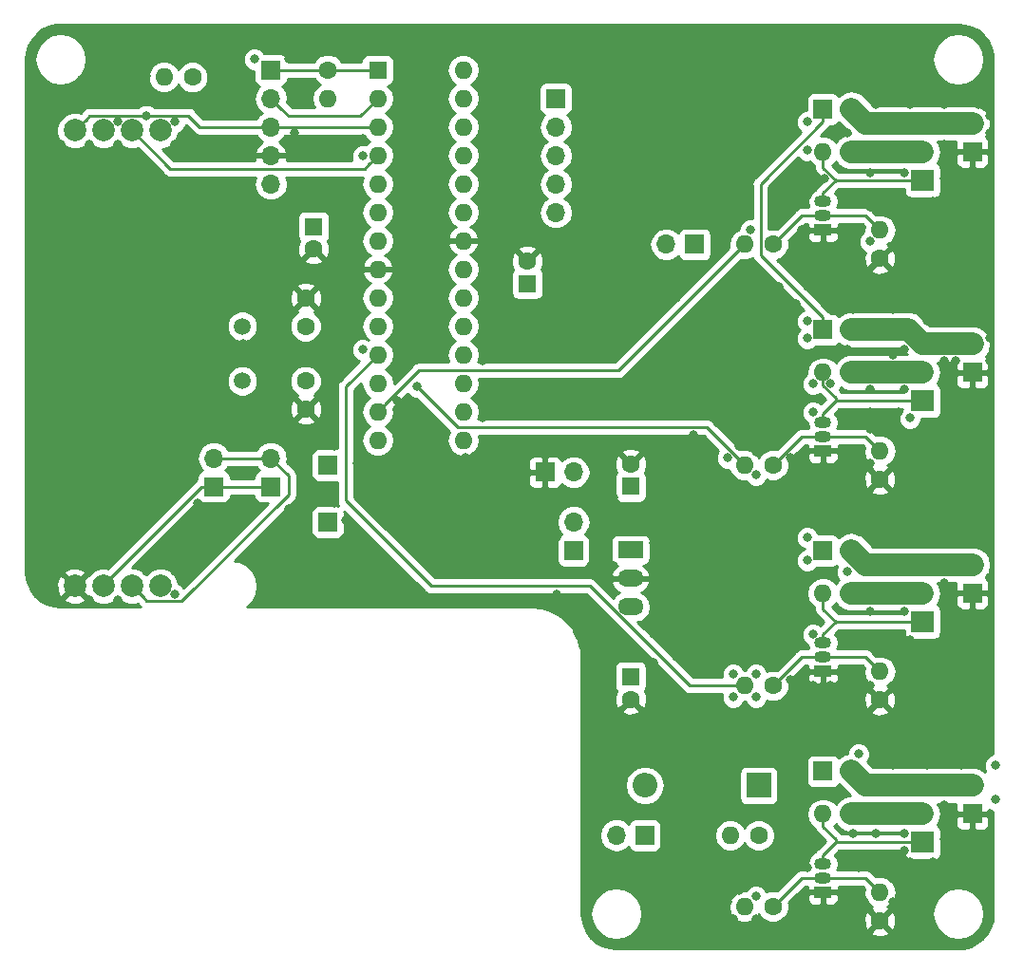
<source format=gbr>
G04 #@! TF.GenerationSoftware,KiCad,Pcbnew,(5.0.1)-4*
G04 #@! TF.CreationDate,2018-12-26T20:48:13-08:00*
G04 #@! TF.ProjectId,Launch_Controller-Pad_Box,4C61756E63685F436F6E74726F6C6C65,rev?*
G04 #@! TF.SameCoordinates,Original*
G04 #@! TF.FileFunction,Copper,L2,Bot,Signal*
G04 #@! TF.FilePolarity,Positive*
%FSLAX46Y46*%
G04 Gerber Fmt 4.6, Leading zero omitted, Abs format (unit mm)*
G04 Created by KiCad (PCBNEW (5.0.1)-4) date 12/26/2018 8:48:13 PM*
%MOMM*%
%LPD*%
G01*
G04 APERTURE LIST*
G04 #@! TA.AperFunction,ComponentPad*
%ADD10R,1.700000X1.700000*%
G04 #@! TD*
G04 #@! TA.AperFunction,ComponentPad*
%ADD11O,1.700000X1.700000*%
G04 #@! TD*
G04 #@! TA.AperFunction,ComponentPad*
%ADD12R,1.600000X1.600000*%
G04 #@! TD*
G04 #@! TA.AperFunction,ComponentPad*
%ADD13C,1.600000*%
G04 #@! TD*
G04 #@! TA.AperFunction,ComponentPad*
%ADD14O,2.000000X1.905000*%
G04 #@! TD*
G04 #@! TA.AperFunction,ComponentPad*
%ADD15R,2.000000X1.905000*%
G04 #@! TD*
G04 #@! TA.AperFunction,ComponentPad*
%ADD16R,2.200000X2.200000*%
G04 #@! TD*
G04 #@! TA.AperFunction,ComponentPad*
%ADD17O,2.200000X2.200000*%
G04 #@! TD*
G04 #@! TA.AperFunction,ComponentPad*
%ADD18O,1.500000X1.050000*%
G04 #@! TD*
G04 #@! TA.AperFunction,ComponentPad*
%ADD19R,1.500000X1.050000*%
G04 #@! TD*
G04 #@! TA.AperFunction,ComponentPad*
%ADD20C,2.000000*%
G04 #@! TD*
G04 #@! TA.AperFunction,ComponentPad*
%ADD21R,2.300000X1.500000*%
G04 #@! TD*
G04 #@! TA.AperFunction,ComponentPad*
%ADD22O,2.300000X1.500000*%
G04 #@! TD*
G04 #@! TA.AperFunction,ComponentPad*
%ADD23O,1.600000X1.600000*%
G04 #@! TD*
G04 #@! TA.AperFunction,ComponentPad*
%ADD24C,1.500000*%
G04 #@! TD*
G04 #@! TA.AperFunction,ViaPad*
%ADD25C,0.800000*%
G04 #@! TD*
G04 #@! TA.AperFunction,Conductor*
%ADD26C,0.250000*%
G04 #@! TD*
G04 #@! TA.AperFunction,Conductor*
%ADD27C,2.000000*%
G04 #@! TD*
G04 #@! TA.AperFunction,Conductor*
%ADD28C,0.254000*%
G04 #@! TD*
G04 APERTURE END LIST*
D10*
G04 #@! TO.P,SW2,1*
G04 #@! TO.N,Net-(R2-Pad1)*
X111125000Y-94615000D03*
D11*
G04 #@! TO.P,SW2,2*
G04 #@! TO.N,Net-(J5-Pad2)*
X113665000Y-94615000D03*
G04 #@! TD*
D12*
G04 #@! TO.P,C3,1*
G04 #@! TO.N,Net-(C3-Pad1)*
X93980000Y-88900000D03*
D13*
G04 #@! TO.P,C3,2*
G04 #@! TO.N,GND*
X93980000Y-86900000D03*
G04 #@! TD*
D14*
G04 #@! TO.P,Q2,3*
G04 #@! TO.N,Net-(J4-Pad2)*
X120015000Y-115570000D03*
G04 #@! TO.P,Q2,2*
G04 #@! TO.N,Net-(Q2-Pad2)*
X120015000Y-118110000D03*
D15*
G04 #@! TO.P,Q2,1*
G04 #@! TO.N,Net-(Q1-Pad3)*
X120015000Y-120650000D03*
G04 #@! TD*
D13*
G04 #@! TO.P,C1,1*
G04 #@! TO.N,Net-(C1-Pad1)*
X65024000Y-74612500D03*
G04 #@! TO.P,C1,2*
G04 #@! TO.N,GND*
X65024000Y-72112500D03*
G04 #@! TD*
G04 #@! TO.P,C2,2*
G04 #@! TO.N,GND*
X65024000Y-82002000D03*
G04 #@! TO.P,C2,1*
G04 #@! TO.N,Net-(C2-Pad1)*
X65024000Y-79502000D03*
G04 #@! TD*
G04 #@! TO.P,C4,2*
G04 #@! TO.N,GND*
X93980000Y-107878103D03*
D12*
G04 #@! TO.P,C4,1*
G04 #@! TO.N,+3V3*
X93980000Y-105878103D03*
G04 #@! TD*
G04 #@! TO.P,C5,1*
G04 #@! TO.N,+3V3*
X84772500Y-70802500D03*
D13*
G04 #@! TO.P,C5,2*
G04 #@! TO.N,GND*
X84772500Y-68802500D03*
G04 #@! TD*
G04 #@! TO.P,C6,2*
G04 #@! TO.N,GND*
X65722500Y-67722500D03*
D12*
G04 #@! TO.P,C6,1*
G04 #@! TO.N,+3V3*
X65722500Y-65722500D03*
G04 #@! TD*
D16*
G04 #@! TO.P,D1,1*
G04 #@! TO.N,Net-(D1-Pad1)*
X105410000Y-115570000D03*
D17*
G04 #@! TO.P,D1,2*
G04 #@! TO.N,Net-(D1-Pad2)*
X95250000Y-115570000D03*
G04 #@! TD*
D11*
G04 #@! TO.P,D2,2*
G04 #@! TO.N,+3V3*
X92710000Y-120015000D03*
D10*
G04 #@! TO.P,D2,1*
G04 #@! TO.N,Net-(D1-Pad2)*
X95250000Y-120015000D03*
G04 #@! TD*
G04 #@! TO.P,J1,1*
G04 #@! TO.N,Net-(J1-Pad1)*
X56831828Y-88906699D03*
D11*
G04 #@! TO.P,J1,2*
G04 #@! TO.N,Net-(J1-Pad2)*
X56831828Y-86366699D03*
G04 #@! TD*
D10*
G04 #@! TO.P,J2,1*
G04 #@! TO.N,Net-(J1-Pad1)*
X61911828Y-88906699D03*
D11*
G04 #@! TO.P,J2,2*
G04 #@! TO.N,Net-(J1-Pad2)*
X61911828Y-86366699D03*
G04 #@! TD*
G04 #@! TO.P,J3,5*
G04 #@! TO.N,+3V3*
X61912500Y-61912500D03*
G04 #@! TO.P,J3,4*
G04 #@! TO.N,GND*
X61912500Y-59372500D03*
G04 #@! TO.P,J3,3*
G04 #@! TO.N,Net-(J3-Pad3)*
X61912500Y-56832500D03*
G04 #@! TO.P,J3,2*
G04 #@! TO.N,Net-(J3-Pad2)*
X61912500Y-54292500D03*
D10*
G04 #@! TO.P,J3,1*
G04 #@! TO.N,Net-(J3-Pad1)*
X61912500Y-51752500D03*
G04 #@! TD*
G04 #@! TO.P,J4,1*
G04 #@! TO.N,GND*
X124460000Y-118110000D03*
D11*
G04 #@! TO.P,J4,2*
G04 #@! TO.N,Net-(J4-Pad2)*
X124460000Y-115570000D03*
G04 #@! TD*
G04 #@! TO.P,J5,2*
G04 #@! TO.N,Net-(J5-Pad2)*
X124460000Y-95885000D03*
D10*
G04 #@! TO.P,J5,1*
G04 #@! TO.N,GND*
X124460000Y-98425000D03*
G04 #@! TD*
D11*
G04 #@! TO.P,J6,2*
G04 #@! TO.N,Net-(J6-Pad2)*
X124460000Y-76200000D03*
D10*
G04 #@! TO.P,J6,1*
G04 #@! TO.N,GND*
X124460000Y-78740000D03*
G04 #@! TD*
D11*
G04 #@! TO.P,J7,2*
G04 #@! TO.N,Net-(J7-Pad2)*
X124460000Y-56515000D03*
D10*
G04 #@! TO.P,J7,1*
G04 #@! TO.N,GND*
X124460000Y-59055000D03*
G04 #@! TD*
G04 #@! TO.P,J8,1*
G04 #@! TO.N,GND*
X86360000Y-87630000D03*
D11*
G04 #@! TO.P,J8,2*
G04 #@! TO.N,+28V*
X88900000Y-87630000D03*
G04 #@! TD*
D10*
G04 #@! TO.P,J1-A1,1*
G04 #@! TO.N,Net-(J1-A1-Pad1)*
X66985801Y-86994328D03*
G04 #@! TD*
G04 #@! TO.P,J2-B1,1*
G04 #@! TO.N,Net-(J1-A1-Pad1)*
X66985801Y-92075000D03*
G04 #@! TD*
D18*
G04 #@! TO.P,Q1,2*
G04 #@! TO.N,Net-(Q1-Pad2)*
X111125000Y-123825000D03*
G04 #@! TO.P,Q1,3*
G04 #@! TO.N,Net-(Q1-Pad3)*
X111125000Y-122555000D03*
D19*
G04 #@! TO.P,Q1,1*
G04 #@! TO.N,GND*
X111125000Y-125095000D03*
G04 #@! TD*
D18*
G04 #@! TO.P,Q3,2*
G04 #@! TO.N,Net-(Q3-Pad2)*
X111125000Y-104140000D03*
G04 #@! TO.P,Q3,3*
G04 #@! TO.N,Net-(Q3-Pad3)*
X111125000Y-102870000D03*
D19*
G04 #@! TO.P,Q3,1*
G04 #@! TO.N,GND*
X111125000Y-105410000D03*
G04 #@! TD*
D15*
G04 #@! TO.P,Q4,1*
G04 #@! TO.N,Net-(Q3-Pad3)*
X120015000Y-100965000D03*
D14*
G04 #@! TO.P,Q4,2*
G04 #@! TO.N,Net-(Q2-Pad2)*
X120015000Y-98425000D03*
G04 #@! TO.P,Q4,3*
G04 #@! TO.N,Net-(J5-Pad2)*
X120015000Y-95885000D03*
G04 #@! TD*
D19*
G04 #@! TO.P,Q5,1*
G04 #@! TO.N,GND*
X111125000Y-85725000D03*
D18*
G04 #@! TO.P,Q5,3*
G04 #@! TO.N,Net-(Q5-Pad3)*
X111125000Y-83185000D03*
G04 #@! TO.P,Q5,2*
G04 #@! TO.N,Net-(Q5-Pad2)*
X111125000Y-84455000D03*
G04 #@! TD*
D14*
G04 #@! TO.P,Q6,3*
G04 #@! TO.N,Net-(J6-Pad2)*
X120015000Y-76200000D03*
G04 #@! TO.P,Q6,2*
G04 #@! TO.N,Net-(Q2-Pad2)*
X120015000Y-78740000D03*
D15*
G04 #@! TO.P,Q6,1*
G04 #@! TO.N,Net-(Q5-Pad3)*
X120015000Y-81280000D03*
G04 #@! TD*
D19*
G04 #@! TO.P,Q7,1*
G04 #@! TO.N,GND*
X111125000Y-66040000D03*
D18*
G04 #@! TO.P,Q7,3*
G04 #@! TO.N,Net-(Q7-Pad3)*
X111125000Y-63500000D03*
G04 #@! TO.P,Q7,2*
G04 #@! TO.N,Net-(Q7-Pad2)*
X111125000Y-64770000D03*
G04 #@! TD*
D15*
G04 #@! TO.P,Q8,1*
G04 #@! TO.N,Net-(Q7-Pad3)*
X120015000Y-61595000D03*
D14*
G04 #@! TO.P,Q8,2*
G04 #@! TO.N,Net-(Q2-Pad2)*
X120015000Y-59055000D03*
G04 #@! TO.P,Q8,3*
G04 #@! TO.N,Net-(J7-Pad2)*
X120015000Y-56515000D03*
G04 #@! TD*
D11*
G04 #@! TO.P,SW1,2*
G04 #@! TO.N,Net-(J4-Pad2)*
X113665000Y-114300000D03*
D10*
G04 #@! TO.P,SW1,1*
G04 #@! TO.N,Net-(R2-Pad1)*
X111125000Y-114300000D03*
G04 #@! TD*
G04 #@! TO.P,SW3,1*
G04 #@! TO.N,Net-(R2-Pad1)*
X111125000Y-74930000D03*
D11*
G04 #@! TO.P,SW3,2*
G04 #@! TO.N,Net-(J6-Pad2)*
X113665000Y-74930000D03*
G04 #@! TD*
D10*
G04 #@! TO.P,SW4,1*
G04 #@! TO.N,Net-(R2-Pad1)*
X111125000Y-55245000D03*
D11*
G04 #@! TO.P,SW4,2*
G04 #@! TO.N,Net-(J7-Pad2)*
X113665000Y-55245000D03*
G04 #@! TD*
D10*
G04 #@! TO.P,SW5,1*
G04 #@! TO.N,Net-(SW5-Pad1)*
X87312500Y-54292500D03*
D11*
G04 #@! TO.P,SW5,2*
G04 #@! TO.N,Net-(SW5-Pad2)*
X87312500Y-56832500D03*
G04 #@! TO.P,SW5,3*
G04 #@! TO.N,Net-(SW5-Pad3)*
X87312500Y-59372500D03*
G04 #@! TO.P,SW5,4*
G04 #@! TO.N,Net-(SW5-Pad4)*
X87312500Y-61912500D03*
G04 #@! TO.P,SW5,5*
G04 #@! TO.N,+3V3*
X87312500Y-64452500D03*
G04 #@! TD*
D10*
G04 #@! TO.P,SW6,1*
G04 #@! TO.N,Net-(Q2-Pad2)*
X99695000Y-67310000D03*
D11*
G04 #@! TO.P,SW6,2*
G04 #@! TO.N,Net-(C3-Pad1)*
X97155000Y-67310000D03*
G04 #@! TD*
G04 #@! TO.P,SW7,2*
G04 #@! TO.N,+28V*
X88900000Y-92075000D03*
D10*
G04 #@! TO.P,SW7,1*
G04 #@! TO.N,Net-(C3-Pad1)*
X88900000Y-94615000D03*
G04 #@! TD*
D20*
G04 #@! TO.P,U1,2*
G04 #@! TO.N,Net-(U1-Pad2)*
X49523301Y-57149328D03*
G04 #@! TO.P,U1,1*
G04 #@! TO.N,Net-(R8-Pad2)*
X52063301Y-57149328D03*
G04 #@! TO.P,U1,3*
G04 #@! TO.N,Net-(U1-Pad2)*
X46983301Y-57149328D03*
G04 #@! TO.P,U1,4*
G04 #@! TO.N,Net-(J3-Pad3)*
X44443301Y-57149328D03*
G04 #@! TO.P,U1,8*
G04 #@! TO.N,GND*
X44443301Y-97789328D03*
G04 #@! TO.P,U1,7*
G04 #@! TO.N,Net-(J1-Pad1)*
X46983301Y-97789328D03*
G04 #@! TO.P,U1,6*
G04 #@! TO.N,Net-(J1-Pad2)*
X49523301Y-97789328D03*
G04 #@! TO.P,U1,5*
G04 #@! TO.N,+3V3*
X52063301Y-97789328D03*
G04 #@! TD*
D21*
G04 #@! TO.P,U2,1*
G04 #@! TO.N,Net-(C3-Pad1)*
X93980000Y-94543103D03*
D22*
G04 #@! TO.P,U2,2*
G04 #@! TO.N,GND*
X93980000Y-97083103D03*
G04 #@! TO.P,U2,3*
G04 #@! TO.N,+3V3*
X93980000Y-99623103D03*
G04 #@! TD*
D12*
G04 #@! TO.P,U3,1*
G04 #@! TO.N,Net-(J3-Pad1)*
X71437500Y-51752500D03*
D23*
G04 #@! TO.P,U3,15*
G04 #@! TO.N,Net-(U3-Pad15)*
X79057500Y-84772500D03*
G04 #@! TO.P,U3,2*
G04 #@! TO.N,Net-(J3-Pad2)*
X71437500Y-54292500D03*
G04 #@! TO.P,U3,16*
G04 #@! TO.N,Net-(U3-Pad16)*
X79057500Y-82232500D03*
G04 #@! TO.P,U3,3*
G04 #@! TO.N,Net-(J3-Pad3)*
X71437500Y-56832500D03*
G04 #@! TO.P,U3,17*
G04 #@! TO.N,Net-(U3-Pad17)*
X79057500Y-79692500D03*
G04 #@! TO.P,U3,4*
G04 #@! TO.N,Net-(U1-Pad2)*
X71437500Y-59372500D03*
G04 #@! TO.P,U3,18*
G04 #@! TO.N,Net-(U3-Pad18)*
X79057500Y-77152500D03*
G04 #@! TO.P,U3,5*
G04 #@! TO.N,Net-(U3-Pad5)*
X71437500Y-61912500D03*
G04 #@! TO.P,U3,19*
G04 #@! TO.N,Net-(U3-Pad19)*
X79057500Y-74612500D03*
G04 #@! TO.P,U3,6*
G04 #@! TO.N,Net-(U3-Pad6)*
X71437500Y-64452500D03*
G04 #@! TO.P,U3,20*
G04 #@! TO.N,+3V3*
X79057500Y-72072500D03*
G04 #@! TO.P,U3,7*
X71437500Y-66992500D03*
G04 #@! TO.P,U3,21*
G04 #@! TO.N,Net-(U3-Pad21)*
X79057500Y-69532500D03*
G04 #@! TO.P,U3,8*
G04 #@! TO.N,GND*
X71437500Y-69532500D03*
G04 #@! TO.P,U3,22*
X79057500Y-66992500D03*
G04 #@! TO.P,U3,9*
G04 #@! TO.N,Net-(C1-Pad1)*
X71437500Y-72072500D03*
G04 #@! TO.P,U3,23*
G04 #@! TO.N,Net-(SW5-Pad4)*
X79057500Y-64452500D03*
G04 #@! TO.P,U3,10*
G04 #@! TO.N,Net-(C2-Pad1)*
X71437500Y-74612500D03*
G04 #@! TO.P,U3,24*
G04 #@! TO.N,Net-(SW5-Pad3)*
X79057500Y-61912500D03*
G04 #@! TO.P,U3,11*
G04 #@! TO.N,Net-(R7-Pad2)*
X71437500Y-77152500D03*
G04 #@! TO.P,U3,25*
G04 #@! TO.N,Net-(SW5-Pad2)*
X79057500Y-59372500D03*
G04 #@! TO.P,U3,12*
G04 #@! TO.N,Net-(R11-Pad2)*
X71437500Y-79692500D03*
G04 #@! TO.P,U3,26*
G04 #@! TO.N,Net-(SW5-Pad1)*
X79057500Y-56832500D03*
G04 #@! TO.P,U3,13*
G04 #@! TO.N,Net-(R14-Pad2)*
X71437500Y-82232500D03*
G04 #@! TO.P,U3,27*
G04 #@! TO.N,Net-(U3-Pad27)*
X79057500Y-54292500D03*
G04 #@! TO.P,U3,14*
G04 #@! TO.N,Net-(R4-Pad2)*
X71437500Y-84772500D03*
G04 #@! TO.P,U3,28*
G04 #@! TO.N,Net-(U3-Pad28)*
X79057500Y-51752500D03*
G04 #@! TD*
D24*
G04 #@! TO.P,Y1,1*
G04 #@! TO.N,Net-(C1-Pad1)*
X59372500Y-74612500D03*
G04 #@! TO.P,Y1,2*
G04 #@! TO.N,Net-(C2-Pad1)*
X59372500Y-79492500D03*
G04 #@! TD*
D13*
G04 #@! TO.P,R15,1*
G04 #@! TO.N,Net-(Q2-Pad2)*
X113665000Y-59055000D03*
D23*
G04 #@! TO.P,R15,2*
G04 #@! TO.N,Net-(Q7-Pad3)*
X111125000Y-59055000D03*
G04 #@! TD*
G04 #@! TO.P,R1,2*
G04 #@! TO.N,+3V3*
X66992500Y-54292500D03*
D13*
G04 #@! TO.P,R1,1*
G04 #@! TO.N,Net-(J3-Pad1)*
X66992500Y-51752500D03*
G04 #@! TD*
D23*
G04 #@! TO.P,R2,2*
G04 #@! TO.N,Net-(D1-Pad1)*
X102870000Y-120015000D03*
D13*
G04 #@! TO.P,R2,1*
G04 #@! TO.N,Net-(R2-Pad1)*
X105410000Y-120015000D03*
G04 #@! TD*
D23*
G04 #@! TO.P,R3,2*
G04 #@! TO.N,Net-(Q1-Pad2)*
X116205000Y-125095000D03*
D13*
G04 #@! TO.P,R3,1*
G04 #@! TO.N,GND*
X116205000Y-127635000D03*
G04 #@! TD*
G04 #@! TO.P,R4,1*
G04 #@! TO.N,Net-(Q1-Pad2)*
X106680000Y-126365000D03*
D23*
G04 #@! TO.P,R4,2*
G04 #@! TO.N,Net-(R4-Pad2)*
X104140000Y-126365000D03*
G04 #@! TD*
D13*
G04 #@! TO.P,R5,1*
G04 #@! TO.N,Net-(Q2-Pad2)*
X113665000Y-118110000D03*
D23*
G04 #@! TO.P,R5,2*
G04 #@! TO.N,Net-(Q1-Pad3)*
X111125000Y-118110000D03*
G04 #@! TD*
D13*
G04 #@! TO.P,R6,1*
G04 #@! TO.N,GND*
X116205000Y-107950000D03*
D23*
G04 #@! TO.P,R6,2*
G04 #@! TO.N,Net-(Q3-Pad2)*
X116205000Y-105410000D03*
G04 #@! TD*
G04 #@! TO.P,R7,2*
G04 #@! TO.N,Net-(R7-Pad2)*
X104140000Y-106680000D03*
D13*
G04 #@! TO.P,R7,1*
G04 #@! TO.N,Net-(Q3-Pad2)*
X106680000Y-106680000D03*
G04 #@! TD*
D23*
G04 #@! TO.P,R8,2*
G04 #@! TO.N,Net-(R8-Pad2)*
X52387500Y-52387500D03*
D13*
G04 #@! TO.P,R8,1*
G04 #@! TO.N,Net-(J3-Pad2)*
X54927500Y-52387500D03*
G04 #@! TD*
G04 #@! TO.P,R9,1*
G04 #@! TO.N,Net-(Q2-Pad2)*
X113665000Y-98425000D03*
D23*
G04 #@! TO.P,R9,2*
G04 #@! TO.N,Net-(Q3-Pad3)*
X111125000Y-98425000D03*
G04 #@! TD*
D13*
G04 #@! TO.P,R10,1*
G04 #@! TO.N,GND*
X116205000Y-88265000D03*
D23*
G04 #@! TO.P,R10,2*
G04 #@! TO.N,Net-(Q5-Pad2)*
X116205000Y-85725000D03*
G04 #@! TD*
G04 #@! TO.P,R11,2*
G04 #@! TO.N,Net-(R11-Pad2)*
X104140000Y-86995000D03*
D13*
G04 #@! TO.P,R11,1*
G04 #@! TO.N,Net-(Q5-Pad2)*
X106680000Y-86995000D03*
G04 #@! TD*
G04 #@! TO.P,R12,1*
G04 #@! TO.N,Net-(Q2-Pad2)*
X113665000Y-78740000D03*
D23*
G04 #@! TO.P,R12,2*
G04 #@! TO.N,Net-(Q5-Pad3)*
X111125000Y-78740000D03*
G04 #@! TD*
D13*
G04 #@! TO.P,R13,1*
G04 #@! TO.N,GND*
X116205000Y-68580000D03*
D23*
G04 #@! TO.P,R13,2*
G04 #@! TO.N,Net-(Q7-Pad2)*
X116205000Y-66040000D03*
G04 #@! TD*
G04 #@! TO.P,R14,2*
G04 #@! TO.N,Net-(R14-Pad2)*
X104140000Y-67310000D03*
D13*
G04 #@! TO.P,R14,1*
G04 #@! TO.N,Net-(Q7-Pad2)*
X106680000Y-67310000D03*
G04 #@! TD*
D25*
G04 #@! TO.N,*
X60452000Y-50800000D03*
X70104000Y-59436000D03*
X70104000Y-76708000D03*
X53340000Y-98552000D03*
X53340000Y-56388000D03*
X48260000Y-56388000D03*
X113284000Y-96520000D03*
X109728000Y-93472000D03*
X109728000Y-95504000D03*
X110236000Y-102108000D03*
X105156000Y-105664000D03*
X105156000Y-107696000D03*
X103124000Y-107696000D03*
X103124000Y-105664000D03*
X105156000Y-87884000D03*
X102616000Y-86360000D03*
X105156000Y-125476000D03*
X126492000Y-113792000D03*
X126492000Y-116840000D03*
X118872000Y-82804000D03*
X109728000Y-58928000D03*
X109728000Y-56388000D03*
X104648000Y-66040000D03*
X109728000Y-74168000D03*
X109728000Y-75692000D03*
X110236000Y-79756000D03*
X111760000Y-79756000D03*
X110236000Y-82296000D03*
X114300000Y-112776000D03*
X115316000Y-67056000D03*
G04 #@! TO.N,GND*
X101600000Y-80010000D03*
X105410000Y-95250000D03*
X100330000Y-111760000D03*
X100330000Y-115570000D03*
X100330000Y-121920000D03*
X99060000Y-128270000D03*
X119380000Y-128270000D03*
X74930000Y-83820000D03*
X92710000Y-57150000D03*
X104140000Y-57150000D03*
X99060000Y-60960000D03*
X91440000Y-72390000D03*
X85090000Y-81280000D03*
X73152000Y-53340000D03*
X73152000Y-55880000D03*
X73152000Y-58420000D03*
X73152000Y-60960000D03*
X73152000Y-63500000D03*
X73152000Y-66040000D03*
X73152000Y-71120000D03*
X73152000Y-73660000D03*
X73152000Y-76200000D03*
X73152000Y-78740000D03*
X73152000Y-81280000D03*
X73152000Y-83820000D03*
X80772000Y-82804000D03*
X80772000Y-80264000D03*
X80772000Y-77724000D03*
X80772000Y-75184000D03*
X80772000Y-73152000D03*
X80772000Y-70612000D03*
X80772000Y-67564000D03*
X80772000Y-65024000D03*
X80772000Y-61468000D03*
X80772000Y-58928000D03*
X80772000Y-56388000D03*
X80772000Y-53848000D03*
X80772000Y-51308000D03*
X85344000Y-55880000D03*
X85344000Y-57912000D03*
X85344000Y-60452000D03*
X85344000Y-62992000D03*
X85344000Y-65024000D03*
X89408000Y-65024000D03*
X89408000Y-62992000D03*
X89408000Y-60452000D03*
X89408000Y-57912000D03*
X89408000Y-55880000D03*
X85344000Y-52324000D03*
X89408000Y-52324000D03*
X60452000Y-55372000D03*
X63500000Y-50800000D03*
X64008000Y-53340000D03*
X64008000Y-57404000D03*
X64008000Y-61976000D03*
X70104000Y-62992000D03*
X70104000Y-57912000D03*
X67056000Y-62484000D03*
X69596000Y-70612000D03*
X69596000Y-68072000D03*
X66548000Y-70612000D03*
X69596000Y-73660000D03*
X66548000Y-75692000D03*
X59436000Y-76200000D03*
X59436000Y-77724000D03*
X61468000Y-77216000D03*
X57404000Y-77216000D03*
X59436000Y-72136000D03*
X59436000Y-82296000D03*
X63500000Y-80772000D03*
X66548000Y-80772000D03*
X65024000Y-77216000D03*
X70104000Y-80772000D03*
X70104000Y-83820000D03*
X65024000Y-85344000D03*
X67564000Y-85344000D03*
X69596000Y-86868000D03*
X67564000Y-88900000D03*
X65024000Y-86868000D03*
X65024000Y-93980000D03*
X68580000Y-93980000D03*
X68580000Y-91948000D03*
X67564000Y-90424000D03*
X65024000Y-91948000D03*
X59436000Y-90424000D03*
X59436000Y-87884000D03*
X59436000Y-85344000D03*
X63500000Y-85344000D03*
X63500000Y-90932000D03*
X55372000Y-90424000D03*
X54864000Y-87884000D03*
X54864000Y-85344000D03*
X56896000Y-84328000D03*
X45720000Y-96012000D03*
X45720000Y-99060000D03*
X48260000Y-99060000D03*
X50800000Y-96520000D03*
X53340000Y-96520000D03*
X42672000Y-96520000D03*
X42672000Y-99060000D03*
X43180000Y-58420000D03*
X43180000Y-55880000D03*
X45720000Y-58420000D03*
X48260000Y-58420000D03*
X53340000Y-58420000D03*
X48260000Y-54864000D03*
X45720000Y-54864000D03*
X53340000Y-50800000D03*
X55372000Y-50800000D03*
X53340000Y-53848000D03*
X56388000Y-53848000D03*
X50800000Y-52324000D03*
X121920000Y-97536000D03*
X121920000Y-99568000D03*
X121920000Y-102108000D03*
X118872000Y-102616000D03*
X118364000Y-100076000D03*
X117348000Y-93980000D03*
X115316000Y-100076000D03*
X114300000Y-92964000D03*
X112268000Y-92964000D03*
X111252000Y-96520000D03*
X111760000Y-106680000D03*
X110236000Y-106680000D03*
X115316000Y-103124000D03*
X115316000Y-106680000D03*
X117348000Y-106680000D03*
X117348000Y-104140000D03*
X117348000Y-109220000D03*
X108204000Y-106172000D03*
X108204000Y-107696000D03*
X105156000Y-85852000D03*
X103632000Y-85344000D03*
X105156000Y-127508000D03*
X103124000Y-127508000D03*
X102616000Y-125984000D03*
X103632000Y-124968000D03*
X109728000Y-122936000D03*
X117348000Y-123952000D03*
X117348000Y-125984000D03*
X114808000Y-125984000D03*
X121920000Y-117348000D03*
X121920000Y-120396000D03*
X120904000Y-122428000D03*
X118872000Y-122428000D03*
X118364000Y-121412000D03*
X118364000Y-119888000D03*
X117348000Y-113792000D03*
X120396000Y-113792000D03*
X123444000Y-113792000D03*
X120396000Y-93980000D03*
X123444000Y-93980000D03*
X125984000Y-93980000D03*
X125984000Y-97028000D03*
X120396000Y-74168000D03*
X123444000Y-74168000D03*
X125984000Y-74168000D03*
X125984000Y-75692000D03*
X125984000Y-77724000D03*
X122936000Y-77724000D03*
X121920000Y-77724000D03*
X118364000Y-76708000D03*
X117348000Y-77216000D03*
X118364000Y-80264000D03*
X115316000Y-80264000D03*
X121920000Y-79756000D03*
X121920000Y-82804000D03*
X117856000Y-82296000D03*
X121920000Y-61468000D03*
X120904000Y-63500000D03*
X117856000Y-62992000D03*
X118364000Y-60960000D03*
X115316000Y-60960000D03*
X121920000Y-58420000D03*
X115824000Y-54864000D03*
X118872000Y-54864000D03*
X121920000Y-54864000D03*
X124968000Y-54864000D03*
X125984000Y-55880000D03*
X125984000Y-57404000D03*
X113284000Y-57404000D03*
X111760000Y-57404000D03*
X111252000Y-61468000D03*
X109728000Y-62992000D03*
X109728000Y-53848000D03*
X112776000Y-53340000D03*
X109220000Y-66040000D03*
X108204000Y-68072000D03*
X103124000Y-66040000D03*
X107188000Y-65024000D03*
X109728000Y-71120000D03*
X111252000Y-72644000D03*
X107188000Y-71120000D03*
X108712000Y-72644000D03*
X113792000Y-73152000D03*
X113284000Y-76708000D03*
X111760000Y-77216000D03*
X108712000Y-77216000D03*
X108204000Y-78740000D03*
X108204000Y-80264000D03*
X108204000Y-81788000D03*
X108204000Y-83312000D03*
X108204000Y-86360000D03*
X108204000Y-89408000D03*
X108204000Y-91440000D03*
X110236000Y-91440000D03*
X110236000Y-87884000D03*
X108712000Y-97028000D03*
X108204000Y-100076000D03*
X108204000Y-103124000D03*
X110236000Y-100584000D03*
X110236000Y-109728000D03*
X111252000Y-112268000D03*
X108204000Y-109728000D03*
X108712000Y-112268000D03*
X109220000Y-114808000D03*
X107696000Y-116332000D03*
X110236000Y-116332000D03*
X108712000Y-117856000D03*
X107188000Y-119380000D03*
X106172000Y-117856000D03*
X114300000Y-122936000D03*
X96520000Y-70612000D03*
X98044000Y-72136000D03*
X100076000Y-74168000D03*
X101600000Y-75692000D03*
X101600000Y-77724000D03*
X101600000Y-82296000D03*
X99568000Y-84328000D03*
X97028000Y-86868000D03*
X102108000Y-71120000D03*
X104140000Y-73152000D03*
X104648000Y-75692000D03*
X104648000Y-78232000D03*
X104648000Y-80264000D03*
X104648000Y-82296000D03*
X99568000Y-89408000D03*
X96520000Y-90424000D03*
X95504000Y-91948000D03*
X92456000Y-92456000D03*
X92456000Y-89916000D03*
X90424000Y-92964000D03*
X96012000Y-93980000D03*
X96012000Y-95504000D03*
X92456000Y-96012000D03*
X90424000Y-96012000D03*
X87376000Y-93472000D03*
X87376000Y-90932000D03*
X85344000Y-92456000D03*
X83820000Y-90424000D03*
X82296000Y-89408000D03*
X81280000Y-87884000D03*
X79248000Y-86360000D03*
X75692000Y-85852000D03*
X77724000Y-88900000D03*
X79248000Y-90424000D03*
X80772000Y-91948000D03*
X82804000Y-93980000D03*
X84836000Y-96012000D03*
X87376000Y-98552000D03*
X88900000Y-100076000D03*
X91440000Y-101092000D03*
X92456000Y-102108000D03*
X92456000Y-103632000D03*
X90424000Y-121412000D03*
X91948000Y-122936000D03*
X93980000Y-124460000D03*
X96012000Y-125476000D03*
X99060000Y-125476000D03*
X102108000Y-123444000D03*
X100076000Y-123444000D03*
X97536000Y-123444000D03*
X95504000Y-122428000D03*
X92964000Y-109728000D03*
X92964000Y-111760000D03*
X92964000Y-114300000D03*
X92964000Y-117348000D03*
X92964000Y-115824000D03*
X97028000Y-113792000D03*
X97028000Y-117348000D03*
X103632000Y-117348000D03*
X103632000Y-113284000D03*
X96012000Y-104648000D03*
X96012000Y-108712000D03*
X96012000Y-106172000D03*
X96012000Y-102108000D03*
X98044000Y-104140000D03*
X100584000Y-105156000D03*
X100584000Y-108204000D03*
X111760000Y-108204000D03*
X113284000Y-110744000D03*
X117348000Y-111252000D03*
X115824000Y-119888000D03*
X113792000Y-119888000D03*
X111760000Y-87376000D03*
X111760000Y-89408000D03*
X113284000Y-90424000D03*
X117348000Y-90424000D03*
X115316000Y-82296000D03*
X115316000Y-83820000D03*
X115316000Y-86868000D03*
X112268000Y-71120000D03*
X113792000Y-71120000D03*
X117348000Y-73152000D03*
X117348000Y-71120000D03*
X111760000Y-68072000D03*
X115316000Y-64008000D03*
X104648000Y-71120000D03*
X107188000Y-75184000D03*
X48260000Y-64516000D03*
X51816000Y-64008000D03*
X45212000Y-65024000D03*
X45720000Y-72136000D03*
X53340000Y-71120000D03*
X49276000Y-74168000D03*
X46736000Y-79756000D03*
X44704000Y-82804000D03*
X45212000Y-88900000D03*
X46736000Y-89916000D03*
X49276000Y-91440000D03*
X44704000Y-92456000D03*
X48768000Y-84836000D03*
X44196000Y-76708000D03*
X57404000Y-65024000D03*
X58420000Y-66040000D03*
X58928000Y-62484000D03*
X55880000Y-68580000D03*
X75184000Y-56388000D03*
X75692000Y-60960000D03*
X76200000Y-68072000D03*
X75692000Y-65532000D03*
X74676000Y-75184000D03*
X86868000Y-74676000D03*
X97028000Y-80264000D03*
X92964000Y-81280000D03*
X90932000Y-81280000D03*
X73660000Y-90424000D03*
X75692000Y-92964000D03*
X79248000Y-93980000D03*
X64008000Y-96520000D03*
X69088000Y-98552000D03*
X71120000Y-97536000D03*
X80772000Y-99060000D03*
X76708000Y-96012000D03*
X123952000Y-64516000D03*
X124460000Y-69596000D03*
X123444000Y-71628000D03*
X120396000Y-68072000D03*
X124460000Y-85852000D03*
X124460000Y-90424000D03*
X119888000Y-89408000D03*
X120904000Y-86360000D03*
X123952000Y-105664000D03*
X124968000Y-110236000D03*
X120396000Y-110744000D03*
X119380000Y-106680000D03*
X124968000Y-122936000D03*
X119888000Y-125476000D03*
X111252000Y-128524000D03*
X94996000Y-129540000D03*
X103124000Y-102616000D03*
X98552000Y-98552000D03*
X101600000Y-92964000D03*
X97536000Y-52324000D03*
X107696000Y-51308000D03*
X118364000Y-50292000D03*
X84836000Y-49784000D03*
X93472000Y-66040000D03*
X112776000Y-121920000D03*
G04 #@! TO.N,Net-(J3-Pad3)*
X50800000Y-55824327D03*
G04 #@! TO.N,Net-(R11-Pad2)*
X74930000Y-80010000D03*
G04 #@! TD*
D26*
G04 #@! TO.N,Net-(J1-Pad1)*
X61911828Y-88906699D02*
X56831828Y-88906699D01*
X46983301Y-97655226D02*
X46983301Y-97789328D01*
X55731828Y-88906699D02*
X46983301Y-97655226D01*
X56831828Y-88906699D02*
X55731828Y-88906699D01*
G04 #@! TO.N,Net-(J1-Pad2)*
X56831828Y-86366699D02*
X61911828Y-86366699D01*
X50523300Y-98789327D02*
X49523301Y-97789328D01*
X50848302Y-99114329D02*
X50523300Y-98789327D01*
X53989200Y-99114329D02*
X50848302Y-99114329D01*
X63500000Y-89603529D02*
X53989200Y-99114329D01*
X63500000Y-87954871D02*
X63500000Y-89603529D01*
X61911828Y-86366699D02*
X63500000Y-87954871D01*
G04 #@! TO.N,Net-(J3-Pad3)*
X71437500Y-56832500D02*
X61912500Y-56832500D01*
X61912500Y-56832500D02*
X55562500Y-56832500D01*
X45443300Y-56149329D02*
X44443301Y-57149328D01*
X45768302Y-55824327D02*
X45443300Y-56149329D01*
X54554327Y-55824327D02*
X50800000Y-55824327D01*
X55562500Y-56832500D02*
X54554327Y-55824327D01*
X50800000Y-55824327D02*
X45768302Y-55824327D01*
G04 #@! TO.N,Net-(J3-Pad2)*
X62762499Y-55142499D02*
X61912500Y-54292500D01*
X63500000Y-55880000D02*
X62762499Y-55142499D01*
X69850000Y-55880000D02*
X63500000Y-55880000D01*
X71437500Y-54292500D02*
X69850000Y-55880000D01*
G04 #@! TO.N,Net-(J3-Pad1)*
X71437500Y-51752500D02*
X66992500Y-51752500D01*
X66992500Y-51752500D02*
X61912500Y-51752500D01*
D27*
G04 #@! TO.N,Net-(J4-Pad2)*
X124460000Y-115570000D02*
X120015000Y-115570000D01*
X114935000Y-115570000D02*
X113665000Y-114300000D01*
X120015000Y-115570000D02*
X114935000Y-115570000D01*
G04 #@! TO.N,Net-(J5-Pad2)*
X124460000Y-95885000D02*
X120015000Y-95885000D01*
X114935000Y-95885000D02*
X113665000Y-94615000D01*
X120015000Y-95885000D02*
X114935000Y-95885000D01*
G04 #@! TO.N,Net-(J6-Pad2)*
X118745000Y-74930000D02*
X120015000Y-76200000D01*
X113665000Y-74930000D02*
X118745000Y-74930000D01*
X120015000Y-76200000D02*
X124460000Y-76200000D01*
G04 #@! TO.N,Net-(J7-Pad2)*
X124460000Y-56515000D02*
X120015000Y-56515000D01*
X114935000Y-56515000D02*
X113665000Y-55245000D01*
X120015000Y-56515000D02*
X114935000Y-56515000D01*
D26*
G04 #@! TO.N,Net-(Q1-Pad2)*
X114935000Y-123825000D02*
X111125000Y-123825000D01*
X116205000Y-125095000D02*
X114935000Y-123825000D01*
X109220000Y-123825000D02*
X106680000Y-126365000D01*
X111125000Y-123825000D02*
X109220000Y-123825000D01*
G04 #@! TO.N,Net-(Q1-Pad3)*
X111125000Y-121780000D02*
X111125000Y-122555000D01*
X112255000Y-120650000D02*
X111125000Y-121780000D01*
X120015000Y-120650000D02*
X112255000Y-120650000D01*
X112255000Y-120371370D02*
X112255000Y-120650000D01*
X111125000Y-119241370D02*
X112255000Y-120371370D01*
X111125000Y-118110000D02*
X111125000Y-119241370D01*
D27*
G04 #@! TO.N,Net-(Q2-Pad2)*
X120015000Y-78740000D02*
X113665000Y-78740000D01*
X120015000Y-59055000D02*
X113665000Y-59055000D01*
X120015000Y-98425000D02*
X113665000Y-98425000D01*
X120015000Y-118110000D02*
X113665000Y-118110000D01*
D26*
G04 #@! TO.N,Net-(Q3-Pad2)*
X114935000Y-104140000D02*
X111125000Y-104140000D01*
X116205000Y-105410000D02*
X114935000Y-104140000D01*
X109220000Y-104140000D02*
X106680000Y-106680000D01*
X111125000Y-104140000D02*
X109220000Y-104140000D01*
G04 #@! TO.N,Net-(Q3-Pad3)*
X111125000Y-102095000D02*
X111125000Y-102870000D01*
X112255000Y-100965000D02*
X111125000Y-102095000D01*
X120015000Y-100965000D02*
X112255000Y-100965000D01*
X111125000Y-99835000D02*
X112255000Y-100965000D01*
X111125000Y-98425000D02*
X111125000Y-99835000D01*
G04 #@! TO.N,Net-(Q5-Pad3)*
X111125000Y-82410000D02*
X111125000Y-83185000D01*
X112255000Y-81280000D02*
X111125000Y-82410000D01*
X120015000Y-81280000D02*
X112255000Y-81280000D01*
X112255000Y-81001370D02*
X112255000Y-81280000D01*
X111125000Y-79871370D02*
X112255000Y-81001370D01*
X111125000Y-78740000D02*
X111125000Y-79871370D01*
G04 #@! TO.N,Net-(Q5-Pad2)*
X114935000Y-84455000D02*
X111125000Y-84455000D01*
X116205000Y-85725000D02*
X114935000Y-84455000D01*
X109220000Y-84455000D02*
X111125000Y-84455000D01*
X106680000Y-86995000D02*
X109220000Y-84455000D01*
G04 #@! TO.N,Net-(Q7-Pad3)*
X111125000Y-62725000D02*
X111125000Y-63500000D01*
X112255000Y-61595000D02*
X111125000Y-62725000D01*
X120015000Y-61595000D02*
X112255000Y-61595000D01*
X111125000Y-60465000D02*
X112255000Y-61595000D01*
X111125000Y-59055000D02*
X111125000Y-60465000D01*
G04 #@! TO.N,Net-(Q7-Pad2)*
X114935000Y-64770000D02*
X111125000Y-64770000D01*
X116205000Y-66040000D02*
X114935000Y-64770000D01*
X109220000Y-64770000D02*
X106680000Y-67310000D01*
X111125000Y-64770000D02*
X109220000Y-64770000D01*
G04 #@! TO.N,Net-(R2-Pad1)*
X111125000Y-56345000D02*
X111125000Y-55245000D01*
X105554999Y-61915001D02*
X111125000Y-56345000D01*
X105554999Y-68259999D02*
X105554999Y-61915001D01*
X111125000Y-73830000D02*
X105554999Y-68259999D01*
X111125000Y-74930000D02*
X111125000Y-73830000D01*
G04 #@! TO.N,Net-(R7-Pad2)*
X103008630Y-106680000D02*
X104140000Y-106680000D01*
X68580000Y-80010000D02*
X68580000Y-85344000D01*
X68580000Y-90170000D02*
X76200000Y-97790000D01*
X76200000Y-97790000D02*
X90355414Y-97790000D01*
X71437500Y-77152500D02*
X68580000Y-80010000D01*
X90355414Y-97790000D02*
X99245414Y-106680000D01*
X99245414Y-106680000D02*
X103008630Y-106680000D01*
X68580000Y-85344000D02*
X68580000Y-90170000D01*
G04 #@! TO.N,Net-(R11-Pad2)*
X78567499Y-83647499D02*
X74930000Y-80010000D01*
X104140000Y-86995000D02*
X100792499Y-83647499D01*
X100792499Y-83647499D02*
X78567499Y-83647499D01*
G04 #@! TO.N,Net-(R14-Pad2)*
X72237499Y-81432501D02*
X71437500Y-82232500D01*
X75102501Y-78567499D02*
X72237499Y-81432501D01*
X92882501Y-78567499D02*
X75102501Y-78567499D01*
X104140000Y-67310000D02*
X92882501Y-78567499D01*
G04 #@! TO.N,Net-(U1-Pad2)*
X70637501Y-60172499D02*
X71437500Y-59372500D01*
X70262499Y-60547501D02*
X70637501Y-60172499D01*
X52921474Y-60547501D02*
X70262499Y-60547501D01*
X49523301Y-57149328D02*
X52921474Y-60547501D01*
G04 #@! TD*
D28*
G04 #@! TO.N,GND*
G36*
X123812604Y-47766895D02*
X124409782Y-47954039D01*
X124957124Y-48257436D01*
X125432289Y-48664701D01*
X125815852Y-49159188D01*
X126092150Y-49720700D01*
X126252104Y-50334774D01*
X126290000Y-50827270D01*
X126290001Y-112757000D01*
X126286126Y-112757000D01*
X125905720Y-112914569D01*
X125614569Y-113205720D01*
X125457000Y-113586126D01*
X125457000Y-113997874D01*
X125612725Y-114373829D01*
X125097945Y-114029864D01*
X124621031Y-113935000D01*
X115612239Y-113935000D01*
X115108475Y-113431236D01*
X115177431Y-113362280D01*
X115335000Y-112981874D01*
X115335000Y-112570126D01*
X115177431Y-112189720D01*
X114886280Y-111898569D01*
X114505874Y-111741000D01*
X114094126Y-111741000D01*
X113713720Y-111898569D01*
X113422569Y-112189720D01*
X113265000Y-112570126D01*
X113265000Y-112712534D01*
X113027055Y-112759865D01*
X112508908Y-113106080D01*
X112432809Y-112992191D01*
X112222765Y-112851843D01*
X111975000Y-112802560D01*
X110275000Y-112802560D01*
X110027235Y-112851843D01*
X109817191Y-112992191D01*
X109676843Y-113202235D01*
X109627560Y-113450000D01*
X109627560Y-115150000D01*
X109676843Y-115397765D01*
X109817191Y-115607809D01*
X110027235Y-115748157D01*
X110275000Y-115797440D01*
X111975000Y-115797440D01*
X112222765Y-115748157D01*
X112432809Y-115607809D01*
X112524038Y-115471276D01*
X113527761Y-116475000D01*
X113503969Y-116475000D01*
X113027055Y-116569864D01*
X112486231Y-116931231D01*
X112274731Y-117247763D01*
X112159577Y-117075423D01*
X111684909Y-116758260D01*
X111266333Y-116675000D01*
X110983667Y-116675000D01*
X110565091Y-116758260D01*
X110090423Y-117075423D01*
X109773260Y-117550091D01*
X109661887Y-118110000D01*
X109773260Y-118669909D01*
X110090423Y-119144577D01*
X110367713Y-119329856D01*
X110409097Y-119537907D01*
X110487648Y-119655466D01*
X110577072Y-119789299D01*
X110640527Y-119831699D01*
X111319513Y-120510685D01*
X110640530Y-121189669D01*
X110577071Y-121232071D01*
X110409096Y-121483464D01*
X110408080Y-121488572D01*
X110063687Y-121718687D01*
X109807305Y-122102391D01*
X109717275Y-122555000D01*
X109807305Y-123007609D01*
X109845652Y-123065000D01*
X109294846Y-123065000D01*
X109219999Y-123050112D01*
X109145152Y-123065000D01*
X109145148Y-123065000D01*
X108923463Y-123109096D01*
X108923461Y-123109097D01*
X108923462Y-123109097D01*
X108735526Y-123234671D01*
X108735524Y-123234673D01*
X108672071Y-123277071D01*
X108629673Y-123340524D01*
X107018302Y-124951897D01*
X106965439Y-124930000D01*
X106394561Y-124930000D01*
X106100558Y-125051780D01*
X106033431Y-124889720D01*
X105742280Y-124598569D01*
X105361874Y-124441000D01*
X104950126Y-124441000D01*
X104569720Y-124598569D01*
X104278569Y-124889720D01*
X104261885Y-124930000D01*
X103998667Y-124930000D01*
X103580091Y-125013260D01*
X103105423Y-125330423D01*
X102788260Y-125805091D01*
X102676887Y-126365000D01*
X102788260Y-126924909D01*
X103105423Y-127399577D01*
X103580091Y-127716740D01*
X103998667Y-127800000D01*
X104281333Y-127800000D01*
X104699909Y-127716740D01*
X105174577Y-127399577D01*
X105409606Y-127047832D01*
X105463466Y-127177862D01*
X105867138Y-127581534D01*
X106394561Y-127800000D01*
X106965439Y-127800000D01*
X107492862Y-127581534D01*
X107656173Y-127418223D01*
X114758035Y-127418223D01*
X114785222Y-127988454D01*
X114951136Y-128389005D01*
X115197255Y-128463139D01*
X116025395Y-127635000D01*
X116384605Y-127635000D01*
X117212745Y-128463139D01*
X117458864Y-128389005D01*
X117651965Y-127851777D01*
X117624778Y-127281546D01*
X117508158Y-127000000D01*
X120872500Y-127000000D01*
X120985927Y-127716147D01*
X121315103Y-128362192D01*
X121827808Y-128874897D01*
X122473853Y-129204073D01*
X123190000Y-129317500D01*
X123906147Y-129204073D01*
X124552192Y-128874897D01*
X125064897Y-128362192D01*
X125394073Y-127716147D01*
X125507500Y-127000000D01*
X125394073Y-126283853D01*
X125064897Y-125637808D01*
X124552192Y-125125103D01*
X123906147Y-124795927D01*
X123190000Y-124682500D01*
X122473853Y-124795927D01*
X121827808Y-125125103D01*
X121315103Y-125637808D01*
X120985927Y-126283853D01*
X120872500Y-127000000D01*
X117508158Y-127000000D01*
X117458864Y-126880995D01*
X117212745Y-126806861D01*
X116384605Y-127635000D01*
X116025395Y-127635000D01*
X115197255Y-126806861D01*
X114951136Y-126880995D01*
X114758035Y-127418223D01*
X107656173Y-127418223D01*
X107896534Y-127177862D01*
X108115000Y-126650439D01*
X108115000Y-126079561D01*
X108093103Y-126026698D01*
X108739051Y-125380750D01*
X109740000Y-125380750D01*
X109740000Y-125746309D01*
X109836673Y-125979698D01*
X110015301Y-126158327D01*
X110248690Y-126255000D01*
X110839250Y-126255000D01*
X110998000Y-126096250D01*
X110998000Y-125222000D01*
X111252000Y-125222000D01*
X111252000Y-126096250D01*
X111410750Y-126255000D01*
X112001310Y-126255000D01*
X112234699Y-126158327D01*
X112413327Y-125979698D01*
X112510000Y-125746309D01*
X112510000Y-125380750D01*
X112351250Y-125222000D01*
X111252000Y-125222000D01*
X110998000Y-125222000D01*
X109898750Y-125222000D01*
X109740000Y-125380750D01*
X108739051Y-125380750D01*
X109534803Y-124585000D01*
X109740000Y-124585000D01*
X109740000Y-124809250D01*
X109898750Y-124968000D01*
X110700290Y-124968000D01*
X110785754Y-124985000D01*
X111464246Y-124985000D01*
X111549710Y-124968000D01*
X112351250Y-124968000D01*
X112510000Y-124809250D01*
X112510000Y-124585000D01*
X114620199Y-124585000D01*
X114806312Y-124771113D01*
X114741887Y-125095000D01*
X114853260Y-125654909D01*
X115170423Y-126129577D01*
X115510203Y-126356611D01*
X115450995Y-126381136D01*
X115376861Y-126627255D01*
X116205000Y-127455395D01*
X117033139Y-126627255D01*
X116959005Y-126381136D01*
X116896641Y-126358720D01*
X117239577Y-126129577D01*
X117556740Y-125654909D01*
X117668113Y-125095000D01*
X117556740Y-124535091D01*
X117239577Y-124060423D01*
X116764909Y-123743260D01*
X116346333Y-123660000D01*
X116063667Y-123660000D01*
X115881114Y-123696312D01*
X115525331Y-123340530D01*
X115482929Y-123277071D01*
X115231537Y-123109096D01*
X115009852Y-123065000D01*
X115009847Y-123065000D01*
X114935000Y-123050112D01*
X114860153Y-123065000D01*
X112404348Y-123065000D01*
X112442695Y-123007609D01*
X112532725Y-122555000D01*
X112442695Y-122102391D01*
X112216274Y-121763528D01*
X112569803Y-121410000D01*
X118367560Y-121410000D01*
X118367560Y-121602500D01*
X118416843Y-121850265D01*
X118557191Y-122060309D01*
X118767235Y-122200657D01*
X119015000Y-122249940D01*
X121015000Y-122249940D01*
X121262765Y-122200657D01*
X121472809Y-122060309D01*
X121613157Y-121850265D01*
X121662440Y-121602500D01*
X121662440Y-119697500D01*
X121613157Y-119449735D01*
X121472809Y-119239691D01*
X121302568Y-119125939D01*
X121555136Y-118747945D01*
X121625191Y-118395750D01*
X122975000Y-118395750D01*
X122975000Y-119086310D01*
X123071673Y-119319699D01*
X123250302Y-119498327D01*
X123483691Y-119595000D01*
X124174250Y-119595000D01*
X124333000Y-119436250D01*
X124333000Y-118237000D01*
X124587000Y-118237000D01*
X124587000Y-119436250D01*
X124745750Y-119595000D01*
X125436309Y-119595000D01*
X125669698Y-119498327D01*
X125848327Y-119319699D01*
X125945000Y-119086310D01*
X125945000Y-118395750D01*
X125786250Y-118237000D01*
X124587000Y-118237000D01*
X124333000Y-118237000D01*
X123133750Y-118237000D01*
X122975000Y-118395750D01*
X121625191Y-118395750D01*
X121682031Y-118110000D01*
X121555136Y-117472055D01*
X121376696Y-117205000D01*
X122975000Y-117205000D01*
X122975000Y-117824250D01*
X123133750Y-117983000D01*
X124333000Y-117983000D01*
X124333000Y-117963000D01*
X124587000Y-117963000D01*
X124587000Y-117983000D01*
X125786250Y-117983000D01*
X125945000Y-117824250D01*
X125945000Y-117733701D01*
X126286126Y-117875000D01*
X126290001Y-117875000D01*
X126290001Y-126964026D01*
X126223105Y-127622604D01*
X126035961Y-128219782D01*
X125732563Y-128767125D01*
X125325299Y-129242289D01*
X124830812Y-129625852D01*
X124269304Y-129902148D01*
X123655227Y-130062104D01*
X123162730Y-130100000D01*
X92745964Y-130100000D01*
X92087396Y-130033105D01*
X91490218Y-129845961D01*
X90942875Y-129542563D01*
X90467711Y-129135299D01*
X90084148Y-128640812D01*
X89807852Y-128079304D01*
X89647896Y-127465227D01*
X89612099Y-127000000D01*
X90392500Y-127000000D01*
X90505927Y-127716147D01*
X90835103Y-128362192D01*
X91347808Y-128874897D01*
X91993853Y-129204073D01*
X92710000Y-129317500D01*
X93426147Y-129204073D01*
X94072192Y-128874897D01*
X94304344Y-128642745D01*
X115376861Y-128642745D01*
X115450995Y-128888864D01*
X115988223Y-129081965D01*
X116558454Y-129054778D01*
X116959005Y-128888864D01*
X117033139Y-128642745D01*
X116205000Y-127814605D01*
X115376861Y-128642745D01*
X94304344Y-128642745D01*
X94584897Y-128362192D01*
X94914073Y-127716147D01*
X95027500Y-127000000D01*
X94914073Y-126283853D01*
X94584897Y-125637808D01*
X94072192Y-125125103D01*
X93426147Y-124795927D01*
X92710000Y-124682500D01*
X91993853Y-124795927D01*
X91347808Y-125125103D01*
X90835103Y-125637808D01*
X90505927Y-126283853D01*
X90392500Y-127000000D01*
X89612099Y-127000000D01*
X89610000Y-126972730D01*
X89610000Y-120015000D01*
X91195908Y-120015000D01*
X91311161Y-120594418D01*
X91639375Y-121085625D01*
X92130582Y-121413839D01*
X92563744Y-121500000D01*
X92856256Y-121500000D01*
X93289418Y-121413839D01*
X93780625Y-121085625D01*
X93792816Y-121067381D01*
X93801843Y-121112765D01*
X93942191Y-121322809D01*
X94152235Y-121463157D01*
X94400000Y-121512440D01*
X96100000Y-121512440D01*
X96347765Y-121463157D01*
X96557809Y-121322809D01*
X96698157Y-121112765D01*
X96747440Y-120865000D01*
X96747440Y-120015000D01*
X101406887Y-120015000D01*
X101518260Y-120574909D01*
X101835423Y-121049577D01*
X102310091Y-121366740D01*
X102728667Y-121450000D01*
X103011333Y-121450000D01*
X103429909Y-121366740D01*
X103904577Y-121049577D01*
X104139606Y-120697832D01*
X104193466Y-120827862D01*
X104597138Y-121231534D01*
X105124561Y-121450000D01*
X105695439Y-121450000D01*
X106222862Y-121231534D01*
X106626534Y-120827862D01*
X106845000Y-120300439D01*
X106845000Y-119729561D01*
X106626534Y-119202138D01*
X106222862Y-118798466D01*
X105695439Y-118580000D01*
X105124561Y-118580000D01*
X104597138Y-118798466D01*
X104193466Y-119202138D01*
X104139606Y-119332168D01*
X103904577Y-118980423D01*
X103429909Y-118663260D01*
X103011333Y-118580000D01*
X102728667Y-118580000D01*
X102310091Y-118663260D01*
X101835423Y-118980423D01*
X101518260Y-119455091D01*
X101406887Y-120015000D01*
X96747440Y-120015000D01*
X96747440Y-119165000D01*
X96698157Y-118917235D01*
X96557809Y-118707191D01*
X96347765Y-118566843D01*
X96100000Y-118517560D01*
X94400000Y-118517560D01*
X94152235Y-118566843D01*
X93942191Y-118707191D01*
X93801843Y-118917235D01*
X93792816Y-118962619D01*
X93780625Y-118944375D01*
X93289418Y-118616161D01*
X92856256Y-118530000D01*
X92563744Y-118530000D01*
X92130582Y-118616161D01*
X91639375Y-118944375D01*
X91311161Y-119435582D01*
X91195908Y-120015000D01*
X89610000Y-120015000D01*
X89610000Y-115570000D01*
X93481010Y-115570000D01*
X93615666Y-116246963D01*
X93999135Y-116820865D01*
X94573037Y-117204334D01*
X95079120Y-117305000D01*
X95420880Y-117305000D01*
X95926963Y-117204334D01*
X96500865Y-116820865D01*
X96884334Y-116246963D01*
X97018990Y-115570000D01*
X96884334Y-114893037D01*
X96601670Y-114470000D01*
X103662560Y-114470000D01*
X103662560Y-116670000D01*
X103711843Y-116917765D01*
X103852191Y-117127809D01*
X104062235Y-117268157D01*
X104310000Y-117317440D01*
X106510000Y-117317440D01*
X106757765Y-117268157D01*
X106967809Y-117127809D01*
X107108157Y-116917765D01*
X107157440Y-116670000D01*
X107157440Y-114470000D01*
X107108157Y-114222235D01*
X106967809Y-114012191D01*
X106757765Y-113871843D01*
X106510000Y-113822560D01*
X104310000Y-113822560D01*
X104062235Y-113871843D01*
X103852191Y-114012191D01*
X103711843Y-114222235D01*
X103662560Y-114470000D01*
X96601670Y-114470000D01*
X96500865Y-114319135D01*
X95926963Y-113935666D01*
X95420880Y-113835000D01*
X95079120Y-113835000D01*
X94573037Y-113935666D01*
X93999135Y-114319135D01*
X93615666Y-114893037D01*
X93481010Y-115570000D01*
X89610000Y-115570000D01*
X89610000Y-108885848D01*
X93151861Y-108885848D01*
X93225995Y-109131967D01*
X93763223Y-109325068D01*
X94333454Y-109297881D01*
X94734005Y-109131967D01*
X94786482Y-108957745D01*
X115376861Y-108957745D01*
X115450995Y-109203864D01*
X115988223Y-109396965D01*
X116558454Y-109369778D01*
X116959005Y-109203864D01*
X117033139Y-108957745D01*
X116205000Y-108129605D01*
X115376861Y-108957745D01*
X94786482Y-108957745D01*
X94808139Y-108885848D01*
X93980000Y-108057708D01*
X93151861Y-108885848D01*
X89610000Y-108885848D01*
X89610000Y-105078103D01*
X92532560Y-105078103D01*
X92532560Y-106678103D01*
X92581843Y-106925868D01*
X92721995Y-107135619D01*
X92533035Y-107661326D01*
X92560222Y-108231557D01*
X92726136Y-108632108D01*
X92972255Y-108706242D01*
X93800395Y-107878103D01*
X93786252Y-107863961D01*
X93965858Y-107684356D01*
X93980000Y-107698498D01*
X93994143Y-107684356D01*
X94173748Y-107863961D01*
X94159605Y-107878103D01*
X94987745Y-108706242D01*
X95233864Y-108632108D01*
X95426965Y-108094880D01*
X95399778Y-107524649D01*
X95238395Y-107135036D01*
X95378157Y-106925868D01*
X95427440Y-106678103D01*
X95427440Y-105078103D01*
X95378157Y-104830338D01*
X95237809Y-104620294D01*
X95027765Y-104479946D01*
X94780000Y-104430663D01*
X93180000Y-104430663D01*
X92932235Y-104479946D01*
X92722191Y-104620294D01*
X92581843Y-104830338D01*
X92532560Y-105078103D01*
X89610000Y-105078103D01*
X89610000Y-104070074D01*
X89604647Y-104043163D01*
X89563057Y-103502653D01*
X89558442Y-103477004D01*
X89557168Y-103450954D01*
X89542224Y-103378155D01*
X89348117Y-102632971D01*
X89336013Y-102600423D01*
X89327374Y-102566778D01*
X89298097Y-102498471D01*
X88958116Y-101807539D01*
X88939714Y-101778090D01*
X88924487Y-101746869D01*
X88882073Y-101685844D01*
X88410105Y-101077386D01*
X88386157Y-101052238D01*
X88364963Y-101024717D01*
X88311145Y-100973467D01*
X87726469Y-100472339D01*
X87697949Y-100452518D01*
X87671659Y-100429824D01*
X87608634Y-100390442D01*
X86935134Y-100017114D01*
X86903212Y-100003432D01*
X86872894Y-99986488D01*
X86803238Y-99960583D01*
X86068426Y-99730307D01*
X86034401Y-99723323D01*
X86001299Y-99712822D01*
X85927857Y-99701453D01*
X85195368Y-99627050D01*
X85159926Y-99620000D01*
X59827089Y-99620000D01*
X60294897Y-99152192D01*
X60624073Y-98506147D01*
X60737500Y-97790000D01*
X60624073Y-97073853D01*
X60294897Y-96427808D01*
X59782192Y-95915103D01*
X59136147Y-95585927D01*
X58666749Y-95511581D01*
X63984476Y-90193856D01*
X64047929Y-90151458D01*
X64090327Y-90088005D01*
X64090329Y-90088003D01*
X64174102Y-89962627D01*
X64215904Y-89900066D01*
X64260000Y-89678381D01*
X64260000Y-89678377D01*
X64274888Y-89603530D01*
X64260000Y-89528683D01*
X64260000Y-88029717D01*
X64274888Y-87954870D01*
X64260000Y-87880023D01*
X64260000Y-87880019D01*
X64215904Y-87658334D01*
X64138793Y-87542929D01*
X64090329Y-87470397D01*
X64090327Y-87470395D01*
X64047929Y-87406942D01*
X63984476Y-87364544D01*
X63353037Y-86733106D01*
X63425920Y-86366699D01*
X63381688Y-86144328D01*
X65488361Y-86144328D01*
X65488361Y-87844328D01*
X65537644Y-88092093D01*
X65677992Y-88302137D01*
X65888036Y-88442485D01*
X66135801Y-88491768D01*
X67820001Y-88491768D01*
X67820001Y-90095148D01*
X67805112Y-90170000D01*
X67820001Y-90244852D01*
X67864097Y-90466537D01*
X67953988Y-90601069D01*
X67835801Y-90577560D01*
X66135801Y-90577560D01*
X65888036Y-90626843D01*
X65677992Y-90767191D01*
X65537644Y-90977235D01*
X65488361Y-91225000D01*
X65488361Y-92925000D01*
X65537644Y-93172765D01*
X65677992Y-93382809D01*
X65888036Y-93523157D01*
X66135801Y-93572440D01*
X67835801Y-93572440D01*
X68083566Y-93523157D01*
X68293610Y-93382809D01*
X68433958Y-93172765D01*
X68483241Y-92925000D01*
X68483241Y-91225000D01*
X68464132Y-91128934D01*
X75609673Y-98274476D01*
X75652071Y-98337929D01*
X75715524Y-98380327D01*
X75715526Y-98380329D01*
X75840902Y-98464102D01*
X75903463Y-98505904D01*
X76125148Y-98550000D01*
X76125152Y-98550000D01*
X76199999Y-98564888D01*
X76274846Y-98550000D01*
X90040613Y-98550000D01*
X98655085Y-107164473D01*
X98697485Y-107227929D01*
X98948877Y-107395904D01*
X99170562Y-107440000D01*
X99170566Y-107440000D01*
X99245414Y-107454888D01*
X99320262Y-107440000D01*
X102109763Y-107440000D01*
X102089000Y-107490126D01*
X102089000Y-107901874D01*
X102246569Y-108282280D01*
X102537720Y-108573431D01*
X102918126Y-108731000D01*
X103329874Y-108731000D01*
X103710280Y-108573431D01*
X104001431Y-108282280D01*
X104070721Y-108115000D01*
X104209279Y-108115000D01*
X104278569Y-108282280D01*
X104569720Y-108573431D01*
X104950126Y-108731000D01*
X105361874Y-108731000D01*
X105742280Y-108573431D01*
X106033431Y-108282280D01*
X106145460Y-108011819D01*
X106394561Y-108115000D01*
X106965439Y-108115000D01*
X107492862Y-107896534D01*
X107656173Y-107733223D01*
X114758035Y-107733223D01*
X114785222Y-108303454D01*
X114951136Y-108704005D01*
X115197255Y-108778139D01*
X116025395Y-107950000D01*
X116384605Y-107950000D01*
X117212745Y-108778139D01*
X117458864Y-108704005D01*
X117651965Y-108166777D01*
X117624778Y-107596546D01*
X117458864Y-107195995D01*
X117212745Y-107121861D01*
X116384605Y-107950000D01*
X116025395Y-107950000D01*
X115197255Y-107121861D01*
X114951136Y-107195995D01*
X114758035Y-107733223D01*
X107656173Y-107733223D01*
X107896534Y-107492862D01*
X108115000Y-106965439D01*
X108115000Y-106394561D01*
X108093103Y-106341698D01*
X108739051Y-105695750D01*
X109740000Y-105695750D01*
X109740000Y-106061309D01*
X109836673Y-106294698D01*
X110015301Y-106473327D01*
X110248690Y-106570000D01*
X110839250Y-106570000D01*
X110998000Y-106411250D01*
X110998000Y-105537000D01*
X111252000Y-105537000D01*
X111252000Y-106411250D01*
X111410750Y-106570000D01*
X112001310Y-106570000D01*
X112234699Y-106473327D01*
X112413327Y-106294698D01*
X112510000Y-106061309D01*
X112510000Y-105695750D01*
X112351250Y-105537000D01*
X111252000Y-105537000D01*
X110998000Y-105537000D01*
X109898750Y-105537000D01*
X109740000Y-105695750D01*
X108739051Y-105695750D01*
X109534803Y-104900000D01*
X109740000Y-104900000D01*
X109740000Y-105124250D01*
X109898750Y-105283000D01*
X110700290Y-105283000D01*
X110785754Y-105300000D01*
X111464246Y-105300000D01*
X111549710Y-105283000D01*
X112351250Y-105283000D01*
X112510000Y-105124250D01*
X112510000Y-104900000D01*
X114620199Y-104900000D01*
X114806312Y-105086113D01*
X114741887Y-105410000D01*
X114853260Y-105969909D01*
X115170423Y-106444577D01*
X115510203Y-106671611D01*
X115450995Y-106696136D01*
X115376861Y-106942255D01*
X116205000Y-107770395D01*
X117033139Y-106942255D01*
X116959005Y-106696136D01*
X116896641Y-106673720D01*
X117239577Y-106444577D01*
X117556740Y-105969909D01*
X117668113Y-105410000D01*
X117556740Y-104850091D01*
X117239577Y-104375423D01*
X116764909Y-104058260D01*
X116346333Y-103975000D01*
X116063667Y-103975000D01*
X115881114Y-104011312D01*
X115525331Y-103655530D01*
X115482929Y-103592071D01*
X115231537Y-103424096D01*
X115009852Y-103380000D01*
X115009847Y-103380000D01*
X114935000Y-103365112D01*
X114860153Y-103380000D01*
X112404348Y-103380000D01*
X112442695Y-103322609D01*
X112532725Y-102870000D01*
X112442695Y-102417391D01*
X112216274Y-102078528D01*
X112569803Y-101725000D01*
X118367560Y-101725000D01*
X118367560Y-101917500D01*
X118416843Y-102165265D01*
X118557191Y-102375309D01*
X118767235Y-102515657D01*
X119015000Y-102564940D01*
X121015000Y-102564940D01*
X121262765Y-102515657D01*
X121472809Y-102375309D01*
X121613157Y-102165265D01*
X121662440Y-101917500D01*
X121662440Y-100012500D01*
X121613157Y-99764735D01*
X121472809Y-99554691D01*
X121302568Y-99440939D01*
X121555136Y-99062945D01*
X121625191Y-98710750D01*
X122975000Y-98710750D01*
X122975000Y-99401310D01*
X123071673Y-99634699D01*
X123250302Y-99813327D01*
X123483691Y-99910000D01*
X124174250Y-99910000D01*
X124333000Y-99751250D01*
X124333000Y-98552000D01*
X124587000Y-98552000D01*
X124587000Y-99751250D01*
X124745750Y-99910000D01*
X125436309Y-99910000D01*
X125669698Y-99813327D01*
X125848327Y-99634699D01*
X125945000Y-99401310D01*
X125945000Y-98710750D01*
X125786250Y-98552000D01*
X124587000Y-98552000D01*
X124333000Y-98552000D01*
X123133750Y-98552000D01*
X122975000Y-98710750D01*
X121625191Y-98710750D01*
X121682031Y-98425000D01*
X121555136Y-97787055D01*
X121376696Y-97520000D01*
X122975000Y-97520000D01*
X122975000Y-98139250D01*
X123133750Y-98298000D01*
X124333000Y-98298000D01*
X124333000Y-98278000D01*
X124587000Y-98278000D01*
X124587000Y-98298000D01*
X125786250Y-98298000D01*
X125945000Y-98139250D01*
X125945000Y-97448690D01*
X125848327Y-97215301D01*
X125669698Y-97036673D01*
X125659654Y-97032513D01*
X126000136Y-96522945D01*
X126127031Y-95885000D01*
X126000136Y-95247055D01*
X125638769Y-94706231D01*
X125097945Y-94344864D01*
X124621031Y-94250000D01*
X115612239Y-94250000D01*
X114707253Y-93345015D01*
X114302945Y-93074865D01*
X113665000Y-92947969D01*
X113027055Y-93074865D01*
X112508908Y-93421080D01*
X112432809Y-93307191D01*
X112222765Y-93166843D01*
X111975000Y-93117560D01*
X110701462Y-93117560D01*
X110605431Y-92885720D01*
X110314280Y-92594569D01*
X109933874Y-92437000D01*
X109522126Y-92437000D01*
X109141720Y-92594569D01*
X108850569Y-92885720D01*
X108693000Y-93266126D01*
X108693000Y-93677874D01*
X108850569Y-94058280D01*
X109141720Y-94349431D01*
X109476256Y-94488000D01*
X109141720Y-94626569D01*
X108850569Y-94917720D01*
X108693000Y-95298126D01*
X108693000Y-95709874D01*
X108850569Y-96090280D01*
X109141720Y-96381431D01*
X109522126Y-96539000D01*
X109933874Y-96539000D01*
X110314280Y-96381431D01*
X110583271Y-96112440D01*
X111975000Y-96112440D01*
X112222765Y-96063157D01*
X112402776Y-95942876D01*
X112249000Y-96314126D01*
X112249000Y-96725874D01*
X112406569Y-97106280D01*
X112522372Y-97222083D01*
X112486231Y-97246231D01*
X112274731Y-97562763D01*
X112159577Y-97390423D01*
X111684909Y-97073260D01*
X111266333Y-96990000D01*
X110983667Y-96990000D01*
X110565091Y-97073260D01*
X110090423Y-97390423D01*
X109773260Y-97865091D01*
X109661887Y-98425000D01*
X109773260Y-98984909D01*
X110090423Y-99459577D01*
X110365001Y-99643044D01*
X110365001Y-99760149D01*
X110350112Y-99835000D01*
X110409097Y-100131537D01*
X110525040Y-100305057D01*
X110577072Y-100382929D01*
X110640527Y-100425329D01*
X111180198Y-100965000D01*
X110868455Y-101276744D01*
X110822280Y-101230569D01*
X110441874Y-101073000D01*
X110030126Y-101073000D01*
X109649720Y-101230569D01*
X109358569Y-101521720D01*
X109201000Y-101902126D01*
X109201000Y-102313874D01*
X109358569Y-102694280D01*
X109649720Y-102985431D01*
X109748363Y-103026290D01*
X109807305Y-103322609D01*
X109845652Y-103380000D01*
X109294846Y-103380000D01*
X109219999Y-103365112D01*
X109145152Y-103380000D01*
X109145148Y-103380000D01*
X108923463Y-103424096D01*
X108923461Y-103424097D01*
X108923462Y-103424097D01*
X108735526Y-103549671D01*
X108735524Y-103549673D01*
X108672071Y-103592071D01*
X108629673Y-103655524D01*
X107018302Y-105266897D01*
X106965439Y-105245000D01*
X106394561Y-105245000D01*
X106145460Y-105348181D01*
X106033431Y-105077720D01*
X105742280Y-104786569D01*
X105361874Y-104629000D01*
X104950126Y-104629000D01*
X104569720Y-104786569D01*
X104278569Y-105077720D01*
X104209279Y-105245000D01*
X104070721Y-105245000D01*
X104001431Y-105077720D01*
X103710280Y-104786569D01*
X103329874Y-104629000D01*
X102918126Y-104629000D01*
X102537720Y-104786569D01*
X102246569Y-105077720D01*
X102089000Y-105458126D01*
X102089000Y-105869874D01*
X102109763Y-105920000D01*
X99560216Y-105920000D01*
X94626433Y-100986218D01*
X94920400Y-100927744D01*
X95378529Y-100621632D01*
X95684641Y-100163503D01*
X95792133Y-99623103D01*
X95684641Y-99082703D01*
X95378529Y-98624574D01*
X94948684Y-98337361D01*
X95027349Y-98314075D01*
X95449145Y-97972643D01*
X95708173Y-97495787D01*
X95722318Y-97424288D01*
X95599656Y-97210103D01*
X94107000Y-97210103D01*
X94107000Y-97230103D01*
X93853000Y-97230103D01*
X93853000Y-97210103D01*
X92360344Y-97210103D01*
X92237682Y-97424288D01*
X92251827Y-97495787D01*
X92510855Y-97972643D01*
X92932651Y-98314075D01*
X93011316Y-98337361D01*
X92581471Y-98624574D01*
X92454626Y-98814411D01*
X90945745Y-97305530D01*
X90903343Y-97242071D01*
X90651951Y-97074096D01*
X90430266Y-97030000D01*
X90430261Y-97030000D01*
X90355414Y-97015112D01*
X90280567Y-97030000D01*
X76514803Y-97030000D01*
X71559802Y-92075000D01*
X87385908Y-92075000D01*
X87501161Y-92654418D01*
X87829375Y-93145625D01*
X87847619Y-93157816D01*
X87802235Y-93166843D01*
X87592191Y-93307191D01*
X87451843Y-93517235D01*
X87402560Y-93765000D01*
X87402560Y-95465000D01*
X87451843Y-95712765D01*
X87592191Y-95922809D01*
X87802235Y-96063157D01*
X88050000Y-96112440D01*
X89750000Y-96112440D01*
X89997765Y-96063157D01*
X90207809Y-95922809D01*
X90348157Y-95712765D01*
X90397440Y-95465000D01*
X90397440Y-93793103D01*
X92182560Y-93793103D01*
X92182560Y-95293103D01*
X92231843Y-95540868D01*
X92372191Y-95750912D01*
X92582235Y-95891260D01*
X92824725Y-95939494D01*
X92510855Y-96193563D01*
X92251827Y-96670419D01*
X92237682Y-96741918D01*
X92360344Y-96956103D01*
X93853000Y-96956103D01*
X93853000Y-96936103D01*
X94107000Y-96936103D01*
X94107000Y-96956103D01*
X95599656Y-96956103D01*
X95722318Y-96741918D01*
X95708173Y-96670419D01*
X95449145Y-96193563D01*
X95135275Y-95939494D01*
X95377765Y-95891260D01*
X95587809Y-95750912D01*
X95728157Y-95540868D01*
X95777440Y-95293103D01*
X95777440Y-93793103D01*
X95728157Y-93545338D01*
X95587809Y-93335294D01*
X95377765Y-93194946D01*
X95130000Y-93145663D01*
X92830000Y-93145663D01*
X92582235Y-93194946D01*
X92372191Y-93335294D01*
X92231843Y-93545338D01*
X92182560Y-93793103D01*
X90397440Y-93793103D01*
X90397440Y-93765000D01*
X90348157Y-93517235D01*
X90207809Y-93307191D01*
X89997765Y-93166843D01*
X89952381Y-93157816D01*
X89970625Y-93145625D01*
X90298839Y-92654418D01*
X90414092Y-92075000D01*
X90298839Y-91495582D01*
X89970625Y-91004375D01*
X89479418Y-90676161D01*
X89046256Y-90590000D01*
X88753744Y-90590000D01*
X88320582Y-90676161D01*
X87829375Y-91004375D01*
X87501161Y-91495582D01*
X87385908Y-92075000D01*
X71559802Y-92075000D01*
X69340000Y-89855199D01*
X69340000Y-87915750D01*
X84875000Y-87915750D01*
X84875000Y-88606309D01*
X84971673Y-88839698D01*
X85150301Y-89018327D01*
X85383690Y-89115000D01*
X86074250Y-89115000D01*
X86233000Y-88956250D01*
X86233000Y-87757000D01*
X85033750Y-87757000D01*
X84875000Y-87915750D01*
X69340000Y-87915750D01*
X69340000Y-86653691D01*
X84875000Y-86653691D01*
X84875000Y-87344250D01*
X85033750Y-87503000D01*
X86233000Y-87503000D01*
X86233000Y-86303750D01*
X86487000Y-86303750D01*
X86487000Y-87503000D01*
X86507000Y-87503000D01*
X86507000Y-87757000D01*
X86487000Y-87757000D01*
X86487000Y-88956250D01*
X86645750Y-89115000D01*
X87336310Y-89115000D01*
X87569699Y-89018327D01*
X87748327Y-88839698D01*
X87814904Y-88678967D01*
X87829375Y-88700625D01*
X88320582Y-89028839D01*
X88753744Y-89115000D01*
X89046256Y-89115000D01*
X89479418Y-89028839D01*
X89970625Y-88700625D01*
X90298839Y-88209418D01*
X90320603Y-88100000D01*
X92532560Y-88100000D01*
X92532560Y-89700000D01*
X92581843Y-89947765D01*
X92722191Y-90157809D01*
X92932235Y-90298157D01*
X93180000Y-90347440D01*
X94780000Y-90347440D01*
X95027765Y-90298157D01*
X95237809Y-90157809D01*
X95378157Y-89947765D01*
X95427440Y-89700000D01*
X95427440Y-89272745D01*
X115376861Y-89272745D01*
X115450995Y-89518864D01*
X115988223Y-89711965D01*
X116558454Y-89684778D01*
X116959005Y-89518864D01*
X117033139Y-89272745D01*
X116205000Y-88444605D01*
X115376861Y-89272745D01*
X95427440Y-89272745D01*
X95427440Y-88100000D01*
X95378157Y-87852235D01*
X95238005Y-87642484D01*
X95426965Y-87116777D01*
X95399778Y-86546546D01*
X95233864Y-86145995D01*
X94987745Y-86071861D01*
X94159605Y-86900000D01*
X94173748Y-86914142D01*
X93994143Y-87093748D01*
X93980000Y-87079605D01*
X93965858Y-87093748D01*
X93786252Y-86914142D01*
X93800395Y-86900000D01*
X92972255Y-86071861D01*
X92726136Y-86145995D01*
X92533035Y-86683223D01*
X92560222Y-87253454D01*
X92721605Y-87643067D01*
X92581843Y-87852235D01*
X92532560Y-88100000D01*
X90320603Y-88100000D01*
X90414092Y-87630000D01*
X90298839Y-87050582D01*
X89970625Y-86559375D01*
X89479418Y-86231161D01*
X89046256Y-86145000D01*
X88753744Y-86145000D01*
X88320582Y-86231161D01*
X87829375Y-86559375D01*
X87814904Y-86581033D01*
X87748327Y-86420302D01*
X87569699Y-86241673D01*
X87336310Y-86145000D01*
X86645750Y-86145000D01*
X86487000Y-86303750D01*
X86233000Y-86303750D01*
X86074250Y-86145000D01*
X85383690Y-86145000D01*
X85150301Y-86241673D01*
X84971673Y-86420302D01*
X84875000Y-86653691D01*
X69340000Y-86653691D01*
X69340000Y-80324801D01*
X69974905Y-79689896D01*
X69974387Y-79692500D01*
X70085760Y-80252409D01*
X70402923Y-80727077D01*
X70755258Y-80962500D01*
X70402923Y-81197923D01*
X70085760Y-81672591D01*
X69974387Y-82232500D01*
X70085760Y-82792409D01*
X70402923Y-83267077D01*
X70755258Y-83502500D01*
X70402923Y-83737923D01*
X70085760Y-84212591D01*
X69974387Y-84772500D01*
X70085760Y-85332409D01*
X70402923Y-85807077D01*
X70877591Y-86124240D01*
X71296167Y-86207500D01*
X71578833Y-86207500D01*
X71997409Y-86124240D01*
X72472077Y-85807077D01*
X72789240Y-85332409D01*
X72900613Y-84772500D01*
X72789240Y-84212591D01*
X72472077Y-83737923D01*
X72119742Y-83502500D01*
X72472077Y-83267077D01*
X72789240Y-82792409D01*
X72900613Y-82232500D01*
X72836188Y-81908613D01*
X74100545Y-80644256D01*
X74343720Y-80887431D01*
X74724126Y-81045000D01*
X74890199Y-81045000D01*
X77846763Y-84001566D01*
X77705760Y-84212591D01*
X77594387Y-84772500D01*
X77705760Y-85332409D01*
X78022923Y-85807077D01*
X78497591Y-86124240D01*
X78916167Y-86207500D01*
X79198833Y-86207500D01*
X79617409Y-86124240D01*
X79964599Y-85892255D01*
X93151861Y-85892255D01*
X93980000Y-86720395D01*
X94808139Y-85892255D01*
X94734005Y-85646136D01*
X94196777Y-85453035D01*
X93626546Y-85480222D01*
X93225995Y-85646136D01*
X93151861Y-85892255D01*
X79964599Y-85892255D01*
X80092077Y-85807077D01*
X80409240Y-85332409D01*
X80520613Y-84772500D01*
X80448010Y-84407499D01*
X100477698Y-84407499D01*
X101791244Y-85721045D01*
X101738569Y-85773720D01*
X101581000Y-86154126D01*
X101581000Y-86565874D01*
X101738569Y-86946280D01*
X102029720Y-87237431D01*
X102410126Y-87395000D01*
X102756452Y-87395000D01*
X102788260Y-87554909D01*
X103105423Y-88029577D01*
X103580091Y-88346740D01*
X103998667Y-88430000D01*
X104261885Y-88430000D01*
X104278569Y-88470280D01*
X104569720Y-88761431D01*
X104950126Y-88919000D01*
X105361874Y-88919000D01*
X105742280Y-88761431D01*
X106033431Y-88470280D01*
X106100558Y-88308220D01*
X106394561Y-88430000D01*
X106965439Y-88430000D01*
X107492862Y-88211534D01*
X107656173Y-88048223D01*
X114758035Y-88048223D01*
X114785222Y-88618454D01*
X114951136Y-89019005D01*
X115197255Y-89093139D01*
X116025395Y-88265000D01*
X116384605Y-88265000D01*
X117212745Y-89093139D01*
X117458864Y-89019005D01*
X117651965Y-88481777D01*
X117624778Y-87911546D01*
X117458864Y-87510995D01*
X117212745Y-87436861D01*
X116384605Y-88265000D01*
X116025395Y-88265000D01*
X115197255Y-87436861D01*
X114951136Y-87510995D01*
X114758035Y-88048223D01*
X107656173Y-88048223D01*
X107896534Y-87807862D01*
X108115000Y-87280439D01*
X108115000Y-86709561D01*
X108093103Y-86656698D01*
X108739051Y-86010750D01*
X109740000Y-86010750D01*
X109740000Y-86376309D01*
X109836673Y-86609698D01*
X110015301Y-86788327D01*
X110248690Y-86885000D01*
X110839250Y-86885000D01*
X110998000Y-86726250D01*
X110998000Y-85852000D01*
X111252000Y-85852000D01*
X111252000Y-86726250D01*
X111410750Y-86885000D01*
X112001310Y-86885000D01*
X112234699Y-86788327D01*
X112413327Y-86609698D01*
X112510000Y-86376309D01*
X112510000Y-86010750D01*
X112351250Y-85852000D01*
X111252000Y-85852000D01*
X110998000Y-85852000D01*
X109898750Y-85852000D01*
X109740000Y-86010750D01*
X108739051Y-86010750D01*
X109534803Y-85215000D01*
X109740000Y-85215000D01*
X109740000Y-85439250D01*
X109898750Y-85598000D01*
X110700290Y-85598000D01*
X110785754Y-85615000D01*
X111464246Y-85615000D01*
X111549710Y-85598000D01*
X112351250Y-85598000D01*
X112510000Y-85439250D01*
X112510000Y-85215000D01*
X114620199Y-85215000D01*
X114806312Y-85401113D01*
X114741887Y-85725000D01*
X114853260Y-86284909D01*
X115170423Y-86759577D01*
X115510203Y-86986611D01*
X115450995Y-87011136D01*
X115376861Y-87257255D01*
X116205000Y-88085395D01*
X117033139Y-87257255D01*
X116959005Y-87011136D01*
X116896641Y-86988720D01*
X117239577Y-86759577D01*
X117556740Y-86284909D01*
X117668113Y-85725000D01*
X117556740Y-85165091D01*
X117239577Y-84690423D01*
X116764909Y-84373260D01*
X116346333Y-84290000D01*
X116063667Y-84290000D01*
X115881114Y-84326312D01*
X115525331Y-83970530D01*
X115482929Y-83907071D01*
X115231537Y-83739096D01*
X115009852Y-83695000D01*
X115009847Y-83695000D01*
X114935000Y-83680112D01*
X114860153Y-83695000D01*
X112404348Y-83695000D01*
X112442695Y-83637609D01*
X112532725Y-83185000D01*
X112442695Y-82732391D01*
X112216274Y-82393528D01*
X112569803Y-82040000D01*
X118172289Y-82040000D01*
X117994569Y-82217720D01*
X117837000Y-82598126D01*
X117837000Y-83009874D01*
X117994569Y-83390280D01*
X118285720Y-83681431D01*
X118666126Y-83839000D01*
X119077874Y-83839000D01*
X119458280Y-83681431D01*
X119749431Y-83390280D01*
X119907000Y-83009874D01*
X119907000Y-82879940D01*
X121015000Y-82879940D01*
X121262765Y-82830657D01*
X121472809Y-82690309D01*
X121613157Y-82480265D01*
X121662440Y-82232500D01*
X121662440Y-80327500D01*
X121613157Y-80079735D01*
X121472809Y-79869691D01*
X121302568Y-79755939D01*
X121555136Y-79377945D01*
X121625191Y-79025750D01*
X122975000Y-79025750D01*
X122975000Y-79716310D01*
X123071673Y-79949699D01*
X123250302Y-80128327D01*
X123483691Y-80225000D01*
X124174250Y-80225000D01*
X124333000Y-80066250D01*
X124333000Y-78867000D01*
X124587000Y-78867000D01*
X124587000Y-80066250D01*
X124745750Y-80225000D01*
X125436309Y-80225000D01*
X125669698Y-80128327D01*
X125848327Y-79949699D01*
X125945000Y-79716310D01*
X125945000Y-79025750D01*
X125786250Y-78867000D01*
X124587000Y-78867000D01*
X124333000Y-78867000D01*
X123133750Y-78867000D01*
X122975000Y-79025750D01*
X121625191Y-79025750D01*
X121682031Y-78740000D01*
X121555136Y-78102055D01*
X121376696Y-77835000D01*
X122975000Y-77835000D01*
X122975000Y-78454250D01*
X123133750Y-78613000D01*
X124333000Y-78613000D01*
X124333000Y-78593000D01*
X124587000Y-78593000D01*
X124587000Y-78613000D01*
X125786250Y-78613000D01*
X125945000Y-78454250D01*
X125945000Y-77763690D01*
X125848327Y-77530301D01*
X125669698Y-77351673D01*
X125659654Y-77347513D01*
X126000136Y-76837945D01*
X126127031Y-76200000D01*
X126000136Y-75562055D01*
X125638769Y-75021231D01*
X125097945Y-74659864D01*
X124621031Y-74565000D01*
X120692239Y-74565000D01*
X120014988Y-73887750D01*
X119923769Y-73751231D01*
X119382945Y-73389864D01*
X118906031Y-73295000D01*
X118906030Y-73295000D01*
X118745000Y-73262969D01*
X118583970Y-73295000D01*
X113503969Y-73295000D01*
X113027055Y-73389864D01*
X112508907Y-73736079D01*
X112432809Y-73622191D01*
X112222765Y-73481843D01*
X111975000Y-73432560D01*
X111773483Y-73432560D01*
X111672929Y-73282071D01*
X111609473Y-73239671D01*
X107957547Y-69587745D01*
X115376861Y-69587745D01*
X115450995Y-69833864D01*
X115988223Y-70026965D01*
X116558454Y-69999778D01*
X116959005Y-69833864D01*
X117033139Y-69587745D01*
X116205000Y-68759605D01*
X115376861Y-69587745D01*
X107957547Y-69587745D01*
X107071054Y-68701253D01*
X107492862Y-68526534D01*
X107896534Y-68122862D01*
X108115000Y-67595439D01*
X108115000Y-67024561D01*
X108093103Y-66971698D01*
X108739051Y-66325750D01*
X109740000Y-66325750D01*
X109740000Y-66691309D01*
X109836673Y-66924698D01*
X110015301Y-67103327D01*
X110248690Y-67200000D01*
X110839250Y-67200000D01*
X110998000Y-67041250D01*
X110998000Y-66167000D01*
X111252000Y-66167000D01*
X111252000Y-67041250D01*
X111410750Y-67200000D01*
X112001310Y-67200000D01*
X112234699Y-67103327D01*
X112413327Y-66924698D01*
X112510000Y-66691309D01*
X112510000Y-66325750D01*
X112351250Y-66167000D01*
X111252000Y-66167000D01*
X110998000Y-66167000D01*
X109898750Y-66167000D01*
X109740000Y-66325750D01*
X108739051Y-66325750D01*
X109534803Y-65530000D01*
X109740000Y-65530000D01*
X109740000Y-65754250D01*
X109898750Y-65913000D01*
X110700290Y-65913000D01*
X110785754Y-65930000D01*
X111464246Y-65930000D01*
X111549710Y-65913000D01*
X112351250Y-65913000D01*
X112510000Y-65754250D01*
X112510000Y-65530000D01*
X114620199Y-65530000D01*
X114806312Y-65716113D01*
X114741887Y-66040000D01*
X114766426Y-66163365D01*
X114729720Y-66178569D01*
X114438569Y-66469720D01*
X114281000Y-66850126D01*
X114281000Y-67261874D01*
X114438569Y-67642280D01*
X114729720Y-67933431D01*
X114888830Y-67999336D01*
X114758035Y-68363223D01*
X114785222Y-68933454D01*
X114951136Y-69334005D01*
X115197255Y-69408139D01*
X116025395Y-68580000D01*
X116384605Y-68580000D01*
X117212745Y-69408139D01*
X117458864Y-69334005D01*
X117651965Y-68796777D01*
X117624778Y-68226546D01*
X117458864Y-67825995D01*
X117212745Y-67751861D01*
X116384605Y-68580000D01*
X116025395Y-68580000D01*
X116011252Y-68565858D01*
X116190858Y-68386253D01*
X116205000Y-68400395D01*
X117033139Y-67572255D01*
X116959005Y-67326136D01*
X116896641Y-67303720D01*
X117239577Y-67074577D01*
X117556740Y-66599909D01*
X117668113Y-66040000D01*
X117556740Y-65480091D01*
X117239577Y-65005423D01*
X116764909Y-64688260D01*
X116346333Y-64605000D01*
X116063667Y-64605000D01*
X115881114Y-64641312D01*
X115525331Y-64285530D01*
X115482929Y-64222071D01*
X115231537Y-64054096D01*
X115009852Y-64010000D01*
X115009847Y-64010000D01*
X114935000Y-63995112D01*
X114860153Y-64010000D01*
X112404348Y-64010000D01*
X112442695Y-63952609D01*
X112532725Y-63500000D01*
X112442695Y-63047391D01*
X112216274Y-62708528D01*
X112569803Y-62355000D01*
X118367560Y-62355000D01*
X118367560Y-62547500D01*
X118416843Y-62795265D01*
X118557191Y-63005309D01*
X118767235Y-63145657D01*
X119015000Y-63194940D01*
X121015000Y-63194940D01*
X121262765Y-63145657D01*
X121472809Y-63005309D01*
X121613157Y-62795265D01*
X121662440Y-62547500D01*
X121662440Y-60642500D01*
X121613157Y-60394735D01*
X121472809Y-60184691D01*
X121302568Y-60070939D01*
X121555136Y-59692945D01*
X121625191Y-59340750D01*
X122975000Y-59340750D01*
X122975000Y-60031310D01*
X123071673Y-60264699D01*
X123250302Y-60443327D01*
X123483691Y-60540000D01*
X124174250Y-60540000D01*
X124333000Y-60381250D01*
X124333000Y-59182000D01*
X124587000Y-59182000D01*
X124587000Y-60381250D01*
X124745750Y-60540000D01*
X125436309Y-60540000D01*
X125669698Y-60443327D01*
X125848327Y-60264699D01*
X125945000Y-60031310D01*
X125945000Y-59340750D01*
X125786250Y-59182000D01*
X124587000Y-59182000D01*
X124333000Y-59182000D01*
X123133750Y-59182000D01*
X122975000Y-59340750D01*
X121625191Y-59340750D01*
X121682031Y-59055000D01*
X121555136Y-58417055D01*
X121376696Y-58150000D01*
X122975000Y-58150000D01*
X122975000Y-58769250D01*
X123133750Y-58928000D01*
X124333000Y-58928000D01*
X124333000Y-58908000D01*
X124587000Y-58908000D01*
X124587000Y-58928000D01*
X125786250Y-58928000D01*
X125945000Y-58769250D01*
X125945000Y-58078690D01*
X125848327Y-57845301D01*
X125669698Y-57666673D01*
X125659654Y-57662513D01*
X126000136Y-57152945D01*
X126127031Y-56515000D01*
X126000136Y-55877055D01*
X125638769Y-55336231D01*
X125097945Y-54974864D01*
X124621031Y-54880000D01*
X115612239Y-54880000D01*
X114707253Y-53975015D01*
X114302945Y-53704865D01*
X113665000Y-53577969D01*
X113027055Y-53704865D01*
X112508908Y-54051080D01*
X112432809Y-53937191D01*
X112222765Y-53796843D01*
X111975000Y-53747560D01*
X110275000Y-53747560D01*
X110027235Y-53796843D01*
X109817191Y-53937191D01*
X109676843Y-54147235D01*
X109627560Y-54395000D01*
X109627560Y-55353000D01*
X109522126Y-55353000D01*
X109141720Y-55510569D01*
X108850569Y-55801720D01*
X108693000Y-56182126D01*
X108693000Y-56593874D01*
X108850569Y-56974280D01*
X109135744Y-57259455D01*
X105070527Y-61324672D01*
X105007071Y-61367072D01*
X104964671Y-61430528D01*
X104964670Y-61430529D01*
X104839096Y-61618464D01*
X104780111Y-61915001D01*
X104795000Y-61989853D01*
X104795000Y-65005000D01*
X104442126Y-65005000D01*
X104061720Y-65162569D01*
X103770569Y-65453720D01*
X103613000Y-65834126D01*
X103613000Y-65951714D01*
X103580091Y-65958260D01*
X103105423Y-66275423D01*
X102788260Y-66750091D01*
X102676887Y-67310000D01*
X102741312Y-67633886D01*
X92567700Y-77807499D01*
X80345703Y-77807499D01*
X80409240Y-77712409D01*
X80520613Y-77152500D01*
X80409240Y-76592591D01*
X80092077Y-76117923D01*
X79739742Y-75882500D01*
X80092077Y-75647077D01*
X80409240Y-75172409D01*
X80520613Y-74612500D01*
X80409240Y-74052591D01*
X80092077Y-73577923D01*
X79739742Y-73342500D01*
X80092077Y-73107077D01*
X80409240Y-72632409D01*
X80520613Y-72072500D01*
X80409240Y-71512591D01*
X80092077Y-71037923D01*
X79739742Y-70802500D01*
X80092077Y-70567077D01*
X80409240Y-70092409D01*
X80427124Y-70002500D01*
X83325060Y-70002500D01*
X83325060Y-71602500D01*
X83374343Y-71850265D01*
X83514691Y-72060309D01*
X83724735Y-72200657D01*
X83972500Y-72249940D01*
X85572500Y-72249940D01*
X85820265Y-72200657D01*
X86030309Y-72060309D01*
X86170657Y-71850265D01*
X86219940Y-71602500D01*
X86219940Y-70002500D01*
X86170657Y-69754735D01*
X86030505Y-69544984D01*
X86219465Y-69019277D01*
X86192278Y-68449046D01*
X86026364Y-68048495D01*
X85780245Y-67974361D01*
X84952105Y-68802500D01*
X84966248Y-68816642D01*
X84786643Y-68996248D01*
X84772500Y-68982105D01*
X84758358Y-68996248D01*
X84578752Y-68816642D01*
X84592895Y-68802500D01*
X83764755Y-67974361D01*
X83518636Y-68048495D01*
X83325535Y-68585723D01*
X83352722Y-69155954D01*
X83514105Y-69545567D01*
X83374343Y-69754735D01*
X83325060Y-70002500D01*
X80427124Y-70002500D01*
X80520613Y-69532500D01*
X80409240Y-68972591D01*
X80092077Y-68497923D01*
X79708392Y-68241553D01*
X79912634Y-68144889D01*
X80229811Y-67794755D01*
X83944361Y-67794755D01*
X84772500Y-68622895D01*
X85600639Y-67794755D01*
X85526505Y-67548636D01*
X84989277Y-67355535D01*
X84419046Y-67382722D01*
X84018495Y-67548636D01*
X83944361Y-67794755D01*
X80229811Y-67794755D01*
X80288541Y-67729923D01*
X80449404Y-67341539D01*
X80432077Y-67310000D01*
X95640908Y-67310000D01*
X95756161Y-67889418D01*
X96084375Y-68380625D01*
X96575582Y-68708839D01*
X97008744Y-68795000D01*
X97301256Y-68795000D01*
X97734418Y-68708839D01*
X98225625Y-68380625D01*
X98237816Y-68362381D01*
X98246843Y-68407765D01*
X98387191Y-68617809D01*
X98597235Y-68758157D01*
X98845000Y-68807440D01*
X100545000Y-68807440D01*
X100792765Y-68758157D01*
X101002809Y-68617809D01*
X101143157Y-68407765D01*
X101192440Y-68160000D01*
X101192440Y-66460000D01*
X101143157Y-66212235D01*
X101002809Y-66002191D01*
X100792765Y-65861843D01*
X100545000Y-65812560D01*
X98845000Y-65812560D01*
X98597235Y-65861843D01*
X98387191Y-66002191D01*
X98246843Y-66212235D01*
X98237816Y-66257619D01*
X98225625Y-66239375D01*
X97734418Y-65911161D01*
X97301256Y-65825000D01*
X97008744Y-65825000D01*
X96575582Y-65911161D01*
X96084375Y-66239375D01*
X95756161Y-66730582D01*
X95640908Y-67310000D01*
X80432077Y-67310000D01*
X80327415Y-67119500D01*
X79184500Y-67119500D01*
X79184500Y-67139500D01*
X78930500Y-67139500D01*
X78930500Y-67119500D01*
X77787585Y-67119500D01*
X77665596Y-67341539D01*
X77826459Y-67729923D01*
X78202366Y-68144889D01*
X78406608Y-68241553D01*
X78022923Y-68497923D01*
X77705760Y-68972591D01*
X77594387Y-69532500D01*
X77705760Y-70092409D01*
X78022923Y-70567077D01*
X78375258Y-70802500D01*
X78022923Y-71037923D01*
X77705760Y-71512591D01*
X77594387Y-72072500D01*
X77705760Y-72632409D01*
X78022923Y-73107077D01*
X78375258Y-73342500D01*
X78022923Y-73577923D01*
X77705760Y-74052591D01*
X77594387Y-74612500D01*
X77705760Y-75172409D01*
X78022923Y-75647077D01*
X78375258Y-75882500D01*
X78022923Y-76117923D01*
X77705760Y-76592591D01*
X77594387Y-77152500D01*
X77705760Y-77712409D01*
X77769297Y-77807499D01*
X75177349Y-77807499D01*
X75102501Y-77792611D01*
X75027653Y-77807499D01*
X75027649Y-77807499D01*
X74854106Y-77842019D01*
X74805963Y-77851595D01*
X74618919Y-77976575D01*
X74554572Y-78019570D01*
X74512172Y-78083026D01*
X72900095Y-79695103D01*
X72900613Y-79692500D01*
X72789240Y-79132591D01*
X72472077Y-78657923D01*
X72119742Y-78422500D01*
X72472077Y-78187077D01*
X72789240Y-77712409D01*
X72900613Y-77152500D01*
X72789240Y-76592591D01*
X72472077Y-76117923D01*
X72119742Y-75882500D01*
X72472077Y-75647077D01*
X72789240Y-75172409D01*
X72900613Y-74612500D01*
X72789240Y-74052591D01*
X72472077Y-73577923D01*
X72119742Y-73342500D01*
X72472077Y-73107077D01*
X72789240Y-72632409D01*
X72900613Y-72072500D01*
X72789240Y-71512591D01*
X72472077Y-71037923D01*
X72088392Y-70781553D01*
X72292634Y-70684889D01*
X72668541Y-70269923D01*
X72829404Y-69881539D01*
X72707415Y-69659500D01*
X71564500Y-69659500D01*
X71564500Y-69679500D01*
X71310500Y-69679500D01*
X71310500Y-69659500D01*
X70167585Y-69659500D01*
X70045596Y-69881539D01*
X70206459Y-70269923D01*
X70582366Y-70684889D01*
X70786608Y-70781553D01*
X70402923Y-71037923D01*
X70085760Y-71512591D01*
X69974387Y-72072500D01*
X70085760Y-72632409D01*
X70402923Y-73107077D01*
X70755258Y-73342500D01*
X70402923Y-73577923D01*
X70085760Y-74052591D01*
X69974387Y-74612500D01*
X70085760Y-75172409D01*
X70402923Y-75647077D01*
X70656757Y-75816683D01*
X70309874Y-75673000D01*
X69898126Y-75673000D01*
X69517720Y-75830569D01*
X69226569Y-76121720D01*
X69069000Y-76502126D01*
X69069000Y-76913874D01*
X69226569Y-77294280D01*
X69517720Y-77585431D01*
X69809082Y-77706117D01*
X68095530Y-79419669D01*
X68032071Y-79462071D01*
X67864096Y-79713464D01*
X67820000Y-79935149D01*
X67820000Y-79935153D01*
X67805112Y-80010000D01*
X67820000Y-80084847D01*
X67820001Y-85269144D01*
X67820000Y-85269149D01*
X67820000Y-85496888D01*
X66135801Y-85496888D01*
X65888036Y-85546171D01*
X65677992Y-85686519D01*
X65537644Y-85896563D01*
X65488361Y-86144328D01*
X63381688Y-86144328D01*
X63310667Y-85787281D01*
X62982453Y-85296074D01*
X62491246Y-84967860D01*
X62058084Y-84881699D01*
X61765572Y-84881699D01*
X61332410Y-84967860D01*
X60841203Y-85296074D01*
X60633650Y-85606699D01*
X58110006Y-85606699D01*
X57902453Y-85296074D01*
X57411246Y-84967860D01*
X56978084Y-84881699D01*
X56685572Y-84881699D01*
X56252410Y-84967860D01*
X55761203Y-85296074D01*
X55432989Y-85787281D01*
X55317736Y-86366699D01*
X55432989Y-86946117D01*
X55761203Y-87437324D01*
X55779447Y-87449515D01*
X55734063Y-87458542D01*
X55524019Y-87598890D01*
X55383671Y-87808934D01*
X55334388Y-88056699D01*
X55334388Y-88258216D01*
X55183899Y-88358770D01*
X55141499Y-88422226D01*
X47379852Y-96183874D01*
X47308523Y-96154328D01*
X46658079Y-96154328D01*
X46057148Y-96403242D01*
X45630990Y-96829400D01*
X45595833Y-96816401D01*
X44622906Y-97789328D01*
X45595833Y-98762255D01*
X45630990Y-98749256D01*
X46057148Y-99175414D01*
X46658079Y-99424328D01*
X47308523Y-99424328D01*
X47909454Y-99175414D01*
X48253301Y-98831567D01*
X48597148Y-99175414D01*
X49198079Y-99424328D01*
X49848523Y-99424328D01*
X50014676Y-99355505D01*
X50038827Y-99379656D01*
X50038830Y-99379658D01*
X50257971Y-99598799D01*
X50272137Y-99620000D01*
X43215964Y-99620000D01*
X42557396Y-99553105D01*
X41960218Y-99365961D01*
X41412875Y-99062563D01*
X41272049Y-98941860D01*
X43470374Y-98941860D01*
X43569037Y-99208715D01*
X44178762Y-99435236D01*
X44828761Y-99411184D01*
X45317565Y-99208715D01*
X45416228Y-98941860D01*
X44443301Y-97968933D01*
X43470374Y-98941860D01*
X41272049Y-98941860D01*
X40937711Y-98655299D01*
X40554148Y-98160812D01*
X40277852Y-97599304D01*
X40258443Y-97524789D01*
X42797393Y-97524789D01*
X42821445Y-98174788D01*
X43023914Y-98663592D01*
X43290769Y-98762255D01*
X44263696Y-97789328D01*
X43290769Y-96816401D01*
X43023914Y-96915064D01*
X42797393Y-97524789D01*
X40258443Y-97524789D01*
X40117896Y-96985227D01*
X40091086Y-96636796D01*
X43470374Y-96636796D01*
X44443301Y-97609723D01*
X45416228Y-96636796D01*
X45317565Y-96369941D01*
X44707840Y-96143420D01*
X44057841Y-96167472D01*
X43569037Y-96369941D01*
X43470374Y-96636796D01*
X40091086Y-96636796D01*
X40080000Y-96492730D01*
X40080000Y-83009745D01*
X64195861Y-83009745D01*
X64269995Y-83255864D01*
X64807223Y-83448965D01*
X65377454Y-83421778D01*
X65778005Y-83255864D01*
X65852139Y-83009745D01*
X65024000Y-82181605D01*
X64195861Y-83009745D01*
X40080000Y-83009745D01*
X40080000Y-81785223D01*
X63577035Y-81785223D01*
X63604222Y-82355454D01*
X63770136Y-82756005D01*
X64016255Y-82830139D01*
X64844395Y-82002000D01*
X65203605Y-82002000D01*
X66031745Y-82830139D01*
X66277864Y-82756005D01*
X66470965Y-82218777D01*
X66443778Y-81648546D01*
X66277864Y-81247995D01*
X66031745Y-81173861D01*
X65203605Y-82002000D01*
X64844395Y-82002000D01*
X64016255Y-81173861D01*
X63770136Y-81247995D01*
X63577035Y-81785223D01*
X40080000Y-81785223D01*
X40080000Y-79217006D01*
X57987500Y-79217006D01*
X57987500Y-79767994D01*
X58198353Y-80277040D01*
X58587960Y-80666647D01*
X59097006Y-80877500D01*
X59647994Y-80877500D01*
X60157040Y-80666647D01*
X60546647Y-80277040D01*
X60757500Y-79767994D01*
X60757500Y-79217006D01*
X60757316Y-79216561D01*
X63589000Y-79216561D01*
X63589000Y-79787439D01*
X63807466Y-80314862D01*
X64211138Y-80718534D01*
X64276299Y-80745525D01*
X64269995Y-80748136D01*
X64195861Y-80994255D01*
X65024000Y-81822395D01*
X65852139Y-80994255D01*
X65778005Y-80748136D01*
X65771254Y-80745710D01*
X65836862Y-80718534D01*
X66240534Y-80314862D01*
X66459000Y-79787439D01*
X66459000Y-79216561D01*
X66240534Y-78689138D01*
X65836862Y-78285466D01*
X65309439Y-78067000D01*
X64738561Y-78067000D01*
X64211138Y-78285466D01*
X63807466Y-78689138D01*
X63589000Y-79216561D01*
X60757316Y-79216561D01*
X60546647Y-78707960D01*
X60157040Y-78318353D01*
X59647994Y-78107500D01*
X59097006Y-78107500D01*
X58587960Y-78318353D01*
X58198353Y-78707960D01*
X57987500Y-79217006D01*
X40080000Y-79217006D01*
X40080000Y-74337006D01*
X57987500Y-74337006D01*
X57987500Y-74887994D01*
X58198353Y-75397040D01*
X58587960Y-75786647D01*
X59097006Y-75997500D01*
X59647994Y-75997500D01*
X60157040Y-75786647D01*
X60546647Y-75397040D01*
X60757500Y-74887994D01*
X60757500Y-74337006D01*
X60753381Y-74327061D01*
X63589000Y-74327061D01*
X63589000Y-74897939D01*
X63807466Y-75425362D01*
X64211138Y-75829034D01*
X64738561Y-76047500D01*
X65309439Y-76047500D01*
X65836862Y-75829034D01*
X66240534Y-75425362D01*
X66459000Y-74897939D01*
X66459000Y-74327061D01*
X66240534Y-73799638D01*
X65836862Y-73395966D01*
X65771701Y-73368975D01*
X65778005Y-73366364D01*
X65852139Y-73120245D01*
X65024000Y-72292105D01*
X64195861Y-73120245D01*
X64269995Y-73366364D01*
X64276746Y-73368790D01*
X64211138Y-73395966D01*
X63807466Y-73799638D01*
X63589000Y-74327061D01*
X60753381Y-74327061D01*
X60546647Y-73827960D01*
X60157040Y-73438353D01*
X59647994Y-73227500D01*
X59097006Y-73227500D01*
X58587960Y-73438353D01*
X58198353Y-73827960D01*
X57987500Y-74337006D01*
X40080000Y-74337006D01*
X40080000Y-71895723D01*
X63577035Y-71895723D01*
X63604222Y-72465954D01*
X63770136Y-72866505D01*
X64016255Y-72940639D01*
X64844395Y-72112500D01*
X65203605Y-72112500D01*
X66031745Y-72940639D01*
X66277864Y-72866505D01*
X66470965Y-72329277D01*
X66443778Y-71759046D01*
X66277864Y-71358495D01*
X66031745Y-71284361D01*
X65203605Y-72112500D01*
X64844395Y-72112500D01*
X64016255Y-71284361D01*
X63770136Y-71358495D01*
X63577035Y-71895723D01*
X40080000Y-71895723D01*
X40080000Y-71104755D01*
X64195861Y-71104755D01*
X65024000Y-71932895D01*
X65852139Y-71104755D01*
X65778005Y-70858636D01*
X65240777Y-70665535D01*
X64670546Y-70692722D01*
X64269995Y-70858636D01*
X64195861Y-71104755D01*
X40080000Y-71104755D01*
X40080000Y-68730245D01*
X64894361Y-68730245D01*
X64968495Y-68976364D01*
X65505723Y-69169465D01*
X66075954Y-69142278D01*
X66476505Y-68976364D01*
X66550639Y-68730245D01*
X65722500Y-67902105D01*
X64894361Y-68730245D01*
X40080000Y-68730245D01*
X40080000Y-64922500D01*
X64275060Y-64922500D01*
X64275060Y-66522500D01*
X64324343Y-66770265D01*
X64464495Y-66980016D01*
X64275535Y-67505723D01*
X64302722Y-68075954D01*
X64468636Y-68476505D01*
X64714755Y-68550639D01*
X65542895Y-67722500D01*
X65528752Y-67708358D01*
X65708358Y-67528753D01*
X65722500Y-67542895D01*
X65736643Y-67528753D01*
X65916248Y-67708358D01*
X65902105Y-67722500D01*
X66730245Y-68550639D01*
X66976364Y-68476505D01*
X67169465Y-67939277D01*
X67142278Y-67369046D01*
X66980895Y-66979433D01*
X67120657Y-66770265D01*
X67169940Y-66522500D01*
X67169940Y-64922500D01*
X67120657Y-64674735D01*
X66980309Y-64464691D01*
X66770265Y-64324343D01*
X66522500Y-64275060D01*
X64922500Y-64275060D01*
X64674735Y-64324343D01*
X64464691Y-64464691D01*
X64324343Y-64674735D01*
X64275060Y-64922500D01*
X40080000Y-64922500D01*
X40080000Y-56824106D01*
X42808301Y-56824106D01*
X42808301Y-57474550D01*
X43057215Y-58075481D01*
X43517148Y-58535414D01*
X44118079Y-58784328D01*
X44768523Y-58784328D01*
X45369454Y-58535414D01*
X45713301Y-58191567D01*
X46057148Y-58535414D01*
X46658079Y-58784328D01*
X47308523Y-58784328D01*
X47909454Y-58535414D01*
X48253301Y-58191567D01*
X48597148Y-58535414D01*
X49198079Y-58784328D01*
X49848523Y-58784328D01*
X50014676Y-58715505D01*
X52331147Y-61031977D01*
X52373545Y-61095430D01*
X52436998Y-61137828D01*
X52437000Y-61137830D01*
X52528693Y-61199097D01*
X52624937Y-61263405D01*
X52846622Y-61307501D01*
X52846626Y-61307501D01*
X52921473Y-61322389D01*
X52996320Y-61307501D01*
X60530754Y-61307501D01*
X60513661Y-61333082D01*
X60398408Y-61912500D01*
X60513661Y-62491918D01*
X60841875Y-62983125D01*
X61333082Y-63311339D01*
X61766244Y-63397500D01*
X62058756Y-63397500D01*
X62491918Y-63311339D01*
X62983125Y-62983125D01*
X63311339Y-62491918D01*
X63426592Y-61912500D01*
X63311339Y-61333082D01*
X63294246Y-61307501D01*
X70115888Y-61307501D01*
X70085760Y-61352591D01*
X69974387Y-61912500D01*
X70085760Y-62472409D01*
X70402923Y-62947077D01*
X70755258Y-63182500D01*
X70402923Y-63417923D01*
X70085760Y-63892591D01*
X69974387Y-64452500D01*
X70085760Y-65012409D01*
X70402923Y-65487077D01*
X70755258Y-65722500D01*
X70402923Y-65957923D01*
X70085760Y-66432591D01*
X69974387Y-66992500D01*
X70085760Y-67552409D01*
X70402923Y-68027077D01*
X70786608Y-68283447D01*
X70582366Y-68380111D01*
X70206459Y-68795077D01*
X70045596Y-69183461D01*
X70167585Y-69405500D01*
X71310500Y-69405500D01*
X71310500Y-69385500D01*
X71564500Y-69385500D01*
X71564500Y-69405500D01*
X72707415Y-69405500D01*
X72829404Y-69183461D01*
X72668541Y-68795077D01*
X72292634Y-68380111D01*
X72088392Y-68283447D01*
X72472077Y-68027077D01*
X72789240Y-67552409D01*
X72900613Y-66992500D01*
X72789240Y-66432591D01*
X72472077Y-65957923D01*
X72119742Y-65722500D01*
X72472077Y-65487077D01*
X72789240Y-65012409D01*
X72900613Y-64452500D01*
X72789240Y-63892591D01*
X72472077Y-63417923D01*
X72119742Y-63182500D01*
X72472077Y-62947077D01*
X72789240Y-62472409D01*
X72900613Y-61912500D01*
X72789240Y-61352591D01*
X72472077Y-60877923D01*
X72119742Y-60642500D01*
X72472077Y-60407077D01*
X72789240Y-59932409D01*
X72900613Y-59372500D01*
X72789240Y-58812591D01*
X72472077Y-58337923D01*
X72119742Y-58102500D01*
X72472077Y-57867077D01*
X72789240Y-57392409D01*
X72900613Y-56832500D01*
X72789240Y-56272591D01*
X72472077Y-55797923D01*
X72119742Y-55562500D01*
X72472077Y-55327077D01*
X72789240Y-54852409D01*
X72900613Y-54292500D01*
X72789240Y-53732591D01*
X72472077Y-53257923D01*
X72351394Y-53177285D01*
X72485265Y-53150657D01*
X72695309Y-53010309D01*
X72835657Y-52800265D01*
X72884940Y-52552500D01*
X72884940Y-51752500D01*
X77594387Y-51752500D01*
X77705760Y-52312409D01*
X78022923Y-52787077D01*
X78375258Y-53022500D01*
X78022923Y-53257923D01*
X77705760Y-53732591D01*
X77594387Y-54292500D01*
X77705760Y-54852409D01*
X78022923Y-55327077D01*
X78375258Y-55562500D01*
X78022923Y-55797923D01*
X77705760Y-56272591D01*
X77594387Y-56832500D01*
X77705760Y-57392409D01*
X78022923Y-57867077D01*
X78375258Y-58102500D01*
X78022923Y-58337923D01*
X77705760Y-58812591D01*
X77594387Y-59372500D01*
X77705760Y-59932409D01*
X78022923Y-60407077D01*
X78375258Y-60642500D01*
X78022923Y-60877923D01*
X77705760Y-61352591D01*
X77594387Y-61912500D01*
X77705760Y-62472409D01*
X78022923Y-62947077D01*
X78375258Y-63182500D01*
X78022923Y-63417923D01*
X77705760Y-63892591D01*
X77594387Y-64452500D01*
X77705760Y-65012409D01*
X78022923Y-65487077D01*
X78406608Y-65743447D01*
X78202366Y-65840111D01*
X77826459Y-66255077D01*
X77665596Y-66643461D01*
X77787585Y-66865500D01*
X78930500Y-66865500D01*
X78930500Y-66845500D01*
X79184500Y-66845500D01*
X79184500Y-66865500D01*
X80327415Y-66865500D01*
X80449404Y-66643461D01*
X80288541Y-66255077D01*
X79912634Y-65840111D01*
X79708392Y-65743447D01*
X80092077Y-65487077D01*
X80409240Y-65012409D01*
X80520613Y-64452500D01*
X80409240Y-63892591D01*
X80092077Y-63417923D01*
X79739742Y-63182500D01*
X80092077Y-62947077D01*
X80409240Y-62472409D01*
X80520613Y-61912500D01*
X80409240Y-61352591D01*
X80092077Y-60877923D01*
X79739742Y-60642500D01*
X80092077Y-60407077D01*
X80409240Y-59932409D01*
X80520613Y-59372500D01*
X80409240Y-58812591D01*
X80092077Y-58337923D01*
X79739742Y-58102500D01*
X80092077Y-57867077D01*
X80409240Y-57392409D01*
X80520613Y-56832500D01*
X85798408Y-56832500D01*
X85913661Y-57411918D01*
X86241875Y-57903125D01*
X86540261Y-58102500D01*
X86241875Y-58301875D01*
X85913661Y-58793082D01*
X85798408Y-59372500D01*
X85913661Y-59951918D01*
X86241875Y-60443125D01*
X86540261Y-60642500D01*
X86241875Y-60841875D01*
X85913661Y-61333082D01*
X85798408Y-61912500D01*
X85913661Y-62491918D01*
X86241875Y-62983125D01*
X86540261Y-63182500D01*
X86241875Y-63381875D01*
X85913661Y-63873082D01*
X85798408Y-64452500D01*
X85913661Y-65031918D01*
X86241875Y-65523125D01*
X86733082Y-65851339D01*
X87166244Y-65937500D01*
X87458756Y-65937500D01*
X87891918Y-65851339D01*
X88383125Y-65523125D01*
X88711339Y-65031918D01*
X88826592Y-64452500D01*
X88711339Y-63873082D01*
X88383125Y-63381875D01*
X88084739Y-63182500D01*
X88383125Y-62983125D01*
X88711339Y-62491918D01*
X88826592Y-61912500D01*
X88711339Y-61333082D01*
X88383125Y-60841875D01*
X88084739Y-60642500D01*
X88383125Y-60443125D01*
X88711339Y-59951918D01*
X88826592Y-59372500D01*
X88711339Y-58793082D01*
X88383125Y-58301875D01*
X88084739Y-58102500D01*
X88383125Y-57903125D01*
X88711339Y-57411918D01*
X88826592Y-56832500D01*
X88711339Y-56253082D01*
X88383125Y-55761875D01*
X88364881Y-55749684D01*
X88410265Y-55740657D01*
X88620309Y-55600309D01*
X88760657Y-55390265D01*
X88809940Y-55142500D01*
X88809940Y-53442500D01*
X88760657Y-53194735D01*
X88620309Y-52984691D01*
X88410265Y-52844343D01*
X88162500Y-52795060D01*
X86462500Y-52795060D01*
X86214735Y-52844343D01*
X86004691Y-52984691D01*
X85864343Y-53194735D01*
X85815060Y-53442500D01*
X85815060Y-55142500D01*
X85864343Y-55390265D01*
X86004691Y-55600309D01*
X86214735Y-55740657D01*
X86260119Y-55749684D01*
X86241875Y-55761875D01*
X85913661Y-56253082D01*
X85798408Y-56832500D01*
X80520613Y-56832500D01*
X80409240Y-56272591D01*
X80092077Y-55797923D01*
X79739742Y-55562500D01*
X80092077Y-55327077D01*
X80409240Y-54852409D01*
X80520613Y-54292500D01*
X80409240Y-53732591D01*
X80092077Y-53257923D01*
X79739742Y-53022500D01*
X80092077Y-52787077D01*
X80409240Y-52312409D01*
X80520613Y-51752500D01*
X80409240Y-51192591D01*
X80146920Y-50800000D01*
X120872500Y-50800000D01*
X120985927Y-51516147D01*
X121315103Y-52162192D01*
X121827808Y-52674897D01*
X122473853Y-53004073D01*
X123190000Y-53117500D01*
X123906147Y-53004073D01*
X124552192Y-52674897D01*
X125064897Y-52162192D01*
X125394073Y-51516147D01*
X125507500Y-50800000D01*
X125394073Y-50083853D01*
X125064897Y-49437808D01*
X124552192Y-48925103D01*
X123906147Y-48595927D01*
X123190000Y-48482500D01*
X122473853Y-48595927D01*
X121827808Y-48925103D01*
X121315103Y-49437808D01*
X120985927Y-50083853D01*
X120872500Y-50800000D01*
X80146920Y-50800000D01*
X80092077Y-50717923D01*
X79617409Y-50400760D01*
X79198833Y-50317500D01*
X78916167Y-50317500D01*
X78497591Y-50400760D01*
X78022923Y-50717923D01*
X77705760Y-51192591D01*
X77594387Y-51752500D01*
X72884940Y-51752500D01*
X72884940Y-50952500D01*
X72835657Y-50704735D01*
X72695309Y-50494691D01*
X72485265Y-50354343D01*
X72237500Y-50305060D01*
X70637500Y-50305060D01*
X70389735Y-50354343D01*
X70179691Y-50494691D01*
X70039343Y-50704735D01*
X69990060Y-50952500D01*
X69990060Y-50992500D01*
X68230930Y-50992500D01*
X68209034Y-50939638D01*
X67805362Y-50535966D01*
X67277939Y-50317500D01*
X66707061Y-50317500D01*
X66179638Y-50535966D01*
X65775966Y-50939638D01*
X65754070Y-50992500D01*
X63409940Y-50992500D01*
X63409940Y-50902500D01*
X63360657Y-50654735D01*
X63220309Y-50444691D01*
X63010265Y-50304343D01*
X62762500Y-50255060D01*
X61346555Y-50255060D01*
X61329431Y-50213720D01*
X61038280Y-49922569D01*
X60657874Y-49765000D01*
X60246126Y-49765000D01*
X59865720Y-49922569D01*
X59574569Y-50213720D01*
X59417000Y-50594126D01*
X59417000Y-51005874D01*
X59574569Y-51386280D01*
X59865720Y-51677431D01*
X60246126Y-51835000D01*
X60415060Y-51835000D01*
X60415060Y-52602500D01*
X60464343Y-52850265D01*
X60604691Y-53060309D01*
X60814735Y-53200657D01*
X60860119Y-53209684D01*
X60841875Y-53221875D01*
X60513661Y-53713082D01*
X60398408Y-54292500D01*
X60513661Y-54871918D01*
X60841875Y-55363125D01*
X61140261Y-55562500D01*
X60841875Y-55761875D01*
X60634322Y-56072500D01*
X55877302Y-56072500D01*
X55144658Y-55339857D01*
X55102256Y-55276398D01*
X54850864Y-55108423D01*
X54629179Y-55064327D01*
X54629174Y-55064327D01*
X54554327Y-55049439D01*
X54479480Y-55064327D01*
X51503711Y-55064327D01*
X51386280Y-54946896D01*
X51005874Y-54789327D01*
X50594126Y-54789327D01*
X50213720Y-54946896D01*
X50096289Y-55064327D01*
X45843148Y-55064327D01*
X45768301Y-55049439D01*
X45693454Y-55064327D01*
X45693450Y-55064327D01*
X45471765Y-55108423D01*
X45220373Y-55276398D01*
X45177971Y-55339857D01*
X44958830Y-55558998D01*
X44958827Y-55559000D01*
X44934676Y-55583151D01*
X44768523Y-55514328D01*
X44118079Y-55514328D01*
X43517148Y-55763242D01*
X43057215Y-56223175D01*
X42808301Y-56824106D01*
X40080000Y-56824106D01*
X40080000Y-50835964D01*
X40083653Y-50800000D01*
X40862500Y-50800000D01*
X40975927Y-51516147D01*
X41305103Y-52162192D01*
X41817808Y-52674897D01*
X42463853Y-53004073D01*
X43180000Y-53117500D01*
X43896147Y-53004073D01*
X44542192Y-52674897D01*
X44829589Y-52387500D01*
X50924387Y-52387500D01*
X51035760Y-52947409D01*
X51352923Y-53422077D01*
X51827591Y-53739240D01*
X52246167Y-53822500D01*
X52528833Y-53822500D01*
X52947409Y-53739240D01*
X53422077Y-53422077D01*
X53657106Y-53070332D01*
X53710966Y-53200362D01*
X54114638Y-53604034D01*
X54642061Y-53822500D01*
X55212939Y-53822500D01*
X55740362Y-53604034D01*
X56144034Y-53200362D01*
X56362500Y-52672939D01*
X56362500Y-52102061D01*
X56144034Y-51574638D01*
X55740362Y-51170966D01*
X55212939Y-50952500D01*
X54642061Y-50952500D01*
X54114638Y-51170966D01*
X53710966Y-51574638D01*
X53657106Y-51704668D01*
X53422077Y-51352923D01*
X52947409Y-51035760D01*
X52528833Y-50952500D01*
X52246167Y-50952500D01*
X51827591Y-51035760D01*
X51352923Y-51352923D01*
X51035760Y-51827591D01*
X50924387Y-52387500D01*
X44829589Y-52387500D01*
X45054897Y-52162192D01*
X45384073Y-51516147D01*
X45497500Y-50800000D01*
X45384073Y-50083853D01*
X45054897Y-49437808D01*
X44542192Y-48925103D01*
X43896147Y-48595927D01*
X43180000Y-48482500D01*
X42463853Y-48595927D01*
X41817808Y-48925103D01*
X41305103Y-49437808D01*
X40975927Y-50083853D01*
X40862500Y-50800000D01*
X40083653Y-50800000D01*
X40146895Y-50177396D01*
X40334039Y-49580218D01*
X40637436Y-49032876D01*
X41044701Y-48557711D01*
X41539188Y-48174148D01*
X42100700Y-47897850D01*
X42714774Y-47737896D01*
X43207270Y-47700000D01*
X123154036Y-47700000D01*
X123812604Y-47766895D01*
X123812604Y-47766895D01*
G37*
X123812604Y-47766895D02*
X124409782Y-47954039D01*
X124957124Y-48257436D01*
X125432289Y-48664701D01*
X125815852Y-49159188D01*
X126092150Y-49720700D01*
X126252104Y-50334774D01*
X126290000Y-50827270D01*
X126290001Y-112757000D01*
X126286126Y-112757000D01*
X125905720Y-112914569D01*
X125614569Y-113205720D01*
X125457000Y-113586126D01*
X125457000Y-113997874D01*
X125612725Y-114373829D01*
X125097945Y-114029864D01*
X124621031Y-113935000D01*
X115612239Y-113935000D01*
X115108475Y-113431236D01*
X115177431Y-113362280D01*
X115335000Y-112981874D01*
X115335000Y-112570126D01*
X115177431Y-112189720D01*
X114886280Y-111898569D01*
X114505874Y-111741000D01*
X114094126Y-111741000D01*
X113713720Y-111898569D01*
X113422569Y-112189720D01*
X113265000Y-112570126D01*
X113265000Y-112712534D01*
X113027055Y-112759865D01*
X112508908Y-113106080D01*
X112432809Y-112992191D01*
X112222765Y-112851843D01*
X111975000Y-112802560D01*
X110275000Y-112802560D01*
X110027235Y-112851843D01*
X109817191Y-112992191D01*
X109676843Y-113202235D01*
X109627560Y-113450000D01*
X109627560Y-115150000D01*
X109676843Y-115397765D01*
X109817191Y-115607809D01*
X110027235Y-115748157D01*
X110275000Y-115797440D01*
X111975000Y-115797440D01*
X112222765Y-115748157D01*
X112432809Y-115607809D01*
X112524038Y-115471276D01*
X113527761Y-116475000D01*
X113503969Y-116475000D01*
X113027055Y-116569864D01*
X112486231Y-116931231D01*
X112274731Y-117247763D01*
X112159577Y-117075423D01*
X111684909Y-116758260D01*
X111266333Y-116675000D01*
X110983667Y-116675000D01*
X110565091Y-116758260D01*
X110090423Y-117075423D01*
X109773260Y-117550091D01*
X109661887Y-118110000D01*
X109773260Y-118669909D01*
X110090423Y-119144577D01*
X110367713Y-119329856D01*
X110409097Y-119537907D01*
X110487648Y-119655466D01*
X110577072Y-119789299D01*
X110640527Y-119831699D01*
X111319513Y-120510685D01*
X110640530Y-121189669D01*
X110577071Y-121232071D01*
X110409096Y-121483464D01*
X110408080Y-121488572D01*
X110063687Y-121718687D01*
X109807305Y-122102391D01*
X109717275Y-122555000D01*
X109807305Y-123007609D01*
X109845652Y-123065000D01*
X109294846Y-123065000D01*
X109219999Y-123050112D01*
X109145152Y-123065000D01*
X109145148Y-123065000D01*
X108923463Y-123109096D01*
X108923461Y-123109097D01*
X108923462Y-123109097D01*
X108735526Y-123234671D01*
X108735524Y-123234673D01*
X108672071Y-123277071D01*
X108629673Y-123340524D01*
X107018302Y-124951897D01*
X106965439Y-124930000D01*
X106394561Y-124930000D01*
X106100558Y-125051780D01*
X106033431Y-124889720D01*
X105742280Y-124598569D01*
X105361874Y-124441000D01*
X104950126Y-124441000D01*
X104569720Y-124598569D01*
X104278569Y-124889720D01*
X104261885Y-124930000D01*
X103998667Y-124930000D01*
X103580091Y-125013260D01*
X103105423Y-125330423D01*
X102788260Y-125805091D01*
X102676887Y-126365000D01*
X102788260Y-126924909D01*
X103105423Y-127399577D01*
X103580091Y-127716740D01*
X103998667Y-127800000D01*
X104281333Y-127800000D01*
X104699909Y-127716740D01*
X105174577Y-127399577D01*
X105409606Y-127047832D01*
X105463466Y-127177862D01*
X105867138Y-127581534D01*
X106394561Y-127800000D01*
X106965439Y-127800000D01*
X107492862Y-127581534D01*
X107656173Y-127418223D01*
X114758035Y-127418223D01*
X114785222Y-127988454D01*
X114951136Y-128389005D01*
X115197255Y-128463139D01*
X116025395Y-127635000D01*
X116384605Y-127635000D01*
X117212745Y-128463139D01*
X117458864Y-128389005D01*
X117651965Y-127851777D01*
X117624778Y-127281546D01*
X117508158Y-127000000D01*
X120872500Y-127000000D01*
X120985927Y-127716147D01*
X121315103Y-128362192D01*
X121827808Y-128874897D01*
X122473853Y-129204073D01*
X123190000Y-129317500D01*
X123906147Y-129204073D01*
X124552192Y-128874897D01*
X125064897Y-128362192D01*
X125394073Y-127716147D01*
X125507500Y-127000000D01*
X125394073Y-126283853D01*
X125064897Y-125637808D01*
X124552192Y-125125103D01*
X123906147Y-124795927D01*
X123190000Y-124682500D01*
X122473853Y-124795927D01*
X121827808Y-125125103D01*
X121315103Y-125637808D01*
X120985927Y-126283853D01*
X120872500Y-127000000D01*
X117508158Y-127000000D01*
X117458864Y-126880995D01*
X117212745Y-126806861D01*
X116384605Y-127635000D01*
X116025395Y-127635000D01*
X115197255Y-126806861D01*
X114951136Y-126880995D01*
X114758035Y-127418223D01*
X107656173Y-127418223D01*
X107896534Y-127177862D01*
X108115000Y-126650439D01*
X108115000Y-126079561D01*
X108093103Y-126026698D01*
X108739051Y-125380750D01*
X109740000Y-125380750D01*
X109740000Y-125746309D01*
X109836673Y-125979698D01*
X110015301Y-126158327D01*
X110248690Y-126255000D01*
X110839250Y-126255000D01*
X110998000Y-126096250D01*
X110998000Y-125222000D01*
X111252000Y-125222000D01*
X111252000Y-126096250D01*
X111410750Y-126255000D01*
X112001310Y-126255000D01*
X112234699Y-126158327D01*
X112413327Y-125979698D01*
X112510000Y-125746309D01*
X112510000Y-125380750D01*
X112351250Y-125222000D01*
X111252000Y-125222000D01*
X110998000Y-125222000D01*
X109898750Y-125222000D01*
X109740000Y-125380750D01*
X108739051Y-125380750D01*
X109534803Y-124585000D01*
X109740000Y-124585000D01*
X109740000Y-124809250D01*
X109898750Y-124968000D01*
X110700290Y-124968000D01*
X110785754Y-124985000D01*
X111464246Y-124985000D01*
X111549710Y-124968000D01*
X112351250Y-124968000D01*
X112510000Y-124809250D01*
X112510000Y-124585000D01*
X114620199Y-124585000D01*
X114806312Y-124771113D01*
X114741887Y-125095000D01*
X114853260Y-125654909D01*
X115170423Y-126129577D01*
X115510203Y-126356611D01*
X115450995Y-126381136D01*
X115376861Y-126627255D01*
X116205000Y-127455395D01*
X117033139Y-126627255D01*
X116959005Y-126381136D01*
X116896641Y-126358720D01*
X117239577Y-126129577D01*
X117556740Y-125654909D01*
X117668113Y-125095000D01*
X117556740Y-124535091D01*
X117239577Y-124060423D01*
X116764909Y-123743260D01*
X116346333Y-123660000D01*
X116063667Y-123660000D01*
X115881114Y-123696312D01*
X115525331Y-123340530D01*
X115482929Y-123277071D01*
X115231537Y-123109096D01*
X115009852Y-123065000D01*
X115009847Y-123065000D01*
X114935000Y-123050112D01*
X114860153Y-123065000D01*
X112404348Y-123065000D01*
X112442695Y-123007609D01*
X112532725Y-122555000D01*
X112442695Y-122102391D01*
X112216274Y-121763528D01*
X112569803Y-121410000D01*
X118367560Y-121410000D01*
X118367560Y-121602500D01*
X118416843Y-121850265D01*
X118557191Y-122060309D01*
X118767235Y-122200657D01*
X119015000Y-122249940D01*
X121015000Y-122249940D01*
X121262765Y-122200657D01*
X121472809Y-122060309D01*
X121613157Y-121850265D01*
X121662440Y-121602500D01*
X121662440Y-119697500D01*
X121613157Y-119449735D01*
X121472809Y-119239691D01*
X121302568Y-119125939D01*
X121555136Y-118747945D01*
X121625191Y-118395750D01*
X122975000Y-118395750D01*
X122975000Y-119086310D01*
X123071673Y-119319699D01*
X123250302Y-119498327D01*
X123483691Y-119595000D01*
X124174250Y-119595000D01*
X124333000Y-119436250D01*
X124333000Y-118237000D01*
X124587000Y-118237000D01*
X124587000Y-119436250D01*
X124745750Y-119595000D01*
X125436309Y-119595000D01*
X125669698Y-119498327D01*
X125848327Y-119319699D01*
X125945000Y-119086310D01*
X125945000Y-118395750D01*
X125786250Y-118237000D01*
X124587000Y-118237000D01*
X124333000Y-118237000D01*
X123133750Y-118237000D01*
X122975000Y-118395750D01*
X121625191Y-118395750D01*
X121682031Y-118110000D01*
X121555136Y-117472055D01*
X121376696Y-117205000D01*
X122975000Y-117205000D01*
X122975000Y-117824250D01*
X123133750Y-117983000D01*
X124333000Y-117983000D01*
X124333000Y-117963000D01*
X124587000Y-117963000D01*
X124587000Y-117983000D01*
X125786250Y-117983000D01*
X125945000Y-117824250D01*
X125945000Y-117733701D01*
X126286126Y-117875000D01*
X126290001Y-117875000D01*
X126290001Y-126964026D01*
X126223105Y-127622604D01*
X126035961Y-128219782D01*
X125732563Y-128767125D01*
X125325299Y-129242289D01*
X124830812Y-129625852D01*
X124269304Y-129902148D01*
X123655227Y-130062104D01*
X123162730Y-130100000D01*
X92745964Y-130100000D01*
X92087396Y-130033105D01*
X91490218Y-129845961D01*
X90942875Y-129542563D01*
X90467711Y-129135299D01*
X90084148Y-128640812D01*
X89807852Y-128079304D01*
X89647896Y-127465227D01*
X89612099Y-127000000D01*
X90392500Y-127000000D01*
X90505927Y-127716147D01*
X90835103Y-128362192D01*
X91347808Y-128874897D01*
X91993853Y-129204073D01*
X92710000Y-129317500D01*
X93426147Y-129204073D01*
X94072192Y-128874897D01*
X94304344Y-128642745D01*
X115376861Y-128642745D01*
X115450995Y-128888864D01*
X115988223Y-129081965D01*
X116558454Y-129054778D01*
X116959005Y-128888864D01*
X117033139Y-128642745D01*
X116205000Y-127814605D01*
X115376861Y-128642745D01*
X94304344Y-128642745D01*
X94584897Y-128362192D01*
X94914073Y-127716147D01*
X95027500Y-127000000D01*
X94914073Y-126283853D01*
X94584897Y-125637808D01*
X94072192Y-125125103D01*
X93426147Y-124795927D01*
X92710000Y-124682500D01*
X91993853Y-124795927D01*
X91347808Y-125125103D01*
X90835103Y-125637808D01*
X90505927Y-126283853D01*
X90392500Y-127000000D01*
X89612099Y-127000000D01*
X89610000Y-126972730D01*
X89610000Y-120015000D01*
X91195908Y-120015000D01*
X91311161Y-120594418D01*
X91639375Y-121085625D01*
X92130582Y-121413839D01*
X92563744Y-121500000D01*
X92856256Y-121500000D01*
X93289418Y-121413839D01*
X93780625Y-121085625D01*
X93792816Y-121067381D01*
X93801843Y-121112765D01*
X93942191Y-121322809D01*
X94152235Y-121463157D01*
X94400000Y-121512440D01*
X96100000Y-121512440D01*
X96347765Y-121463157D01*
X96557809Y-121322809D01*
X96698157Y-121112765D01*
X96747440Y-120865000D01*
X96747440Y-120015000D01*
X101406887Y-120015000D01*
X101518260Y-120574909D01*
X101835423Y-121049577D01*
X102310091Y-121366740D01*
X102728667Y-121450000D01*
X103011333Y-121450000D01*
X103429909Y-121366740D01*
X103904577Y-121049577D01*
X104139606Y-120697832D01*
X104193466Y-120827862D01*
X104597138Y-121231534D01*
X105124561Y-121450000D01*
X105695439Y-121450000D01*
X106222862Y-121231534D01*
X106626534Y-120827862D01*
X106845000Y-120300439D01*
X106845000Y-119729561D01*
X106626534Y-119202138D01*
X106222862Y-118798466D01*
X105695439Y-118580000D01*
X105124561Y-118580000D01*
X104597138Y-118798466D01*
X104193466Y-119202138D01*
X104139606Y-119332168D01*
X103904577Y-118980423D01*
X103429909Y-118663260D01*
X103011333Y-118580000D01*
X102728667Y-118580000D01*
X102310091Y-118663260D01*
X101835423Y-118980423D01*
X101518260Y-119455091D01*
X101406887Y-120015000D01*
X96747440Y-120015000D01*
X96747440Y-119165000D01*
X96698157Y-118917235D01*
X96557809Y-118707191D01*
X96347765Y-118566843D01*
X96100000Y-118517560D01*
X94400000Y-118517560D01*
X94152235Y-118566843D01*
X93942191Y-118707191D01*
X93801843Y-118917235D01*
X93792816Y-118962619D01*
X93780625Y-118944375D01*
X93289418Y-118616161D01*
X92856256Y-118530000D01*
X92563744Y-118530000D01*
X92130582Y-118616161D01*
X91639375Y-118944375D01*
X91311161Y-119435582D01*
X91195908Y-120015000D01*
X89610000Y-120015000D01*
X89610000Y-115570000D01*
X93481010Y-115570000D01*
X93615666Y-116246963D01*
X93999135Y-116820865D01*
X94573037Y-117204334D01*
X95079120Y-117305000D01*
X95420880Y-117305000D01*
X95926963Y-117204334D01*
X96500865Y-116820865D01*
X96884334Y-116246963D01*
X97018990Y-115570000D01*
X96884334Y-114893037D01*
X96601670Y-114470000D01*
X103662560Y-114470000D01*
X103662560Y-116670000D01*
X103711843Y-116917765D01*
X103852191Y-117127809D01*
X104062235Y-117268157D01*
X104310000Y-117317440D01*
X106510000Y-117317440D01*
X106757765Y-117268157D01*
X106967809Y-117127809D01*
X107108157Y-116917765D01*
X107157440Y-116670000D01*
X107157440Y-114470000D01*
X107108157Y-114222235D01*
X106967809Y-114012191D01*
X106757765Y-113871843D01*
X106510000Y-113822560D01*
X104310000Y-113822560D01*
X104062235Y-113871843D01*
X103852191Y-114012191D01*
X103711843Y-114222235D01*
X103662560Y-114470000D01*
X96601670Y-114470000D01*
X96500865Y-114319135D01*
X95926963Y-113935666D01*
X95420880Y-113835000D01*
X95079120Y-113835000D01*
X94573037Y-113935666D01*
X93999135Y-114319135D01*
X93615666Y-114893037D01*
X93481010Y-115570000D01*
X89610000Y-115570000D01*
X89610000Y-108885848D01*
X93151861Y-108885848D01*
X93225995Y-109131967D01*
X93763223Y-109325068D01*
X94333454Y-109297881D01*
X94734005Y-109131967D01*
X94786482Y-108957745D01*
X115376861Y-108957745D01*
X115450995Y-109203864D01*
X115988223Y-109396965D01*
X116558454Y-109369778D01*
X116959005Y-109203864D01*
X117033139Y-108957745D01*
X116205000Y-108129605D01*
X115376861Y-108957745D01*
X94786482Y-108957745D01*
X94808139Y-108885848D01*
X93980000Y-108057708D01*
X93151861Y-108885848D01*
X89610000Y-108885848D01*
X89610000Y-105078103D01*
X92532560Y-105078103D01*
X92532560Y-106678103D01*
X92581843Y-106925868D01*
X92721995Y-107135619D01*
X92533035Y-107661326D01*
X92560222Y-108231557D01*
X92726136Y-108632108D01*
X92972255Y-108706242D01*
X93800395Y-107878103D01*
X93786252Y-107863961D01*
X93965858Y-107684356D01*
X93980000Y-107698498D01*
X93994143Y-107684356D01*
X94173748Y-107863961D01*
X94159605Y-107878103D01*
X94987745Y-108706242D01*
X95233864Y-108632108D01*
X95426965Y-108094880D01*
X95399778Y-107524649D01*
X95238395Y-107135036D01*
X95378157Y-106925868D01*
X95427440Y-106678103D01*
X95427440Y-105078103D01*
X95378157Y-104830338D01*
X95237809Y-104620294D01*
X95027765Y-104479946D01*
X94780000Y-104430663D01*
X93180000Y-104430663D01*
X92932235Y-104479946D01*
X92722191Y-104620294D01*
X92581843Y-104830338D01*
X92532560Y-105078103D01*
X89610000Y-105078103D01*
X89610000Y-104070074D01*
X89604647Y-104043163D01*
X89563057Y-103502653D01*
X89558442Y-103477004D01*
X89557168Y-103450954D01*
X89542224Y-103378155D01*
X89348117Y-102632971D01*
X89336013Y-102600423D01*
X89327374Y-102566778D01*
X89298097Y-102498471D01*
X88958116Y-101807539D01*
X88939714Y-101778090D01*
X88924487Y-101746869D01*
X88882073Y-101685844D01*
X88410105Y-101077386D01*
X88386157Y-101052238D01*
X88364963Y-101024717D01*
X88311145Y-100973467D01*
X87726469Y-100472339D01*
X87697949Y-100452518D01*
X87671659Y-100429824D01*
X87608634Y-100390442D01*
X86935134Y-100017114D01*
X86903212Y-100003432D01*
X86872894Y-99986488D01*
X86803238Y-99960583D01*
X86068426Y-99730307D01*
X86034401Y-99723323D01*
X86001299Y-99712822D01*
X85927857Y-99701453D01*
X85195368Y-99627050D01*
X85159926Y-99620000D01*
X59827089Y-99620000D01*
X60294897Y-99152192D01*
X60624073Y-98506147D01*
X60737500Y-97790000D01*
X60624073Y-97073853D01*
X60294897Y-96427808D01*
X59782192Y-95915103D01*
X59136147Y-95585927D01*
X58666749Y-95511581D01*
X63984476Y-90193856D01*
X64047929Y-90151458D01*
X64090327Y-90088005D01*
X64090329Y-90088003D01*
X64174102Y-89962627D01*
X64215904Y-89900066D01*
X64260000Y-89678381D01*
X64260000Y-89678377D01*
X64274888Y-89603530D01*
X64260000Y-89528683D01*
X64260000Y-88029717D01*
X64274888Y-87954870D01*
X64260000Y-87880023D01*
X64260000Y-87880019D01*
X64215904Y-87658334D01*
X64138793Y-87542929D01*
X64090329Y-87470397D01*
X64090327Y-87470395D01*
X64047929Y-87406942D01*
X63984476Y-87364544D01*
X63353037Y-86733106D01*
X63425920Y-86366699D01*
X63381688Y-86144328D01*
X65488361Y-86144328D01*
X65488361Y-87844328D01*
X65537644Y-88092093D01*
X65677992Y-88302137D01*
X65888036Y-88442485D01*
X66135801Y-88491768D01*
X67820001Y-88491768D01*
X67820001Y-90095148D01*
X67805112Y-90170000D01*
X67820001Y-90244852D01*
X67864097Y-90466537D01*
X67953988Y-90601069D01*
X67835801Y-90577560D01*
X66135801Y-90577560D01*
X65888036Y-90626843D01*
X65677992Y-90767191D01*
X65537644Y-90977235D01*
X65488361Y-91225000D01*
X65488361Y-92925000D01*
X65537644Y-93172765D01*
X65677992Y-93382809D01*
X65888036Y-93523157D01*
X66135801Y-93572440D01*
X67835801Y-93572440D01*
X68083566Y-93523157D01*
X68293610Y-93382809D01*
X68433958Y-93172765D01*
X68483241Y-92925000D01*
X68483241Y-91225000D01*
X68464132Y-91128934D01*
X75609673Y-98274476D01*
X75652071Y-98337929D01*
X75715524Y-98380327D01*
X75715526Y-98380329D01*
X75840902Y-98464102D01*
X75903463Y-98505904D01*
X76125148Y-98550000D01*
X76125152Y-98550000D01*
X76199999Y-98564888D01*
X76274846Y-98550000D01*
X90040613Y-98550000D01*
X98655085Y-107164473D01*
X98697485Y-107227929D01*
X98948877Y-107395904D01*
X99170562Y-107440000D01*
X99170566Y-107440000D01*
X99245414Y-107454888D01*
X99320262Y-107440000D01*
X102109763Y-107440000D01*
X102089000Y-107490126D01*
X102089000Y-107901874D01*
X102246569Y-108282280D01*
X102537720Y-108573431D01*
X102918126Y-108731000D01*
X103329874Y-108731000D01*
X103710280Y-108573431D01*
X104001431Y-108282280D01*
X104070721Y-108115000D01*
X104209279Y-108115000D01*
X104278569Y-108282280D01*
X104569720Y-108573431D01*
X104950126Y-108731000D01*
X105361874Y-108731000D01*
X105742280Y-108573431D01*
X106033431Y-108282280D01*
X106145460Y-108011819D01*
X106394561Y-108115000D01*
X106965439Y-108115000D01*
X107492862Y-107896534D01*
X107656173Y-107733223D01*
X114758035Y-107733223D01*
X114785222Y-108303454D01*
X114951136Y-108704005D01*
X115197255Y-108778139D01*
X116025395Y-107950000D01*
X116384605Y-107950000D01*
X117212745Y-108778139D01*
X117458864Y-108704005D01*
X117651965Y-108166777D01*
X117624778Y-107596546D01*
X117458864Y-107195995D01*
X117212745Y-107121861D01*
X116384605Y-107950000D01*
X116025395Y-107950000D01*
X115197255Y-107121861D01*
X114951136Y-107195995D01*
X114758035Y-107733223D01*
X107656173Y-107733223D01*
X107896534Y-107492862D01*
X108115000Y-106965439D01*
X108115000Y-106394561D01*
X108093103Y-106341698D01*
X108739051Y-105695750D01*
X109740000Y-105695750D01*
X109740000Y-106061309D01*
X109836673Y-106294698D01*
X110015301Y-106473327D01*
X110248690Y-106570000D01*
X110839250Y-106570000D01*
X110998000Y-106411250D01*
X110998000Y-105537000D01*
X111252000Y-105537000D01*
X111252000Y-106411250D01*
X111410750Y-106570000D01*
X112001310Y-106570000D01*
X112234699Y-106473327D01*
X112413327Y-106294698D01*
X112510000Y-106061309D01*
X112510000Y-105695750D01*
X112351250Y-105537000D01*
X111252000Y-105537000D01*
X110998000Y-105537000D01*
X109898750Y-105537000D01*
X109740000Y-105695750D01*
X108739051Y-105695750D01*
X109534803Y-104900000D01*
X109740000Y-104900000D01*
X109740000Y-105124250D01*
X109898750Y-105283000D01*
X110700290Y-105283000D01*
X110785754Y-105300000D01*
X111464246Y-105300000D01*
X111549710Y-105283000D01*
X112351250Y-105283000D01*
X112510000Y-105124250D01*
X112510000Y-104900000D01*
X114620199Y-104900000D01*
X114806312Y-105086113D01*
X114741887Y-105410000D01*
X114853260Y-105969909D01*
X115170423Y-106444577D01*
X115510203Y-106671611D01*
X115450995Y-106696136D01*
X115376861Y-106942255D01*
X116205000Y-107770395D01*
X117033139Y-106942255D01*
X116959005Y-106696136D01*
X116896641Y-106673720D01*
X117239577Y-106444577D01*
X117556740Y-105969909D01*
X117668113Y-105410000D01*
X117556740Y-104850091D01*
X117239577Y-104375423D01*
X116764909Y-104058260D01*
X116346333Y-103975000D01*
X116063667Y-103975000D01*
X115881114Y-104011312D01*
X115525331Y-103655530D01*
X115482929Y-103592071D01*
X115231537Y-103424096D01*
X115009852Y-103380000D01*
X115009847Y-103380000D01*
X114935000Y-103365112D01*
X114860153Y-103380000D01*
X112404348Y-103380000D01*
X112442695Y-103322609D01*
X112532725Y-102870000D01*
X112442695Y-102417391D01*
X112216274Y-102078528D01*
X112569803Y-101725000D01*
X118367560Y-101725000D01*
X118367560Y-101917500D01*
X118416843Y-102165265D01*
X118557191Y-102375309D01*
X118767235Y-102515657D01*
X119015000Y-102564940D01*
X121015000Y-102564940D01*
X121262765Y-102515657D01*
X121472809Y-102375309D01*
X121613157Y-102165265D01*
X121662440Y-101917500D01*
X121662440Y-100012500D01*
X121613157Y-99764735D01*
X121472809Y-99554691D01*
X121302568Y-99440939D01*
X121555136Y-99062945D01*
X121625191Y-98710750D01*
X122975000Y-98710750D01*
X122975000Y-99401310D01*
X123071673Y-99634699D01*
X123250302Y-99813327D01*
X123483691Y-99910000D01*
X124174250Y-99910000D01*
X124333000Y-99751250D01*
X124333000Y-98552000D01*
X124587000Y-98552000D01*
X124587000Y-99751250D01*
X124745750Y-99910000D01*
X125436309Y-99910000D01*
X125669698Y-99813327D01*
X125848327Y-99634699D01*
X125945000Y-99401310D01*
X125945000Y-98710750D01*
X125786250Y-98552000D01*
X124587000Y-98552000D01*
X124333000Y-98552000D01*
X123133750Y-98552000D01*
X122975000Y-98710750D01*
X121625191Y-98710750D01*
X121682031Y-98425000D01*
X121555136Y-97787055D01*
X121376696Y-97520000D01*
X122975000Y-97520000D01*
X122975000Y-98139250D01*
X123133750Y-98298000D01*
X124333000Y-98298000D01*
X124333000Y-98278000D01*
X124587000Y-98278000D01*
X124587000Y-98298000D01*
X125786250Y-98298000D01*
X125945000Y-98139250D01*
X125945000Y-97448690D01*
X125848327Y-97215301D01*
X125669698Y-97036673D01*
X125659654Y-97032513D01*
X126000136Y-96522945D01*
X126127031Y-95885000D01*
X126000136Y-95247055D01*
X125638769Y-94706231D01*
X125097945Y-94344864D01*
X124621031Y-94250000D01*
X115612239Y-94250000D01*
X114707253Y-93345015D01*
X114302945Y-93074865D01*
X113665000Y-92947969D01*
X113027055Y-93074865D01*
X112508908Y-93421080D01*
X112432809Y-93307191D01*
X112222765Y-93166843D01*
X111975000Y-93117560D01*
X110701462Y-93117560D01*
X110605431Y-92885720D01*
X110314280Y-92594569D01*
X109933874Y-92437000D01*
X109522126Y-92437000D01*
X109141720Y-92594569D01*
X108850569Y-92885720D01*
X108693000Y-93266126D01*
X108693000Y-93677874D01*
X108850569Y-94058280D01*
X109141720Y-94349431D01*
X109476256Y-94488000D01*
X109141720Y-94626569D01*
X108850569Y-94917720D01*
X108693000Y-95298126D01*
X108693000Y-95709874D01*
X108850569Y-96090280D01*
X109141720Y-96381431D01*
X109522126Y-96539000D01*
X109933874Y-96539000D01*
X110314280Y-96381431D01*
X110583271Y-96112440D01*
X111975000Y-96112440D01*
X112222765Y-96063157D01*
X112402776Y-95942876D01*
X112249000Y-96314126D01*
X112249000Y-96725874D01*
X112406569Y-97106280D01*
X112522372Y-97222083D01*
X112486231Y-97246231D01*
X112274731Y-97562763D01*
X112159577Y-97390423D01*
X111684909Y-97073260D01*
X111266333Y-96990000D01*
X110983667Y-96990000D01*
X110565091Y-97073260D01*
X110090423Y-97390423D01*
X109773260Y-97865091D01*
X109661887Y-98425000D01*
X109773260Y-98984909D01*
X110090423Y-99459577D01*
X110365001Y-99643044D01*
X110365001Y-99760149D01*
X110350112Y-99835000D01*
X110409097Y-100131537D01*
X110525040Y-100305057D01*
X110577072Y-100382929D01*
X110640527Y-100425329D01*
X111180198Y-100965000D01*
X110868455Y-101276744D01*
X110822280Y-101230569D01*
X110441874Y-101073000D01*
X110030126Y-101073000D01*
X109649720Y-101230569D01*
X109358569Y-101521720D01*
X109201000Y-101902126D01*
X109201000Y-102313874D01*
X109358569Y-102694280D01*
X109649720Y-102985431D01*
X109748363Y-103026290D01*
X109807305Y-103322609D01*
X109845652Y-103380000D01*
X109294846Y-103380000D01*
X109219999Y-103365112D01*
X109145152Y-103380000D01*
X109145148Y-103380000D01*
X108923463Y-103424096D01*
X108923461Y-103424097D01*
X108923462Y-103424097D01*
X108735526Y-103549671D01*
X108735524Y-103549673D01*
X108672071Y-103592071D01*
X108629673Y-103655524D01*
X107018302Y-105266897D01*
X106965439Y-105245000D01*
X106394561Y-105245000D01*
X106145460Y-105348181D01*
X106033431Y-105077720D01*
X105742280Y-104786569D01*
X105361874Y-104629000D01*
X104950126Y-104629000D01*
X104569720Y-104786569D01*
X104278569Y-105077720D01*
X104209279Y-105245000D01*
X104070721Y-105245000D01*
X104001431Y-105077720D01*
X103710280Y-104786569D01*
X103329874Y-104629000D01*
X102918126Y-104629000D01*
X102537720Y-104786569D01*
X102246569Y-105077720D01*
X102089000Y-105458126D01*
X102089000Y-105869874D01*
X102109763Y-105920000D01*
X99560216Y-105920000D01*
X94626433Y-100986218D01*
X94920400Y-100927744D01*
X95378529Y-100621632D01*
X95684641Y-100163503D01*
X95792133Y-99623103D01*
X95684641Y-99082703D01*
X95378529Y-98624574D01*
X94948684Y-98337361D01*
X95027349Y-98314075D01*
X95449145Y-97972643D01*
X95708173Y-97495787D01*
X95722318Y-97424288D01*
X95599656Y-97210103D01*
X94107000Y-97210103D01*
X94107000Y-97230103D01*
X93853000Y-97230103D01*
X93853000Y-97210103D01*
X92360344Y-97210103D01*
X92237682Y-97424288D01*
X92251827Y-97495787D01*
X92510855Y-97972643D01*
X92932651Y-98314075D01*
X93011316Y-98337361D01*
X92581471Y-98624574D01*
X92454626Y-98814411D01*
X90945745Y-97305530D01*
X90903343Y-97242071D01*
X90651951Y-97074096D01*
X90430266Y-97030000D01*
X90430261Y-97030000D01*
X90355414Y-97015112D01*
X90280567Y-97030000D01*
X76514803Y-97030000D01*
X71559802Y-92075000D01*
X87385908Y-92075000D01*
X87501161Y-92654418D01*
X87829375Y-93145625D01*
X87847619Y-93157816D01*
X87802235Y-93166843D01*
X87592191Y-93307191D01*
X87451843Y-93517235D01*
X87402560Y-93765000D01*
X87402560Y-95465000D01*
X87451843Y-95712765D01*
X87592191Y-95922809D01*
X87802235Y-96063157D01*
X88050000Y-96112440D01*
X89750000Y-96112440D01*
X89997765Y-96063157D01*
X90207809Y-95922809D01*
X90348157Y-95712765D01*
X90397440Y-95465000D01*
X90397440Y-93793103D01*
X92182560Y-93793103D01*
X92182560Y-95293103D01*
X92231843Y-95540868D01*
X92372191Y-95750912D01*
X92582235Y-95891260D01*
X92824725Y-95939494D01*
X92510855Y-96193563D01*
X92251827Y-96670419D01*
X92237682Y-96741918D01*
X92360344Y-96956103D01*
X93853000Y-96956103D01*
X93853000Y-96936103D01*
X94107000Y-96936103D01*
X94107000Y-96956103D01*
X95599656Y-96956103D01*
X95722318Y-96741918D01*
X95708173Y-96670419D01*
X95449145Y-96193563D01*
X95135275Y-95939494D01*
X95377765Y-95891260D01*
X95587809Y-95750912D01*
X95728157Y-95540868D01*
X95777440Y-95293103D01*
X95777440Y-93793103D01*
X95728157Y-93545338D01*
X95587809Y-93335294D01*
X95377765Y-93194946D01*
X95130000Y-93145663D01*
X92830000Y-93145663D01*
X92582235Y-93194946D01*
X92372191Y-93335294D01*
X92231843Y-93545338D01*
X92182560Y-93793103D01*
X90397440Y-93793103D01*
X90397440Y-93765000D01*
X90348157Y-93517235D01*
X90207809Y-93307191D01*
X89997765Y-93166843D01*
X89952381Y-93157816D01*
X89970625Y-93145625D01*
X90298839Y-92654418D01*
X90414092Y-92075000D01*
X90298839Y-91495582D01*
X89970625Y-91004375D01*
X89479418Y-90676161D01*
X89046256Y-90590000D01*
X88753744Y-90590000D01*
X88320582Y-90676161D01*
X87829375Y-91004375D01*
X87501161Y-91495582D01*
X87385908Y-92075000D01*
X71559802Y-92075000D01*
X69340000Y-89855199D01*
X69340000Y-87915750D01*
X84875000Y-87915750D01*
X84875000Y-88606309D01*
X84971673Y-88839698D01*
X85150301Y-89018327D01*
X85383690Y-89115000D01*
X86074250Y-89115000D01*
X86233000Y-88956250D01*
X86233000Y-87757000D01*
X85033750Y-87757000D01*
X84875000Y-87915750D01*
X69340000Y-87915750D01*
X69340000Y-86653691D01*
X84875000Y-86653691D01*
X84875000Y-87344250D01*
X85033750Y-87503000D01*
X86233000Y-87503000D01*
X86233000Y-86303750D01*
X86487000Y-86303750D01*
X86487000Y-87503000D01*
X86507000Y-87503000D01*
X86507000Y-87757000D01*
X86487000Y-87757000D01*
X86487000Y-88956250D01*
X86645750Y-89115000D01*
X87336310Y-89115000D01*
X87569699Y-89018327D01*
X87748327Y-88839698D01*
X87814904Y-88678967D01*
X87829375Y-88700625D01*
X88320582Y-89028839D01*
X88753744Y-89115000D01*
X89046256Y-89115000D01*
X89479418Y-89028839D01*
X89970625Y-88700625D01*
X90298839Y-88209418D01*
X90320603Y-88100000D01*
X92532560Y-88100000D01*
X92532560Y-89700000D01*
X92581843Y-89947765D01*
X92722191Y-90157809D01*
X92932235Y-90298157D01*
X93180000Y-90347440D01*
X94780000Y-90347440D01*
X95027765Y-90298157D01*
X95237809Y-90157809D01*
X95378157Y-89947765D01*
X95427440Y-89700000D01*
X95427440Y-89272745D01*
X115376861Y-89272745D01*
X115450995Y-89518864D01*
X115988223Y-89711965D01*
X116558454Y-89684778D01*
X116959005Y-89518864D01*
X117033139Y-89272745D01*
X116205000Y-88444605D01*
X115376861Y-89272745D01*
X95427440Y-89272745D01*
X95427440Y-88100000D01*
X95378157Y-87852235D01*
X95238005Y-87642484D01*
X95426965Y-87116777D01*
X95399778Y-86546546D01*
X95233864Y-86145995D01*
X94987745Y-86071861D01*
X94159605Y-86900000D01*
X94173748Y-86914142D01*
X93994143Y-87093748D01*
X93980000Y-87079605D01*
X93965858Y-87093748D01*
X93786252Y-86914142D01*
X93800395Y-86900000D01*
X92972255Y-86071861D01*
X92726136Y-86145995D01*
X92533035Y-86683223D01*
X92560222Y-87253454D01*
X92721605Y-87643067D01*
X92581843Y-87852235D01*
X92532560Y-88100000D01*
X90320603Y-88100000D01*
X90414092Y-87630000D01*
X90298839Y-87050582D01*
X89970625Y-86559375D01*
X89479418Y-86231161D01*
X89046256Y-86145000D01*
X88753744Y-86145000D01*
X88320582Y-86231161D01*
X87829375Y-86559375D01*
X87814904Y-86581033D01*
X87748327Y-86420302D01*
X87569699Y-86241673D01*
X87336310Y-86145000D01*
X86645750Y-86145000D01*
X86487000Y-86303750D01*
X86233000Y-86303750D01*
X86074250Y-86145000D01*
X85383690Y-86145000D01*
X85150301Y-86241673D01*
X84971673Y-86420302D01*
X84875000Y-86653691D01*
X69340000Y-86653691D01*
X69340000Y-80324801D01*
X69974905Y-79689896D01*
X69974387Y-79692500D01*
X70085760Y-80252409D01*
X70402923Y-80727077D01*
X70755258Y-80962500D01*
X70402923Y-81197923D01*
X70085760Y-81672591D01*
X69974387Y-82232500D01*
X70085760Y-82792409D01*
X70402923Y-83267077D01*
X70755258Y-83502500D01*
X70402923Y-83737923D01*
X70085760Y-84212591D01*
X69974387Y-84772500D01*
X70085760Y-85332409D01*
X70402923Y-85807077D01*
X70877591Y-86124240D01*
X71296167Y-86207500D01*
X71578833Y-86207500D01*
X71997409Y-86124240D01*
X72472077Y-85807077D01*
X72789240Y-85332409D01*
X72900613Y-84772500D01*
X72789240Y-84212591D01*
X72472077Y-83737923D01*
X72119742Y-83502500D01*
X72472077Y-83267077D01*
X72789240Y-82792409D01*
X72900613Y-82232500D01*
X72836188Y-81908613D01*
X74100545Y-80644256D01*
X74343720Y-80887431D01*
X74724126Y-81045000D01*
X74890199Y-81045000D01*
X77846763Y-84001566D01*
X77705760Y-84212591D01*
X77594387Y-84772500D01*
X77705760Y-85332409D01*
X78022923Y-85807077D01*
X78497591Y-86124240D01*
X78916167Y-86207500D01*
X79198833Y-86207500D01*
X79617409Y-86124240D01*
X79964599Y-85892255D01*
X93151861Y-85892255D01*
X93980000Y-86720395D01*
X94808139Y-85892255D01*
X94734005Y-85646136D01*
X94196777Y-85453035D01*
X93626546Y-85480222D01*
X93225995Y-85646136D01*
X93151861Y-85892255D01*
X79964599Y-85892255D01*
X80092077Y-85807077D01*
X80409240Y-85332409D01*
X80520613Y-84772500D01*
X80448010Y-84407499D01*
X100477698Y-84407499D01*
X101791244Y-85721045D01*
X101738569Y-85773720D01*
X101581000Y-86154126D01*
X101581000Y-86565874D01*
X101738569Y-86946280D01*
X102029720Y-87237431D01*
X102410126Y-87395000D01*
X102756452Y-87395000D01*
X102788260Y-87554909D01*
X103105423Y-88029577D01*
X103580091Y-88346740D01*
X103998667Y-88430000D01*
X104261885Y-88430000D01*
X104278569Y-88470280D01*
X104569720Y-88761431D01*
X104950126Y-88919000D01*
X105361874Y-88919000D01*
X105742280Y-88761431D01*
X106033431Y-88470280D01*
X106100558Y-88308220D01*
X106394561Y-88430000D01*
X106965439Y-88430000D01*
X107492862Y-88211534D01*
X107656173Y-88048223D01*
X114758035Y-88048223D01*
X114785222Y-88618454D01*
X114951136Y-89019005D01*
X115197255Y-89093139D01*
X116025395Y-88265000D01*
X116384605Y-88265000D01*
X117212745Y-89093139D01*
X117458864Y-89019005D01*
X117651965Y-88481777D01*
X117624778Y-87911546D01*
X117458864Y-87510995D01*
X117212745Y-87436861D01*
X116384605Y-88265000D01*
X116025395Y-88265000D01*
X115197255Y-87436861D01*
X114951136Y-87510995D01*
X114758035Y-88048223D01*
X107656173Y-88048223D01*
X107896534Y-87807862D01*
X108115000Y-87280439D01*
X108115000Y-86709561D01*
X108093103Y-86656698D01*
X108739051Y-86010750D01*
X109740000Y-86010750D01*
X109740000Y-86376309D01*
X109836673Y-86609698D01*
X110015301Y-86788327D01*
X110248690Y-86885000D01*
X110839250Y-86885000D01*
X110998000Y-86726250D01*
X110998000Y-85852000D01*
X111252000Y-85852000D01*
X111252000Y-86726250D01*
X111410750Y-86885000D01*
X112001310Y-86885000D01*
X112234699Y-86788327D01*
X112413327Y-86609698D01*
X112510000Y-86376309D01*
X112510000Y-86010750D01*
X112351250Y-85852000D01*
X111252000Y-85852000D01*
X110998000Y-85852000D01*
X109898750Y-85852000D01*
X109740000Y-86010750D01*
X108739051Y-86010750D01*
X109534803Y-85215000D01*
X109740000Y-85215000D01*
X109740000Y-85439250D01*
X109898750Y-85598000D01*
X110700290Y-85598000D01*
X110785754Y-85615000D01*
X111464246Y-85615000D01*
X111549710Y-85598000D01*
X112351250Y-85598000D01*
X112510000Y-85439250D01*
X112510000Y-85215000D01*
X114620199Y-85215000D01*
X114806312Y-85401113D01*
X114741887Y-85725000D01*
X114853260Y-86284909D01*
X115170423Y-86759577D01*
X115510203Y-86986611D01*
X115450995Y-87011136D01*
X115376861Y-87257255D01*
X116205000Y-88085395D01*
X117033139Y-87257255D01*
X116959005Y-87011136D01*
X116896641Y-86988720D01*
X117239577Y-86759577D01*
X117556740Y-86284909D01*
X117668113Y-85725000D01*
X117556740Y-85165091D01*
X117239577Y-84690423D01*
X116764909Y-84373260D01*
X116346333Y-84290000D01*
X116063667Y-84290000D01*
X115881114Y-84326312D01*
X115525331Y-83970530D01*
X115482929Y-83907071D01*
X115231537Y-83739096D01*
X115009852Y-83695000D01*
X115009847Y-83695000D01*
X114935000Y-83680112D01*
X114860153Y-83695000D01*
X112404348Y-83695000D01*
X112442695Y-83637609D01*
X112532725Y-83185000D01*
X112442695Y-82732391D01*
X112216274Y-82393528D01*
X112569803Y-82040000D01*
X118172289Y-82040000D01*
X117994569Y-82217720D01*
X117837000Y-82598126D01*
X117837000Y-83009874D01*
X117994569Y-83390280D01*
X118285720Y-83681431D01*
X118666126Y-83839000D01*
X119077874Y-83839000D01*
X119458280Y-83681431D01*
X119749431Y-83390280D01*
X119907000Y-83009874D01*
X119907000Y-82879940D01*
X121015000Y-82879940D01*
X121262765Y-82830657D01*
X121472809Y-82690309D01*
X121613157Y-82480265D01*
X121662440Y-82232500D01*
X121662440Y-80327500D01*
X121613157Y-80079735D01*
X121472809Y-79869691D01*
X121302568Y-79755939D01*
X121555136Y-79377945D01*
X121625191Y-79025750D01*
X122975000Y-79025750D01*
X122975000Y-79716310D01*
X123071673Y-79949699D01*
X123250302Y-80128327D01*
X123483691Y-80225000D01*
X124174250Y-80225000D01*
X124333000Y-80066250D01*
X124333000Y-78867000D01*
X124587000Y-78867000D01*
X124587000Y-80066250D01*
X124745750Y-80225000D01*
X125436309Y-80225000D01*
X125669698Y-80128327D01*
X125848327Y-79949699D01*
X125945000Y-79716310D01*
X125945000Y-79025750D01*
X125786250Y-78867000D01*
X124587000Y-78867000D01*
X124333000Y-78867000D01*
X123133750Y-78867000D01*
X122975000Y-79025750D01*
X121625191Y-79025750D01*
X121682031Y-78740000D01*
X121555136Y-78102055D01*
X121376696Y-77835000D01*
X122975000Y-77835000D01*
X122975000Y-78454250D01*
X123133750Y-78613000D01*
X124333000Y-78613000D01*
X124333000Y-78593000D01*
X124587000Y-78593000D01*
X124587000Y-78613000D01*
X125786250Y-78613000D01*
X125945000Y-78454250D01*
X125945000Y-77763690D01*
X125848327Y-77530301D01*
X125669698Y-77351673D01*
X125659654Y-77347513D01*
X126000136Y-76837945D01*
X126127031Y-76200000D01*
X126000136Y-75562055D01*
X125638769Y-75021231D01*
X125097945Y-74659864D01*
X124621031Y-74565000D01*
X120692239Y-74565000D01*
X120014988Y-73887750D01*
X119923769Y-73751231D01*
X119382945Y-73389864D01*
X118906031Y-73295000D01*
X118906030Y-73295000D01*
X118745000Y-73262969D01*
X118583970Y-73295000D01*
X113503969Y-73295000D01*
X113027055Y-73389864D01*
X112508907Y-73736079D01*
X112432809Y-73622191D01*
X112222765Y-73481843D01*
X111975000Y-73432560D01*
X111773483Y-73432560D01*
X111672929Y-73282071D01*
X111609473Y-73239671D01*
X107957547Y-69587745D01*
X115376861Y-69587745D01*
X115450995Y-69833864D01*
X115988223Y-70026965D01*
X116558454Y-69999778D01*
X116959005Y-69833864D01*
X117033139Y-69587745D01*
X116205000Y-68759605D01*
X115376861Y-69587745D01*
X107957547Y-69587745D01*
X107071054Y-68701253D01*
X107492862Y-68526534D01*
X107896534Y-68122862D01*
X108115000Y-67595439D01*
X108115000Y-67024561D01*
X108093103Y-66971698D01*
X108739051Y-66325750D01*
X109740000Y-66325750D01*
X109740000Y-66691309D01*
X109836673Y-66924698D01*
X110015301Y-67103327D01*
X110248690Y-67200000D01*
X110839250Y-67200000D01*
X110998000Y-67041250D01*
X110998000Y-66167000D01*
X111252000Y-66167000D01*
X111252000Y-67041250D01*
X111410750Y-67200000D01*
X112001310Y-67200000D01*
X112234699Y-67103327D01*
X112413327Y-66924698D01*
X112510000Y-66691309D01*
X112510000Y-66325750D01*
X112351250Y-66167000D01*
X111252000Y-66167000D01*
X110998000Y-66167000D01*
X109898750Y-66167000D01*
X109740000Y-66325750D01*
X108739051Y-66325750D01*
X109534803Y-65530000D01*
X109740000Y-65530000D01*
X109740000Y-65754250D01*
X109898750Y-65913000D01*
X110700290Y-65913000D01*
X110785754Y-65930000D01*
X111464246Y-65930000D01*
X111549710Y-65913000D01*
X112351250Y-65913000D01*
X112510000Y-65754250D01*
X112510000Y-65530000D01*
X114620199Y-65530000D01*
X114806312Y-65716113D01*
X114741887Y-66040000D01*
X114766426Y-66163365D01*
X114729720Y-66178569D01*
X114438569Y-66469720D01*
X114281000Y-66850126D01*
X114281000Y-67261874D01*
X114438569Y-67642280D01*
X114729720Y-67933431D01*
X114888830Y-67999336D01*
X114758035Y-68363223D01*
X114785222Y-68933454D01*
X114951136Y-69334005D01*
X115197255Y-69408139D01*
X116025395Y-68580000D01*
X116384605Y-68580000D01*
X117212745Y-69408139D01*
X117458864Y-69334005D01*
X117651965Y-68796777D01*
X117624778Y-68226546D01*
X117458864Y-67825995D01*
X117212745Y-67751861D01*
X116384605Y-68580000D01*
X116025395Y-68580000D01*
X116011252Y-68565858D01*
X116190858Y-68386253D01*
X116205000Y-68400395D01*
X117033139Y-67572255D01*
X116959005Y-67326136D01*
X116896641Y-67303720D01*
X117239577Y-67074577D01*
X117556740Y-66599909D01*
X117668113Y-66040000D01*
X117556740Y-65480091D01*
X117239577Y-65005423D01*
X116764909Y-64688260D01*
X116346333Y-64605000D01*
X116063667Y-64605000D01*
X115881114Y-64641312D01*
X115525331Y-64285530D01*
X115482929Y-64222071D01*
X115231537Y-64054096D01*
X115009852Y-64010000D01*
X115009847Y-64010000D01*
X114935000Y-63995112D01*
X114860153Y-64010000D01*
X112404348Y-64010000D01*
X112442695Y-63952609D01*
X112532725Y-63500000D01*
X112442695Y-63047391D01*
X112216274Y-62708528D01*
X112569803Y-62355000D01*
X118367560Y-62355000D01*
X118367560Y-62547500D01*
X118416843Y-62795265D01*
X118557191Y-63005309D01*
X118767235Y-63145657D01*
X119015000Y-63194940D01*
X121015000Y-63194940D01*
X121262765Y-63145657D01*
X121472809Y-63005309D01*
X121613157Y-62795265D01*
X121662440Y-62547500D01*
X121662440Y-60642500D01*
X121613157Y-60394735D01*
X121472809Y-60184691D01*
X121302568Y-60070939D01*
X121555136Y-59692945D01*
X121625191Y-59340750D01*
X122975000Y-59340750D01*
X122975000Y-60031310D01*
X123071673Y-60264699D01*
X123250302Y-60443327D01*
X123483691Y-60540000D01*
X124174250Y-60540000D01*
X124333000Y-60381250D01*
X124333000Y-59182000D01*
X124587000Y-59182000D01*
X124587000Y-60381250D01*
X124745750Y-60540000D01*
X125436309Y-60540000D01*
X125669698Y-60443327D01*
X125848327Y-60264699D01*
X125945000Y-60031310D01*
X125945000Y-59340750D01*
X125786250Y-59182000D01*
X124587000Y-59182000D01*
X124333000Y-59182000D01*
X123133750Y-59182000D01*
X122975000Y-59340750D01*
X121625191Y-59340750D01*
X121682031Y-59055000D01*
X121555136Y-58417055D01*
X121376696Y-58150000D01*
X122975000Y-58150000D01*
X122975000Y-58769250D01*
X123133750Y-58928000D01*
X124333000Y-58928000D01*
X124333000Y-58908000D01*
X124587000Y-58908000D01*
X124587000Y-58928000D01*
X125786250Y-58928000D01*
X125945000Y-58769250D01*
X125945000Y-58078690D01*
X125848327Y-57845301D01*
X125669698Y-57666673D01*
X125659654Y-57662513D01*
X126000136Y-57152945D01*
X126127031Y-56515000D01*
X126000136Y-55877055D01*
X125638769Y-55336231D01*
X125097945Y-54974864D01*
X124621031Y-54880000D01*
X115612239Y-54880000D01*
X114707253Y-53975015D01*
X114302945Y-53704865D01*
X113665000Y-53577969D01*
X113027055Y-53704865D01*
X112508908Y-54051080D01*
X112432809Y-53937191D01*
X112222765Y-53796843D01*
X111975000Y-53747560D01*
X110275000Y-53747560D01*
X110027235Y-53796843D01*
X109817191Y-53937191D01*
X109676843Y-54147235D01*
X109627560Y-54395000D01*
X109627560Y-55353000D01*
X109522126Y-55353000D01*
X109141720Y-55510569D01*
X108850569Y-55801720D01*
X108693000Y-56182126D01*
X108693000Y-56593874D01*
X108850569Y-56974280D01*
X109135744Y-57259455D01*
X105070527Y-61324672D01*
X105007071Y-61367072D01*
X104964671Y-61430528D01*
X104964670Y-61430529D01*
X104839096Y-61618464D01*
X104780111Y-61915001D01*
X104795000Y-61989853D01*
X104795000Y-65005000D01*
X104442126Y-65005000D01*
X104061720Y-65162569D01*
X103770569Y-65453720D01*
X103613000Y-65834126D01*
X103613000Y-65951714D01*
X103580091Y-65958260D01*
X103105423Y-66275423D01*
X102788260Y-66750091D01*
X102676887Y-67310000D01*
X102741312Y-67633886D01*
X92567700Y-77807499D01*
X80345703Y-77807499D01*
X80409240Y-77712409D01*
X80520613Y-77152500D01*
X80409240Y-76592591D01*
X80092077Y-76117923D01*
X79739742Y-75882500D01*
X80092077Y-75647077D01*
X80409240Y-75172409D01*
X80520613Y-74612500D01*
X80409240Y-74052591D01*
X80092077Y-73577923D01*
X79739742Y-73342500D01*
X80092077Y-73107077D01*
X80409240Y-72632409D01*
X80520613Y-72072500D01*
X80409240Y-71512591D01*
X80092077Y-71037923D01*
X79739742Y-70802500D01*
X80092077Y-70567077D01*
X80409240Y-70092409D01*
X80427124Y-70002500D01*
X83325060Y-70002500D01*
X83325060Y-71602500D01*
X83374343Y-71850265D01*
X83514691Y-72060309D01*
X83724735Y-72200657D01*
X83972500Y-72249940D01*
X85572500Y-72249940D01*
X85820265Y-72200657D01*
X86030309Y-72060309D01*
X86170657Y-71850265D01*
X86219940Y-71602500D01*
X86219940Y-70002500D01*
X86170657Y-69754735D01*
X86030505Y-69544984D01*
X86219465Y-69019277D01*
X86192278Y-68449046D01*
X86026364Y-68048495D01*
X85780245Y-67974361D01*
X84952105Y-68802500D01*
X84966248Y-68816642D01*
X84786643Y-68996248D01*
X84772500Y-68982105D01*
X84758358Y-68996248D01*
X84578752Y-68816642D01*
X84592895Y-68802500D01*
X83764755Y-67974361D01*
X83518636Y-68048495D01*
X83325535Y-68585723D01*
X83352722Y-69155954D01*
X83514105Y-69545567D01*
X83374343Y-69754735D01*
X83325060Y-70002500D01*
X80427124Y-70002500D01*
X80520613Y-69532500D01*
X80409240Y-68972591D01*
X80092077Y-68497923D01*
X79708392Y-68241553D01*
X79912634Y-68144889D01*
X80229811Y-67794755D01*
X83944361Y-67794755D01*
X84772500Y-68622895D01*
X85600639Y-67794755D01*
X85526505Y-67548636D01*
X84989277Y-67355535D01*
X84419046Y-67382722D01*
X84018495Y-67548636D01*
X83944361Y-67794755D01*
X80229811Y-67794755D01*
X80288541Y-67729923D01*
X80449404Y-67341539D01*
X80432077Y-67310000D01*
X95640908Y-67310000D01*
X95756161Y-67889418D01*
X96084375Y-68380625D01*
X96575582Y-68708839D01*
X97008744Y-68795000D01*
X97301256Y-68795000D01*
X97734418Y-68708839D01*
X98225625Y-68380625D01*
X98237816Y-68362381D01*
X98246843Y-68407765D01*
X98387191Y-68617809D01*
X98597235Y-68758157D01*
X98845000Y-68807440D01*
X100545000Y-68807440D01*
X100792765Y-68758157D01*
X101002809Y-68617809D01*
X101143157Y-68407765D01*
X101192440Y-68160000D01*
X101192440Y-66460000D01*
X101143157Y-66212235D01*
X101002809Y-66002191D01*
X100792765Y-65861843D01*
X100545000Y-65812560D01*
X98845000Y-65812560D01*
X98597235Y-65861843D01*
X98387191Y-66002191D01*
X98246843Y-66212235D01*
X98237816Y-66257619D01*
X98225625Y-66239375D01*
X97734418Y-65911161D01*
X97301256Y-65825000D01*
X97008744Y-65825000D01*
X96575582Y-65911161D01*
X96084375Y-66239375D01*
X95756161Y-66730582D01*
X95640908Y-67310000D01*
X80432077Y-67310000D01*
X80327415Y-67119500D01*
X79184500Y-67119500D01*
X79184500Y-67139500D01*
X78930500Y-67139500D01*
X78930500Y-67119500D01*
X77787585Y-67119500D01*
X77665596Y-67341539D01*
X77826459Y-67729923D01*
X78202366Y-68144889D01*
X78406608Y-68241553D01*
X78022923Y-68497923D01*
X77705760Y-68972591D01*
X77594387Y-69532500D01*
X77705760Y-70092409D01*
X78022923Y-70567077D01*
X78375258Y-70802500D01*
X78022923Y-71037923D01*
X77705760Y-71512591D01*
X77594387Y-72072500D01*
X77705760Y-72632409D01*
X78022923Y-73107077D01*
X78375258Y-73342500D01*
X78022923Y-73577923D01*
X77705760Y-74052591D01*
X77594387Y-74612500D01*
X77705760Y-75172409D01*
X78022923Y-75647077D01*
X78375258Y-75882500D01*
X78022923Y-76117923D01*
X77705760Y-76592591D01*
X77594387Y-77152500D01*
X77705760Y-77712409D01*
X77769297Y-77807499D01*
X75177349Y-77807499D01*
X75102501Y-77792611D01*
X75027653Y-77807499D01*
X75027649Y-77807499D01*
X74854106Y-77842019D01*
X74805963Y-77851595D01*
X74618919Y-77976575D01*
X74554572Y-78019570D01*
X74512172Y-78083026D01*
X72900095Y-79695103D01*
X72900613Y-79692500D01*
X72789240Y-79132591D01*
X72472077Y-78657923D01*
X72119742Y-78422500D01*
X72472077Y-78187077D01*
X72789240Y-77712409D01*
X72900613Y-77152500D01*
X72789240Y-76592591D01*
X72472077Y-76117923D01*
X72119742Y-75882500D01*
X72472077Y-75647077D01*
X72789240Y-75172409D01*
X72900613Y-74612500D01*
X72789240Y-74052591D01*
X72472077Y-73577923D01*
X72119742Y-73342500D01*
X72472077Y-73107077D01*
X72789240Y-72632409D01*
X72900613Y-72072500D01*
X72789240Y-71512591D01*
X72472077Y-71037923D01*
X72088392Y-70781553D01*
X72292634Y-70684889D01*
X72668541Y-70269923D01*
X72829404Y-69881539D01*
X72707415Y-69659500D01*
X71564500Y-69659500D01*
X71564500Y-69679500D01*
X71310500Y-69679500D01*
X71310500Y-69659500D01*
X70167585Y-69659500D01*
X70045596Y-69881539D01*
X70206459Y-70269923D01*
X70582366Y-70684889D01*
X70786608Y-70781553D01*
X70402923Y-71037923D01*
X70085760Y-71512591D01*
X69974387Y-72072500D01*
X70085760Y-72632409D01*
X70402923Y-73107077D01*
X70755258Y-73342500D01*
X70402923Y-73577923D01*
X70085760Y-74052591D01*
X69974387Y-74612500D01*
X70085760Y-75172409D01*
X70402923Y-75647077D01*
X70656757Y-75816683D01*
X70309874Y-75673000D01*
X69898126Y-75673000D01*
X69517720Y-75830569D01*
X69226569Y-76121720D01*
X69069000Y-76502126D01*
X69069000Y-76913874D01*
X69226569Y-77294280D01*
X69517720Y-77585431D01*
X69809082Y-77706117D01*
X68095530Y-79419669D01*
X68032071Y-79462071D01*
X67864096Y-79713464D01*
X67820000Y-79935149D01*
X67820000Y-79935153D01*
X67805112Y-80010000D01*
X67820000Y-80084847D01*
X67820001Y-85269144D01*
X67820000Y-85269149D01*
X67820000Y-85496888D01*
X66135801Y-85496888D01*
X65888036Y-85546171D01*
X65677992Y-85686519D01*
X65537644Y-85896563D01*
X65488361Y-86144328D01*
X63381688Y-86144328D01*
X63310667Y-85787281D01*
X62982453Y-85296074D01*
X62491246Y-84967860D01*
X62058084Y-84881699D01*
X61765572Y-84881699D01*
X61332410Y-84967860D01*
X60841203Y-85296074D01*
X60633650Y-85606699D01*
X58110006Y-85606699D01*
X57902453Y-85296074D01*
X57411246Y-84967860D01*
X56978084Y-84881699D01*
X56685572Y-84881699D01*
X56252410Y-84967860D01*
X55761203Y-85296074D01*
X55432989Y-85787281D01*
X55317736Y-86366699D01*
X55432989Y-86946117D01*
X55761203Y-87437324D01*
X55779447Y-87449515D01*
X55734063Y-87458542D01*
X55524019Y-87598890D01*
X55383671Y-87808934D01*
X55334388Y-88056699D01*
X55334388Y-88258216D01*
X55183899Y-88358770D01*
X55141499Y-88422226D01*
X47379852Y-96183874D01*
X47308523Y-96154328D01*
X46658079Y-96154328D01*
X46057148Y-96403242D01*
X45630990Y-96829400D01*
X45595833Y-96816401D01*
X44622906Y-97789328D01*
X45595833Y-98762255D01*
X45630990Y-98749256D01*
X46057148Y-99175414D01*
X46658079Y-99424328D01*
X47308523Y-99424328D01*
X47909454Y-99175414D01*
X48253301Y-98831567D01*
X48597148Y-99175414D01*
X49198079Y-99424328D01*
X49848523Y-99424328D01*
X50014676Y-99355505D01*
X50038827Y-99379656D01*
X50038830Y-99379658D01*
X50257971Y-99598799D01*
X50272137Y-99620000D01*
X43215964Y-99620000D01*
X42557396Y-99553105D01*
X41960218Y-99365961D01*
X41412875Y-99062563D01*
X41272049Y-98941860D01*
X43470374Y-98941860D01*
X43569037Y-99208715D01*
X44178762Y-99435236D01*
X44828761Y-99411184D01*
X45317565Y-99208715D01*
X45416228Y-98941860D01*
X44443301Y-97968933D01*
X43470374Y-98941860D01*
X41272049Y-98941860D01*
X40937711Y-98655299D01*
X40554148Y-98160812D01*
X40277852Y-97599304D01*
X40258443Y-97524789D01*
X42797393Y-97524789D01*
X42821445Y-98174788D01*
X43023914Y-98663592D01*
X43290769Y-98762255D01*
X44263696Y-97789328D01*
X43290769Y-96816401D01*
X43023914Y-96915064D01*
X42797393Y-97524789D01*
X40258443Y-97524789D01*
X40117896Y-96985227D01*
X40091086Y-96636796D01*
X43470374Y-96636796D01*
X44443301Y-97609723D01*
X45416228Y-96636796D01*
X45317565Y-96369941D01*
X44707840Y-96143420D01*
X44057841Y-96167472D01*
X43569037Y-96369941D01*
X43470374Y-96636796D01*
X40091086Y-96636796D01*
X40080000Y-96492730D01*
X40080000Y-83009745D01*
X64195861Y-83009745D01*
X64269995Y-83255864D01*
X64807223Y-83448965D01*
X65377454Y-83421778D01*
X65778005Y-83255864D01*
X65852139Y-83009745D01*
X65024000Y-82181605D01*
X64195861Y-83009745D01*
X40080000Y-83009745D01*
X40080000Y-81785223D01*
X63577035Y-81785223D01*
X63604222Y-82355454D01*
X63770136Y-82756005D01*
X64016255Y-82830139D01*
X64844395Y-82002000D01*
X65203605Y-82002000D01*
X66031745Y-82830139D01*
X66277864Y-82756005D01*
X66470965Y-82218777D01*
X66443778Y-81648546D01*
X66277864Y-81247995D01*
X66031745Y-81173861D01*
X65203605Y-82002000D01*
X64844395Y-82002000D01*
X64016255Y-81173861D01*
X63770136Y-81247995D01*
X63577035Y-81785223D01*
X40080000Y-81785223D01*
X40080000Y-79217006D01*
X57987500Y-79217006D01*
X57987500Y-79767994D01*
X58198353Y-80277040D01*
X58587960Y-80666647D01*
X59097006Y-80877500D01*
X59647994Y-80877500D01*
X60157040Y-80666647D01*
X60546647Y-80277040D01*
X60757500Y-79767994D01*
X60757500Y-79217006D01*
X60757316Y-79216561D01*
X63589000Y-79216561D01*
X63589000Y-79787439D01*
X63807466Y-80314862D01*
X64211138Y-80718534D01*
X64276299Y-80745525D01*
X64269995Y-80748136D01*
X64195861Y-80994255D01*
X65024000Y-81822395D01*
X65852139Y-80994255D01*
X65778005Y-80748136D01*
X65771254Y-80745710D01*
X65836862Y-80718534D01*
X66240534Y-80314862D01*
X66459000Y-79787439D01*
X66459000Y-79216561D01*
X66240534Y-78689138D01*
X65836862Y-78285466D01*
X65309439Y-78067000D01*
X64738561Y-78067000D01*
X64211138Y-78285466D01*
X63807466Y-78689138D01*
X63589000Y-79216561D01*
X60757316Y-79216561D01*
X60546647Y-78707960D01*
X60157040Y-78318353D01*
X59647994Y-78107500D01*
X59097006Y-78107500D01*
X58587960Y-78318353D01*
X58198353Y-78707960D01*
X57987500Y-79217006D01*
X40080000Y-79217006D01*
X40080000Y-74337006D01*
X57987500Y-74337006D01*
X57987500Y-74887994D01*
X58198353Y-75397040D01*
X58587960Y-75786647D01*
X59097006Y-75997500D01*
X59647994Y-75997500D01*
X60157040Y-75786647D01*
X60546647Y-75397040D01*
X60757500Y-74887994D01*
X60757500Y-74337006D01*
X60753381Y-74327061D01*
X63589000Y-74327061D01*
X63589000Y-74897939D01*
X63807466Y-75425362D01*
X64211138Y-75829034D01*
X64738561Y-76047500D01*
X65309439Y-76047500D01*
X65836862Y-75829034D01*
X66240534Y-75425362D01*
X66459000Y-74897939D01*
X66459000Y-74327061D01*
X66240534Y-73799638D01*
X65836862Y-73395966D01*
X65771701Y-73368975D01*
X65778005Y-73366364D01*
X65852139Y-73120245D01*
X65024000Y-72292105D01*
X64195861Y-73120245D01*
X64269995Y-73366364D01*
X64276746Y-73368790D01*
X64211138Y-73395966D01*
X63807466Y-73799638D01*
X63589000Y-74327061D01*
X60753381Y-74327061D01*
X60546647Y-73827960D01*
X60157040Y-73438353D01*
X59647994Y-73227500D01*
X59097006Y-73227500D01*
X58587960Y-73438353D01*
X58198353Y-73827960D01*
X57987500Y-74337006D01*
X40080000Y-74337006D01*
X40080000Y-71895723D01*
X63577035Y-71895723D01*
X63604222Y-72465954D01*
X63770136Y-72866505D01*
X64016255Y-72940639D01*
X64844395Y-72112500D01*
X65203605Y-72112500D01*
X66031745Y-72940639D01*
X66277864Y-72866505D01*
X66470965Y-72329277D01*
X66443778Y-71759046D01*
X66277864Y-71358495D01*
X66031745Y-71284361D01*
X65203605Y-72112500D01*
X64844395Y-72112500D01*
X64016255Y-71284361D01*
X63770136Y-71358495D01*
X63577035Y-71895723D01*
X40080000Y-71895723D01*
X40080000Y-71104755D01*
X64195861Y-71104755D01*
X65024000Y-71932895D01*
X65852139Y-71104755D01*
X65778005Y-70858636D01*
X65240777Y-70665535D01*
X64670546Y-70692722D01*
X64269995Y-70858636D01*
X64195861Y-71104755D01*
X40080000Y-71104755D01*
X40080000Y-68730245D01*
X64894361Y-68730245D01*
X64968495Y-68976364D01*
X65505723Y-69169465D01*
X66075954Y-69142278D01*
X66476505Y-68976364D01*
X66550639Y-68730245D01*
X65722500Y-67902105D01*
X64894361Y-68730245D01*
X40080000Y-68730245D01*
X40080000Y-64922500D01*
X64275060Y-64922500D01*
X64275060Y-66522500D01*
X64324343Y-66770265D01*
X64464495Y-66980016D01*
X64275535Y-67505723D01*
X64302722Y-68075954D01*
X64468636Y-68476505D01*
X64714755Y-68550639D01*
X65542895Y-67722500D01*
X65528752Y-67708358D01*
X65708358Y-67528753D01*
X65722500Y-67542895D01*
X65736643Y-67528753D01*
X65916248Y-67708358D01*
X65902105Y-67722500D01*
X66730245Y-68550639D01*
X66976364Y-68476505D01*
X67169465Y-67939277D01*
X67142278Y-67369046D01*
X66980895Y-66979433D01*
X67120657Y-66770265D01*
X67169940Y-66522500D01*
X67169940Y-64922500D01*
X67120657Y-64674735D01*
X66980309Y-64464691D01*
X66770265Y-64324343D01*
X66522500Y-64275060D01*
X64922500Y-64275060D01*
X64674735Y-64324343D01*
X64464691Y-64464691D01*
X64324343Y-64674735D01*
X64275060Y-64922500D01*
X40080000Y-64922500D01*
X40080000Y-56824106D01*
X42808301Y-56824106D01*
X42808301Y-57474550D01*
X43057215Y-58075481D01*
X43517148Y-58535414D01*
X44118079Y-58784328D01*
X44768523Y-58784328D01*
X45369454Y-58535414D01*
X45713301Y-58191567D01*
X46057148Y-58535414D01*
X46658079Y-58784328D01*
X47308523Y-58784328D01*
X47909454Y-58535414D01*
X48253301Y-58191567D01*
X48597148Y-58535414D01*
X49198079Y-58784328D01*
X49848523Y-58784328D01*
X50014676Y-58715505D01*
X52331147Y-61031977D01*
X52373545Y-61095430D01*
X52436998Y-61137828D01*
X52437000Y-61137830D01*
X52528693Y-61199097D01*
X52624937Y-61263405D01*
X52846622Y-61307501D01*
X52846626Y-61307501D01*
X52921473Y-61322389D01*
X52996320Y-61307501D01*
X60530754Y-61307501D01*
X60513661Y-61333082D01*
X60398408Y-61912500D01*
X60513661Y-62491918D01*
X60841875Y-62983125D01*
X61333082Y-63311339D01*
X61766244Y-63397500D01*
X62058756Y-63397500D01*
X62491918Y-63311339D01*
X62983125Y-62983125D01*
X63311339Y-62491918D01*
X63426592Y-61912500D01*
X63311339Y-61333082D01*
X63294246Y-61307501D01*
X70115888Y-61307501D01*
X70085760Y-61352591D01*
X69974387Y-61912500D01*
X70085760Y-62472409D01*
X70402923Y-62947077D01*
X70755258Y-63182500D01*
X70402923Y-63417923D01*
X70085760Y-63892591D01*
X69974387Y-64452500D01*
X70085760Y-65012409D01*
X70402923Y-65487077D01*
X70755258Y-65722500D01*
X70402923Y-65957923D01*
X70085760Y-66432591D01*
X69974387Y-66992500D01*
X70085760Y-67552409D01*
X70402923Y-68027077D01*
X70786608Y-68283447D01*
X70582366Y-68380111D01*
X70206459Y-68795077D01*
X70045596Y-69183461D01*
X70167585Y-69405500D01*
X71310500Y-69405500D01*
X71310500Y-69385500D01*
X71564500Y-69385500D01*
X71564500Y-69405500D01*
X72707415Y-69405500D01*
X72829404Y-69183461D01*
X72668541Y-68795077D01*
X72292634Y-68380111D01*
X72088392Y-68283447D01*
X72472077Y-68027077D01*
X72789240Y-67552409D01*
X72900613Y-66992500D01*
X72789240Y-66432591D01*
X72472077Y-65957923D01*
X72119742Y-65722500D01*
X72472077Y-65487077D01*
X72789240Y-65012409D01*
X72900613Y-64452500D01*
X72789240Y-63892591D01*
X72472077Y-63417923D01*
X72119742Y-63182500D01*
X72472077Y-62947077D01*
X72789240Y-62472409D01*
X72900613Y-61912500D01*
X72789240Y-61352591D01*
X72472077Y-60877923D01*
X72119742Y-60642500D01*
X72472077Y-60407077D01*
X72789240Y-59932409D01*
X72900613Y-59372500D01*
X72789240Y-58812591D01*
X72472077Y-58337923D01*
X72119742Y-58102500D01*
X72472077Y-57867077D01*
X72789240Y-57392409D01*
X72900613Y-56832500D01*
X72789240Y-56272591D01*
X72472077Y-55797923D01*
X72119742Y-55562500D01*
X72472077Y-55327077D01*
X72789240Y-54852409D01*
X72900613Y-54292500D01*
X72789240Y-53732591D01*
X72472077Y-53257923D01*
X72351394Y-53177285D01*
X72485265Y-53150657D01*
X72695309Y-53010309D01*
X72835657Y-52800265D01*
X72884940Y-52552500D01*
X72884940Y-51752500D01*
X77594387Y-51752500D01*
X77705760Y-52312409D01*
X78022923Y-52787077D01*
X78375258Y-53022500D01*
X78022923Y-53257923D01*
X77705760Y-53732591D01*
X77594387Y-54292500D01*
X77705760Y-54852409D01*
X78022923Y-55327077D01*
X78375258Y-55562500D01*
X78022923Y-55797923D01*
X77705760Y-56272591D01*
X77594387Y-56832500D01*
X77705760Y-57392409D01*
X78022923Y-57867077D01*
X78375258Y-58102500D01*
X78022923Y-58337923D01*
X77705760Y-58812591D01*
X77594387Y-59372500D01*
X77705760Y-59932409D01*
X78022923Y-60407077D01*
X78375258Y-60642500D01*
X78022923Y-60877923D01*
X77705760Y-61352591D01*
X77594387Y-61912500D01*
X77705760Y-62472409D01*
X78022923Y-62947077D01*
X78375258Y-63182500D01*
X78022923Y-63417923D01*
X77705760Y-63892591D01*
X77594387Y-64452500D01*
X77705760Y-65012409D01*
X78022923Y-65487077D01*
X78406608Y-65743447D01*
X78202366Y-65840111D01*
X77826459Y-66255077D01*
X77665596Y-66643461D01*
X77787585Y-66865500D01*
X78930500Y-66865500D01*
X78930500Y-66845500D01*
X79184500Y-66845500D01*
X79184500Y-66865500D01*
X80327415Y-66865500D01*
X80449404Y-66643461D01*
X80288541Y-66255077D01*
X79912634Y-65840111D01*
X79708392Y-65743447D01*
X80092077Y-65487077D01*
X80409240Y-65012409D01*
X80520613Y-64452500D01*
X80409240Y-63892591D01*
X80092077Y-63417923D01*
X79739742Y-63182500D01*
X80092077Y-62947077D01*
X80409240Y-62472409D01*
X80520613Y-61912500D01*
X80409240Y-61352591D01*
X80092077Y-60877923D01*
X79739742Y-60642500D01*
X80092077Y-60407077D01*
X80409240Y-59932409D01*
X80520613Y-59372500D01*
X80409240Y-58812591D01*
X80092077Y-58337923D01*
X79739742Y-58102500D01*
X80092077Y-57867077D01*
X80409240Y-57392409D01*
X80520613Y-56832500D01*
X85798408Y-56832500D01*
X85913661Y-57411918D01*
X86241875Y-57903125D01*
X86540261Y-58102500D01*
X86241875Y-58301875D01*
X85913661Y-58793082D01*
X85798408Y-59372500D01*
X85913661Y-59951918D01*
X86241875Y-60443125D01*
X86540261Y-60642500D01*
X86241875Y-60841875D01*
X85913661Y-61333082D01*
X85798408Y-61912500D01*
X85913661Y-62491918D01*
X86241875Y-62983125D01*
X86540261Y-63182500D01*
X86241875Y-63381875D01*
X85913661Y-63873082D01*
X85798408Y-64452500D01*
X85913661Y-65031918D01*
X86241875Y-65523125D01*
X86733082Y-65851339D01*
X87166244Y-65937500D01*
X87458756Y-65937500D01*
X87891918Y-65851339D01*
X88383125Y-65523125D01*
X88711339Y-65031918D01*
X88826592Y-64452500D01*
X88711339Y-63873082D01*
X88383125Y-63381875D01*
X88084739Y-63182500D01*
X88383125Y-62983125D01*
X88711339Y-62491918D01*
X88826592Y-61912500D01*
X88711339Y-61333082D01*
X88383125Y-60841875D01*
X88084739Y-60642500D01*
X88383125Y-60443125D01*
X88711339Y-59951918D01*
X88826592Y-59372500D01*
X88711339Y-58793082D01*
X88383125Y-58301875D01*
X88084739Y-58102500D01*
X88383125Y-57903125D01*
X88711339Y-57411918D01*
X88826592Y-56832500D01*
X88711339Y-56253082D01*
X88383125Y-55761875D01*
X88364881Y-55749684D01*
X88410265Y-55740657D01*
X88620309Y-55600309D01*
X88760657Y-55390265D01*
X88809940Y-55142500D01*
X88809940Y-53442500D01*
X88760657Y-53194735D01*
X88620309Y-52984691D01*
X88410265Y-52844343D01*
X88162500Y-52795060D01*
X86462500Y-52795060D01*
X86214735Y-52844343D01*
X86004691Y-52984691D01*
X85864343Y-53194735D01*
X85815060Y-53442500D01*
X85815060Y-55142500D01*
X85864343Y-55390265D01*
X86004691Y-55600309D01*
X86214735Y-55740657D01*
X86260119Y-55749684D01*
X86241875Y-55761875D01*
X85913661Y-56253082D01*
X85798408Y-56832500D01*
X80520613Y-56832500D01*
X80409240Y-56272591D01*
X80092077Y-55797923D01*
X79739742Y-55562500D01*
X80092077Y-55327077D01*
X80409240Y-54852409D01*
X80520613Y-54292500D01*
X80409240Y-53732591D01*
X80092077Y-53257923D01*
X79739742Y-53022500D01*
X80092077Y-52787077D01*
X80409240Y-52312409D01*
X80520613Y-51752500D01*
X80409240Y-51192591D01*
X80146920Y-50800000D01*
X120872500Y-50800000D01*
X120985927Y-51516147D01*
X121315103Y-52162192D01*
X121827808Y-52674897D01*
X122473853Y-53004073D01*
X123190000Y-53117500D01*
X123906147Y-53004073D01*
X124552192Y-52674897D01*
X125064897Y-52162192D01*
X125394073Y-51516147D01*
X125507500Y-50800000D01*
X125394073Y-50083853D01*
X125064897Y-49437808D01*
X124552192Y-48925103D01*
X123906147Y-48595927D01*
X123190000Y-48482500D01*
X122473853Y-48595927D01*
X121827808Y-48925103D01*
X121315103Y-49437808D01*
X120985927Y-50083853D01*
X120872500Y-50800000D01*
X80146920Y-50800000D01*
X80092077Y-50717923D01*
X79617409Y-50400760D01*
X79198833Y-50317500D01*
X78916167Y-50317500D01*
X78497591Y-50400760D01*
X78022923Y-50717923D01*
X77705760Y-51192591D01*
X77594387Y-51752500D01*
X72884940Y-51752500D01*
X72884940Y-50952500D01*
X72835657Y-50704735D01*
X72695309Y-50494691D01*
X72485265Y-50354343D01*
X72237500Y-50305060D01*
X70637500Y-50305060D01*
X70389735Y-50354343D01*
X70179691Y-50494691D01*
X70039343Y-50704735D01*
X69990060Y-50952500D01*
X69990060Y-50992500D01*
X68230930Y-50992500D01*
X68209034Y-50939638D01*
X67805362Y-50535966D01*
X67277939Y-50317500D01*
X66707061Y-50317500D01*
X66179638Y-50535966D01*
X65775966Y-50939638D01*
X65754070Y-50992500D01*
X63409940Y-50992500D01*
X63409940Y-50902500D01*
X63360657Y-50654735D01*
X63220309Y-50444691D01*
X63010265Y-50304343D01*
X62762500Y-50255060D01*
X61346555Y-50255060D01*
X61329431Y-50213720D01*
X61038280Y-49922569D01*
X60657874Y-49765000D01*
X60246126Y-49765000D01*
X59865720Y-49922569D01*
X59574569Y-50213720D01*
X59417000Y-50594126D01*
X59417000Y-51005874D01*
X59574569Y-51386280D01*
X59865720Y-51677431D01*
X60246126Y-51835000D01*
X60415060Y-51835000D01*
X60415060Y-52602500D01*
X60464343Y-52850265D01*
X60604691Y-53060309D01*
X60814735Y-53200657D01*
X60860119Y-53209684D01*
X60841875Y-53221875D01*
X60513661Y-53713082D01*
X60398408Y-54292500D01*
X60513661Y-54871918D01*
X60841875Y-55363125D01*
X61140261Y-55562500D01*
X60841875Y-55761875D01*
X60634322Y-56072500D01*
X55877302Y-56072500D01*
X55144658Y-55339857D01*
X55102256Y-55276398D01*
X54850864Y-55108423D01*
X54629179Y-55064327D01*
X54629174Y-55064327D01*
X54554327Y-55049439D01*
X54479480Y-55064327D01*
X51503711Y-55064327D01*
X51386280Y-54946896D01*
X51005874Y-54789327D01*
X50594126Y-54789327D01*
X50213720Y-54946896D01*
X50096289Y-55064327D01*
X45843148Y-55064327D01*
X45768301Y-55049439D01*
X45693454Y-55064327D01*
X45693450Y-55064327D01*
X45471765Y-55108423D01*
X45220373Y-55276398D01*
X45177971Y-55339857D01*
X44958830Y-55558998D01*
X44958827Y-55559000D01*
X44934676Y-55583151D01*
X44768523Y-55514328D01*
X44118079Y-55514328D01*
X43517148Y-55763242D01*
X43057215Y-56223175D01*
X42808301Y-56824106D01*
X40080000Y-56824106D01*
X40080000Y-50835964D01*
X40083653Y-50800000D01*
X40862500Y-50800000D01*
X40975927Y-51516147D01*
X41305103Y-52162192D01*
X41817808Y-52674897D01*
X42463853Y-53004073D01*
X43180000Y-53117500D01*
X43896147Y-53004073D01*
X44542192Y-52674897D01*
X44829589Y-52387500D01*
X50924387Y-52387500D01*
X51035760Y-52947409D01*
X51352923Y-53422077D01*
X51827591Y-53739240D01*
X52246167Y-53822500D01*
X52528833Y-53822500D01*
X52947409Y-53739240D01*
X53422077Y-53422077D01*
X53657106Y-53070332D01*
X53710966Y-53200362D01*
X54114638Y-53604034D01*
X54642061Y-53822500D01*
X55212939Y-53822500D01*
X55740362Y-53604034D01*
X56144034Y-53200362D01*
X56362500Y-52672939D01*
X56362500Y-52102061D01*
X56144034Y-51574638D01*
X55740362Y-51170966D01*
X55212939Y-50952500D01*
X54642061Y-50952500D01*
X54114638Y-51170966D01*
X53710966Y-51574638D01*
X53657106Y-51704668D01*
X53422077Y-51352923D01*
X52947409Y-51035760D01*
X52528833Y-50952500D01*
X52246167Y-50952500D01*
X51827591Y-51035760D01*
X51352923Y-51352923D01*
X51035760Y-51827591D01*
X50924387Y-52387500D01*
X44829589Y-52387500D01*
X45054897Y-52162192D01*
X45384073Y-51516147D01*
X45497500Y-50800000D01*
X45384073Y-50083853D01*
X45054897Y-49437808D01*
X44542192Y-48925103D01*
X43896147Y-48595927D01*
X43180000Y-48482500D01*
X42463853Y-48595927D01*
X41817808Y-48925103D01*
X41305103Y-49437808D01*
X40975927Y-50083853D01*
X40862500Y-50800000D01*
X40083653Y-50800000D01*
X40146895Y-50177396D01*
X40334039Y-49580218D01*
X40637436Y-49032876D01*
X41044701Y-48557711D01*
X41539188Y-48174148D01*
X42100700Y-47897850D01*
X42714774Y-47737896D01*
X43207270Y-47700000D01*
X123154036Y-47700000D01*
X123812604Y-47766895D01*
G36*
X112486231Y-99603769D02*
X113027055Y-99965136D01*
X113503969Y-100060000D01*
X118367560Y-100060000D01*
X118367560Y-100205000D01*
X112569803Y-100205000D01*
X111958640Y-99593839D01*
X112159577Y-99459577D01*
X112274731Y-99287237D01*
X112486231Y-99603769D01*
X112486231Y-99603769D01*
G37*
X112486231Y-99603769D02*
X113027055Y-99965136D01*
X113503969Y-100060000D01*
X118367560Y-100060000D01*
X118367560Y-100205000D01*
X112569803Y-100205000D01*
X111958640Y-99593839D01*
X112159577Y-99459577D01*
X112274731Y-99287237D01*
X112486231Y-99603769D01*
G36*
X105007070Y-68807928D02*
X105070529Y-68850330D01*
X109402676Y-73182478D01*
X109141720Y-73290569D01*
X108850569Y-73581720D01*
X108693000Y-73962126D01*
X108693000Y-74373874D01*
X108850569Y-74754280D01*
X109026289Y-74930000D01*
X108850569Y-75105720D01*
X108693000Y-75486126D01*
X108693000Y-75897874D01*
X108850569Y-76278280D01*
X109141720Y-76569431D01*
X109522126Y-76727000D01*
X109933874Y-76727000D01*
X110314280Y-76569431D01*
X110456271Y-76427440D01*
X111975000Y-76427440D01*
X112222765Y-76378157D01*
X112432809Y-76237809D01*
X112508907Y-76123921D01*
X113027055Y-76470136D01*
X113503969Y-76565000D01*
X118067762Y-76565000D01*
X118607761Y-77105000D01*
X113503969Y-77105000D01*
X113027055Y-77199864D01*
X112486231Y-77561231D01*
X112274731Y-77877763D01*
X112159577Y-77705423D01*
X111684909Y-77388260D01*
X111266333Y-77305000D01*
X110983667Y-77305000D01*
X110565091Y-77388260D01*
X110090423Y-77705423D01*
X109773260Y-78180091D01*
X109661887Y-78740000D01*
X109686426Y-78863365D01*
X109649720Y-78878569D01*
X109358569Y-79169720D01*
X109201000Y-79550126D01*
X109201000Y-79961874D01*
X109358569Y-80342280D01*
X109649720Y-80633431D01*
X110030126Y-80791000D01*
X110441874Y-80791000D01*
X110815194Y-80636366D01*
X111319513Y-81140685D01*
X110931955Y-81528244D01*
X110822280Y-81418569D01*
X110441874Y-81261000D01*
X110030126Y-81261000D01*
X109649720Y-81418569D01*
X109358569Y-81709720D01*
X109201000Y-82090126D01*
X109201000Y-82501874D01*
X109358569Y-82882280D01*
X109649720Y-83173431D01*
X109720833Y-83202887D01*
X109807305Y-83637609D01*
X109845652Y-83695000D01*
X109294846Y-83695000D01*
X109219999Y-83680112D01*
X109145152Y-83695000D01*
X109145148Y-83695000D01*
X108923463Y-83739096D01*
X108923461Y-83739097D01*
X108923462Y-83739097D01*
X108735526Y-83864671D01*
X108735524Y-83864673D01*
X108672071Y-83907071D01*
X108629673Y-83970524D01*
X107018302Y-85581897D01*
X106965439Y-85560000D01*
X106394561Y-85560000D01*
X105867138Y-85778466D01*
X105463466Y-86182138D01*
X105409606Y-86312168D01*
X105174577Y-85960423D01*
X104699909Y-85643260D01*
X104281333Y-85560000D01*
X103998667Y-85560000D01*
X103816114Y-85596312D01*
X101382830Y-83163029D01*
X101340428Y-83099570D01*
X101089036Y-82931595D01*
X100867351Y-82887499D01*
X100867346Y-82887499D01*
X100792499Y-82872611D01*
X100717652Y-82887499D01*
X80345703Y-82887499D01*
X80409240Y-82792409D01*
X80520613Y-82232500D01*
X80409240Y-81672591D01*
X80092077Y-81197923D01*
X79739742Y-80962500D01*
X80092077Y-80727077D01*
X80409240Y-80252409D01*
X80520613Y-79692500D01*
X80448010Y-79327499D01*
X92807654Y-79327499D01*
X92882501Y-79342387D01*
X92957348Y-79327499D01*
X92957353Y-79327499D01*
X93179038Y-79283403D01*
X93430430Y-79115428D01*
X93472832Y-79051969D01*
X103816114Y-68708688D01*
X103998667Y-68745000D01*
X104281333Y-68745000D01*
X104699909Y-68661740D01*
X104844732Y-68564972D01*
X105007070Y-68807928D01*
X105007070Y-68807928D01*
G37*
X105007070Y-68807928D02*
X105070529Y-68850330D01*
X109402676Y-73182478D01*
X109141720Y-73290569D01*
X108850569Y-73581720D01*
X108693000Y-73962126D01*
X108693000Y-74373874D01*
X108850569Y-74754280D01*
X109026289Y-74930000D01*
X108850569Y-75105720D01*
X108693000Y-75486126D01*
X108693000Y-75897874D01*
X108850569Y-76278280D01*
X109141720Y-76569431D01*
X109522126Y-76727000D01*
X109933874Y-76727000D01*
X110314280Y-76569431D01*
X110456271Y-76427440D01*
X111975000Y-76427440D01*
X112222765Y-76378157D01*
X112432809Y-76237809D01*
X112508907Y-76123921D01*
X113027055Y-76470136D01*
X113503969Y-76565000D01*
X118067762Y-76565000D01*
X118607761Y-77105000D01*
X113503969Y-77105000D01*
X113027055Y-77199864D01*
X112486231Y-77561231D01*
X112274731Y-77877763D01*
X112159577Y-77705423D01*
X111684909Y-77388260D01*
X111266333Y-77305000D01*
X110983667Y-77305000D01*
X110565091Y-77388260D01*
X110090423Y-77705423D01*
X109773260Y-78180091D01*
X109661887Y-78740000D01*
X109686426Y-78863365D01*
X109649720Y-78878569D01*
X109358569Y-79169720D01*
X109201000Y-79550126D01*
X109201000Y-79961874D01*
X109358569Y-80342280D01*
X109649720Y-80633431D01*
X110030126Y-80791000D01*
X110441874Y-80791000D01*
X110815194Y-80636366D01*
X111319513Y-81140685D01*
X110931955Y-81528244D01*
X110822280Y-81418569D01*
X110441874Y-81261000D01*
X110030126Y-81261000D01*
X109649720Y-81418569D01*
X109358569Y-81709720D01*
X109201000Y-82090126D01*
X109201000Y-82501874D01*
X109358569Y-82882280D01*
X109649720Y-83173431D01*
X109720833Y-83202887D01*
X109807305Y-83637609D01*
X109845652Y-83695000D01*
X109294846Y-83695000D01*
X109219999Y-83680112D01*
X109145152Y-83695000D01*
X109145148Y-83695000D01*
X108923463Y-83739096D01*
X108923461Y-83739097D01*
X108923462Y-83739097D01*
X108735526Y-83864671D01*
X108735524Y-83864673D01*
X108672071Y-83907071D01*
X108629673Y-83970524D01*
X107018302Y-85581897D01*
X106965439Y-85560000D01*
X106394561Y-85560000D01*
X105867138Y-85778466D01*
X105463466Y-86182138D01*
X105409606Y-86312168D01*
X105174577Y-85960423D01*
X104699909Y-85643260D01*
X104281333Y-85560000D01*
X103998667Y-85560000D01*
X103816114Y-85596312D01*
X101382830Y-83163029D01*
X101340428Y-83099570D01*
X101089036Y-82931595D01*
X100867351Y-82887499D01*
X100867346Y-82887499D01*
X100792499Y-82872611D01*
X100717652Y-82887499D01*
X80345703Y-82887499D01*
X80409240Y-82792409D01*
X80520613Y-82232500D01*
X80409240Y-81672591D01*
X80092077Y-81197923D01*
X79739742Y-80962500D01*
X80092077Y-80727077D01*
X80409240Y-80252409D01*
X80520613Y-79692500D01*
X80448010Y-79327499D01*
X92807654Y-79327499D01*
X92882501Y-79342387D01*
X92957348Y-79327499D01*
X92957353Y-79327499D01*
X93179038Y-79283403D01*
X93430430Y-79115428D01*
X93472832Y-79051969D01*
X103816114Y-68708688D01*
X103998667Y-68745000D01*
X104281333Y-68745000D01*
X104699909Y-68661740D01*
X104844732Y-68564972D01*
X105007070Y-68807928D01*
G36*
X113027055Y-80280136D02*
X113503969Y-80375000D01*
X118367560Y-80375000D01*
X118367560Y-80520000D01*
X112847403Y-80520000D01*
X112845329Y-80516896D01*
X112845327Y-80516894D01*
X112802929Y-80453441D01*
X112739476Y-80411043D01*
X112647179Y-80318746D01*
X112742052Y-80089703D01*
X113027055Y-80280136D01*
X113027055Y-80280136D01*
G37*
X113027055Y-80280136D02*
X113503969Y-80375000D01*
X118367560Y-80375000D01*
X118367560Y-80520000D01*
X112847403Y-80520000D01*
X112845329Y-80516896D01*
X112845327Y-80516894D01*
X112802929Y-80453441D01*
X112739476Y-80411043D01*
X112647179Y-80318746D01*
X112742052Y-80089703D01*
X113027055Y-80280136D01*
G36*
X109141720Y-59805431D02*
X109522126Y-59963000D01*
X109933874Y-59963000D01*
X109990245Y-59939650D01*
X110090423Y-60089577D01*
X110365001Y-60273044D01*
X110365001Y-60390149D01*
X110350112Y-60465000D01*
X110365001Y-60539852D01*
X110367097Y-60550391D01*
X110409097Y-60761537D01*
X110493866Y-60888402D01*
X110577072Y-61012929D01*
X110640527Y-61055329D01*
X111180198Y-61595000D01*
X110640530Y-62134669D01*
X110577071Y-62177071D01*
X110409096Y-62428464D01*
X110408080Y-62433572D01*
X110063687Y-62663687D01*
X109807305Y-63047391D01*
X109717275Y-63500000D01*
X109807305Y-63952609D01*
X109845652Y-64010000D01*
X109294846Y-64010000D01*
X109219999Y-63995112D01*
X109145152Y-64010000D01*
X109145148Y-64010000D01*
X108923463Y-64054096D01*
X108923461Y-64054097D01*
X108923462Y-64054097D01*
X108735526Y-64179671D01*
X108735524Y-64179673D01*
X108672071Y-64222071D01*
X108629673Y-64285524D01*
X107018302Y-65896897D01*
X106965439Y-65875000D01*
X106394561Y-65875000D01*
X106314999Y-65907956D01*
X106314999Y-62229802D01*
X108940545Y-59604256D01*
X109141720Y-59805431D01*
X109141720Y-59805431D01*
G37*
X109141720Y-59805431D02*
X109522126Y-59963000D01*
X109933874Y-59963000D01*
X109990245Y-59939650D01*
X110090423Y-60089577D01*
X110365001Y-60273044D01*
X110365001Y-60390149D01*
X110350112Y-60465000D01*
X110365001Y-60539852D01*
X110367097Y-60550391D01*
X110409097Y-60761537D01*
X110493866Y-60888402D01*
X110577072Y-61012929D01*
X110640527Y-61055329D01*
X111180198Y-61595000D01*
X110640530Y-62134669D01*
X110577071Y-62177071D01*
X110409096Y-62428464D01*
X110408080Y-62433572D01*
X110063687Y-62663687D01*
X109807305Y-63047391D01*
X109717275Y-63500000D01*
X109807305Y-63952609D01*
X109845652Y-64010000D01*
X109294846Y-64010000D01*
X109219999Y-63995112D01*
X109145152Y-64010000D01*
X109145148Y-64010000D01*
X108923463Y-64054096D01*
X108923461Y-64054097D01*
X108923462Y-64054097D01*
X108735526Y-64179671D01*
X108735524Y-64179673D01*
X108672071Y-64222071D01*
X108629673Y-64285524D01*
X107018302Y-65896897D01*
X106965439Y-65875000D01*
X106394561Y-65875000D01*
X106314999Y-65907956D01*
X106314999Y-62229802D01*
X108940545Y-59604256D01*
X109141720Y-59805431D01*
G36*
X112486231Y-60233769D02*
X113027055Y-60595136D01*
X113503969Y-60690000D01*
X118367560Y-60690000D01*
X118367560Y-60835000D01*
X112569803Y-60835000D01*
X111958640Y-60223839D01*
X112159577Y-60089577D01*
X112274731Y-59917237D01*
X112486231Y-60233769D01*
X112486231Y-60233769D01*
G37*
X112486231Y-60233769D02*
X113027055Y-60595136D01*
X113503969Y-60690000D01*
X118367560Y-60690000D01*
X118367560Y-60835000D01*
X112569803Y-60835000D01*
X111958640Y-60223839D01*
X112159577Y-60089577D01*
X112274731Y-59917237D01*
X112486231Y-60233769D01*
G36*
X113527761Y-57420000D02*
X113503969Y-57420000D01*
X113027055Y-57514864D01*
X112486231Y-57876231D01*
X112274731Y-58192763D01*
X112159577Y-58020423D01*
X111684909Y-57703260D01*
X111266333Y-57620000D01*
X110983667Y-57620000D01*
X110910185Y-57634616D01*
X111609473Y-56935329D01*
X111672929Y-56892929D01*
X111773483Y-56742440D01*
X111975000Y-56742440D01*
X112222765Y-56693157D01*
X112432809Y-56552809D01*
X112524038Y-56416276D01*
X113527761Y-57420000D01*
X113527761Y-57420000D01*
G37*
X113527761Y-57420000D02*
X113503969Y-57420000D01*
X113027055Y-57514864D01*
X112486231Y-57876231D01*
X112274731Y-58192763D01*
X112159577Y-58020423D01*
X111684909Y-57703260D01*
X111266333Y-57620000D01*
X110983667Y-57620000D01*
X110910185Y-57634616D01*
X111609473Y-56935329D01*
X111672929Y-56892929D01*
X111773483Y-56742440D01*
X111975000Y-56742440D01*
X112222765Y-56693157D01*
X112432809Y-56552809D01*
X112524038Y-56416276D01*
X113527761Y-57420000D01*
G36*
X54972171Y-57316973D02*
X55014571Y-57380429D01*
X55265963Y-57548404D01*
X55487648Y-57592500D01*
X55487653Y-57592500D01*
X55562500Y-57607388D01*
X55637347Y-57592500D01*
X60634322Y-57592500D01*
X60841875Y-57903125D01*
X61160978Y-58116343D01*
X61031142Y-58177317D01*
X60640855Y-58605576D01*
X60471024Y-59015610D01*
X60592345Y-59245500D01*
X61785500Y-59245500D01*
X61785500Y-59225500D01*
X62039500Y-59225500D01*
X62039500Y-59245500D01*
X63232655Y-59245500D01*
X63353976Y-59015610D01*
X63184145Y-58605576D01*
X62793858Y-58177317D01*
X62664022Y-58116343D01*
X62983125Y-57903125D01*
X63190678Y-57592500D01*
X70219457Y-57592500D01*
X70402923Y-57867077D01*
X70755258Y-58102500D01*
X70402923Y-58337923D01*
X70349742Y-58417514D01*
X70309874Y-58401000D01*
X69898126Y-58401000D01*
X69517720Y-58558569D01*
X69226569Y-58849720D01*
X69069000Y-59230126D01*
X69069000Y-59641874D01*
X69129321Y-59787501D01*
X63329907Y-59787501D01*
X63353976Y-59729390D01*
X63232655Y-59499500D01*
X62039500Y-59499500D01*
X62039500Y-59519500D01*
X61785500Y-59519500D01*
X61785500Y-59499500D01*
X60592345Y-59499500D01*
X60471024Y-59729390D01*
X60495093Y-59787501D01*
X53236277Y-59787501D01*
X52233103Y-58784328D01*
X52388523Y-58784328D01*
X52989454Y-58535414D01*
X53449387Y-58075481D01*
X53698301Y-57474550D01*
X53698301Y-57359863D01*
X53926280Y-57265431D01*
X54217431Y-56974280D01*
X54338117Y-56682918D01*
X54972171Y-57316973D01*
X54972171Y-57316973D01*
G37*
X54972171Y-57316973D02*
X55014571Y-57380429D01*
X55265963Y-57548404D01*
X55487648Y-57592500D01*
X55487653Y-57592500D01*
X55562500Y-57607388D01*
X55637347Y-57592500D01*
X60634322Y-57592500D01*
X60841875Y-57903125D01*
X61160978Y-58116343D01*
X61031142Y-58177317D01*
X60640855Y-58605576D01*
X60471024Y-59015610D01*
X60592345Y-59245500D01*
X61785500Y-59245500D01*
X61785500Y-59225500D01*
X62039500Y-59225500D01*
X62039500Y-59245500D01*
X63232655Y-59245500D01*
X63353976Y-59015610D01*
X63184145Y-58605576D01*
X62793858Y-58177317D01*
X62664022Y-58116343D01*
X62983125Y-57903125D01*
X63190678Y-57592500D01*
X70219457Y-57592500D01*
X70402923Y-57867077D01*
X70755258Y-58102500D01*
X70402923Y-58337923D01*
X70349742Y-58417514D01*
X70309874Y-58401000D01*
X69898126Y-58401000D01*
X69517720Y-58558569D01*
X69226569Y-58849720D01*
X69069000Y-59230126D01*
X69069000Y-59641874D01*
X69129321Y-59787501D01*
X63329907Y-59787501D01*
X63353976Y-59729390D01*
X63232655Y-59499500D01*
X62039500Y-59499500D01*
X62039500Y-59519500D01*
X61785500Y-59519500D01*
X61785500Y-59499500D01*
X60592345Y-59499500D01*
X60471024Y-59729390D01*
X60495093Y-59787501D01*
X53236277Y-59787501D01*
X52233103Y-58784328D01*
X52388523Y-58784328D01*
X52989454Y-58535414D01*
X53449387Y-58075481D01*
X53698301Y-57474550D01*
X53698301Y-57359863D01*
X53926280Y-57265431D01*
X54217431Y-56974280D01*
X54338117Y-56682918D01*
X54972171Y-57316973D01*
G36*
X65775966Y-52565362D02*
X66179638Y-52969034D01*
X66309668Y-53022894D01*
X65957923Y-53257923D01*
X65640760Y-53732591D01*
X65529387Y-54292500D01*
X65640760Y-54852409D01*
X65819559Y-55120000D01*
X63814802Y-55120000D01*
X63353709Y-54658908D01*
X63426592Y-54292500D01*
X63311339Y-53713082D01*
X62983125Y-53221875D01*
X62964881Y-53209684D01*
X63010265Y-53200657D01*
X63220309Y-53060309D01*
X63360657Y-52850265D01*
X63409940Y-52602500D01*
X63409940Y-52512500D01*
X65754070Y-52512500D01*
X65775966Y-52565362D01*
X65775966Y-52565362D01*
G37*
X65775966Y-52565362D02*
X66179638Y-52969034D01*
X66309668Y-53022894D01*
X65957923Y-53257923D01*
X65640760Y-53732591D01*
X65529387Y-54292500D01*
X65640760Y-54852409D01*
X65819559Y-55120000D01*
X63814802Y-55120000D01*
X63353709Y-54658908D01*
X63426592Y-54292500D01*
X63311339Y-53713082D01*
X62983125Y-53221875D01*
X62964881Y-53209684D01*
X63010265Y-53200657D01*
X63220309Y-53060309D01*
X63360657Y-52850265D01*
X63409940Y-52602500D01*
X63409940Y-52512500D01*
X65754070Y-52512500D01*
X65775966Y-52565362D01*
G36*
X112486231Y-119288769D02*
X113027055Y-119650136D01*
X113503969Y-119745000D01*
X118367560Y-119745000D01*
X118367560Y-119890000D01*
X112847403Y-119890000D01*
X112845329Y-119886896D01*
X112845327Y-119886894D01*
X112802929Y-119823441D01*
X112739476Y-119781043D01*
X112125667Y-119167235D01*
X112159577Y-119144577D01*
X112274731Y-118972237D01*
X112486231Y-119288769D01*
X112486231Y-119288769D01*
G37*
X112486231Y-119288769D02*
X113027055Y-119650136D01*
X113503969Y-119745000D01*
X118367560Y-119745000D01*
X118367560Y-119890000D01*
X112847403Y-119890000D01*
X112845329Y-119886896D01*
X112845327Y-119886894D01*
X112802929Y-119823441D01*
X112739476Y-119781043D01*
X112125667Y-119167235D01*
X112159577Y-119144577D01*
X112274731Y-118972237D01*
X112486231Y-119288769D01*
G36*
X60414388Y-89756699D02*
X60463671Y-90004464D01*
X60604019Y-90214508D01*
X60814063Y-90354856D01*
X61061828Y-90404139D01*
X61624587Y-90404139D01*
X54140219Y-97888508D01*
X53926280Y-97674569D01*
X53698301Y-97580137D01*
X53698301Y-97464106D01*
X53449387Y-96863175D01*
X52989454Y-96403242D01*
X52388523Y-96154328D01*
X51738079Y-96154328D01*
X51137148Y-96403242D01*
X50793301Y-96747089D01*
X50449454Y-96403242D01*
X49848523Y-96154328D01*
X49559000Y-96154328D01*
X55513926Y-90199403D01*
X55524019Y-90214508D01*
X55734063Y-90354856D01*
X55981828Y-90404139D01*
X57681828Y-90404139D01*
X57929593Y-90354856D01*
X58139637Y-90214508D01*
X58279985Y-90004464D01*
X58329268Y-89756699D01*
X58329268Y-89666699D01*
X60414388Y-89666699D01*
X60414388Y-89756699D01*
X60414388Y-89756699D01*
G37*
X60414388Y-89756699D02*
X60463671Y-90004464D01*
X60604019Y-90214508D01*
X60814063Y-90354856D01*
X61061828Y-90404139D01*
X61624587Y-90404139D01*
X54140219Y-97888508D01*
X53926280Y-97674569D01*
X53698301Y-97580137D01*
X53698301Y-97464106D01*
X53449387Y-96863175D01*
X52989454Y-96403242D01*
X52388523Y-96154328D01*
X51738079Y-96154328D01*
X51137148Y-96403242D01*
X50793301Y-96747089D01*
X50449454Y-96403242D01*
X49848523Y-96154328D01*
X49559000Y-96154328D01*
X55513926Y-90199403D01*
X55524019Y-90214508D01*
X55734063Y-90354856D01*
X55981828Y-90404139D01*
X57681828Y-90404139D01*
X57929593Y-90354856D01*
X58139637Y-90214508D01*
X58279985Y-90004464D01*
X58329268Y-89756699D01*
X58329268Y-89666699D01*
X60414388Y-89666699D01*
X60414388Y-89756699D01*
G36*
X60841203Y-87437324D02*
X60859447Y-87449515D01*
X60814063Y-87458542D01*
X60604019Y-87598890D01*
X60463671Y-87808934D01*
X60414388Y-88056699D01*
X60414388Y-88146699D01*
X58329268Y-88146699D01*
X58329268Y-88056699D01*
X58279985Y-87808934D01*
X58139637Y-87598890D01*
X57929593Y-87458542D01*
X57884209Y-87449515D01*
X57902453Y-87437324D01*
X58110006Y-87126699D01*
X60633650Y-87126699D01*
X60841203Y-87437324D01*
X60841203Y-87437324D01*
G37*
X60841203Y-87437324D02*
X60859447Y-87449515D01*
X60814063Y-87458542D01*
X60604019Y-87598890D01*
X60463671Y-87808934D01*
X60414388Y-88056699D01*
X60414388Y-88146699D01*
X58329268Y-88146699D01*
X58329268Y-88056699D01*
X58279985Y-87808934D01*
X58139637Y-87598890D01*
X57929593Y-87458542D01*
X57884209Y-87449515D01*
X57902453Y-87437324D01*
X58110006Y-87126699D01*
X60633650Y-87126699D01*
X60841203Y-87437324D01*
G04 #@! TD*
M02*

</source>
